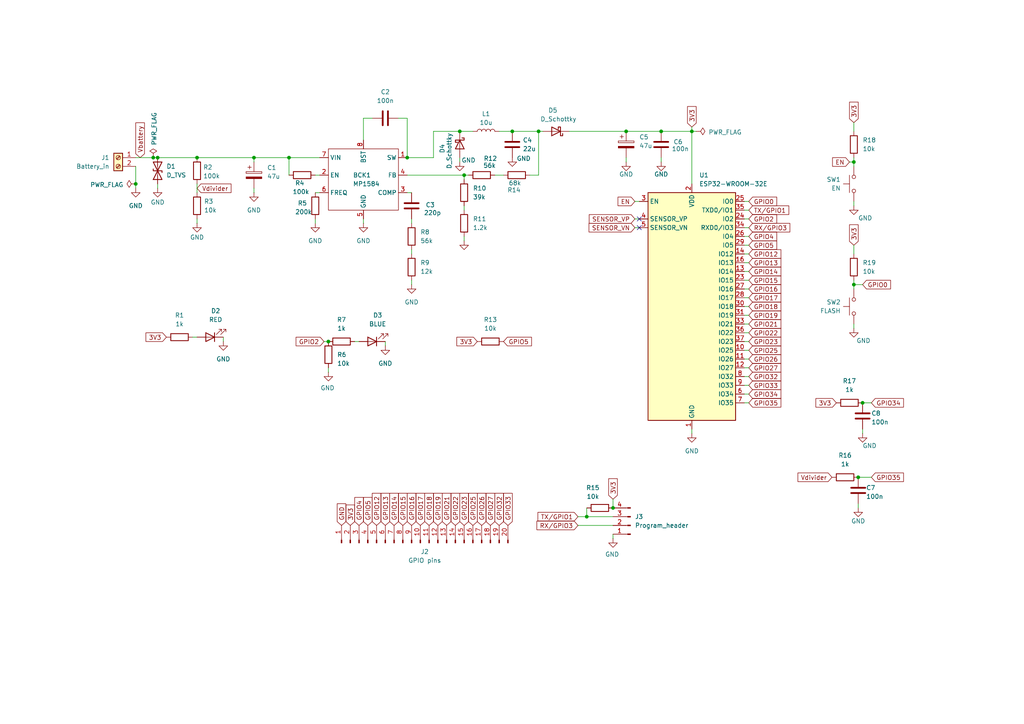
<source format=kicad_sch>
(kicad_sch
	(version 20250114)
	(generator "eeschema")
	(generator_version "9.0")
	(uuid "dcaf90a3-1d81-44bd-b4cf-ce836a01f30d")
	(paper "A4")
	(lib_symbols
		(symbol "1_Buck:Buck"
			(exclude_from_sim no)
			(in_bom yes)
			(on_board yes)
			(property "Reference" "BCK"
				(at -8.636 7.112 0)
				(effects
					(font
						(size 1.27 1.27)
					)
				)
			)
			(property "Value" ""
				(at 0 0 0)
				(effects
					(font
						(size 1.27 1.27)
					)
				)
			)
			(property "Footprint" ""
				(at 0 0 0)
				(effects
					(font
						(size 1.27 1.27)
					)
					(hide yes)
				)
			)
			(property "Datasheet" ""
				(at 0 0 0)
				(effects
					(font
						(size 1.27 1.27)
					)
					(hide yes)
				)
			)
			(property "Description" ""
				(at 0 0 0)
				(effects
					(font
						(size 1.27 1.27)
					)
					(hide yes)
				)
			)
			(symbol "Buck_0_1"
				(rectangle
					(start 2.54 5.08)
					(end 22.86 -12.7)
					(stroke
						(width 0)
						(type default)
					)
					(fill
						(type none)
					)
				)
			)
			(symbol "Buck_1_1"
				(pin passive line
					(at 0 2.54 0)
					(length 2.54)
					(name "VIN"
						(effects
							(font
								(size 1.27 1.27)
							)
						)
					)
					(number "7"
						(effects
							(font
								(size 1.27 1.27)
							)
						)
					)
				)
				(pin input line
					(at 0 -2.54 0)
					(length 2.54)
					(name "EN"
						(effects
							(font
								(size 1.27 1.27)
							)
						)
					)
					(number "2"
						(effects
							(font
								(size 1.27 1.27)
							)
						)
					)
				)
				(pin input line
					(at 0 -7.62 0)
					(length 2.54)
					(name "FREQ"
						(effects
							(font
								(size 1.27 1.27)
							)
						)
					)
					(number "6"
						(effects
							(font
								(size 1.27 1.27)
							)
						)
					)
				)
				(pin passive line
					(at 12.7 7.62 270)
					(length 2.54)
					(name "BST"
						(effects
							(font
								(size 1.27 1.27)
							)
						)
					)
					(number "8"
						(effects
							(font
								(size 1.27 1.27)
							)
						)
					)
				)
				(pin power_in line
					(at 12.7 -15.24 90)
					(length 2.54)
					(name "GND"
						(effects
							(font
								(size 1.27 1.27)
							)
						)
					)
					(number "5"
						(effects
							(font
								(size 1.27 1.27)
							)
						)
					)
				)
				(pin output line
					(at 25.4 2.54 180)
					(length 2.54)
					(name "SW"
						(effects
							(font
								(size 1.27 1.27)
							)
						)
					)
					(number "1"
						(effects
							(font
								(size 1.27 1.27)
							)
						)
					)
				)
				(pin input line
					(at 25.4 -2.54 180)
					(length 2.54)
					(name "FB"
						(effects
							(font
								(size 1.27 1.27)
							)
						)
					)
					(number "4"
						(effects
							(font
								(size 1.27 1.27)
							)
						)
					)
				)
				(pin output line
					(at 25.4 -7.62 180)
					(length 2.54)
					(name "COMP"
						(effects
							(font
								(size 1.27 1.27)
							)
						)
					)
					(number "3"
						(effects
							(font
								(size 1.27 1.27)
							)
						)
					)
				)
			)
			(embedded_fonts no)
		)
		(symbol "Connector:Conn_01x04_Pin"
			(pin_names
				(offset 1.016)
				(hide yes)
			)
			(exclude_from_sim no)
			(in_bom yes)
			(on_board yes)
			(property "Reference" "J"
				(at 0 5.08 0)
				(effects
					(font
						(size 1.27 1.27)
					)
				)
			)
			(property "Value" "Conn_01x04_Pin"
				(at 0 -7.62 0)
				(effects
					(font
						(size 1.27 1.27)
					)
				)
			)
			(property "Footprint" ""
				(at 0 0 0)
				(effects
					(font
						(size 1.27 1.27)
					)
					(hide yes)
				)
			)
			(property "Datasheet" "~"
				(at 0 0 0)
				(effects
					(font
						(size 1.27 1.27)
					)
					(hide yes)
				)
			)
			(property "Description" "Generic connector, single row, 01x04, script generated"
				(at 0 0 0)
				(effects
					(font
						(size 1.27 1.27)
					)
					(hide yes)
				)
			)
			(property "ki_locked" ""
				(at 0 0 0)
				(effects
					(font
						(size 1.27 1.27)
					)
				)
			)
			(property "ki_keywords" "connector"
				(at 0 0 0)
				(effects
					(font
						(size 1.27 1.27)
					)
					(hide yes)
				)
			)
			(property "ki_fp_filters" "Connector*:*_1x??_*"
				(at 0 0 0)
				(effects
					(font
						(size 1.27 1.27)
					)
					(hide yes)
				)
			)
			(symbol "Conn_01x04_Pin_1_1"
				(rectangle
					(start 0.8636 2.667)
					(end 0 2.413)
					(stroke
						(width 0.1524)
						(type default)
					)
					(fill
						(type outline)
					)
				)
				(rectangle
					(start 0.8636 0.127)
					(end 0 -0.127)
					(stroke
						(width 0.1524)
						(type default)
					)
					(fill
						(type outline)
					)
				)
				(rectangle
					(start 0.8636 -2.413)
					(end 0 -2.667)
					(stroke
						(width 0.1524)
						(type default)
					)
					(fill
						(type outline)
					)
				)
				(rectangle
					(start 0.8636 -4.953)
					(end 0 -5.207)
					(stroke
						(width 0.1524)
						(type default)
					)
					(fill
						(type outline)
					)
				)
				(polyline
					(pts
						(xy 1.27 2.54) (xy 0.8636 2.54)
					)
					(stroke
						(width 0.1524)
						(type default)
					)
					(fill
						(type none)
					)
				)
				(polyline
					(pts
						(xy 1.27 0) (xy 0.8636 0)
					)
					(stroke
						(width 0.1524)
						(type default)
					)
					(fill
						(type none)
					)
				)
				(polyline
					(pts
						(xy 1.27 -2.54) (xy 0.8636 -2.54)
					)
					(stroke
						(width 0.1524)
						(type default)
					)
					(fill
						(type none)
					)
				)
				(polyline
					(pts
						(xy 1.27 -5.08) (xy 0.8636 -5.08)
					)
					(stroke
						(width 0.1524)
						(type default)
					)
					(fill
						(type none)
					)
				)
				(pin passive line
					(at 5.08 2.54 180)
					(length 3.81)
					(name "Pin_1"
						(effects
							(font
								(size 1.27 1.27)
							)
						)
					)
					(number "1"
						(effects
							(font
								(size 1.27 1.27)
							)
						)
					)
				)
				(pin passive line
					(at 5.08 0 180)
					(length 3.81)
					(name "Pin_2"
						(effects
							(font
								(size 1.27 1.27)
							)
						)
					)
					(number "2"
						(effects
							(font
								(size 1.27 1.27)
							)
						)
					)
				)
				(pin passive line
					(at 5.08 -2.54 180)
					(length 3.81)
					(name "Pin_3"
						(effects
							(font
								(size 1.27 1.27)
							)
						)
					)
					(number "3"
						(effects
							(font
								(size 1.27 1.27)
							)
						)
					)
				)
				(pin passive line
					(at 5.08 -5.08 180)
					(length 3.81)
					(name "Pin_4"
						(effects
							(font
								(size 1.27 1.27)
							)
						)
					)
					(number "4"
						(effects
							(font
								(size 1.27 1.27)
							)
						)
					)
				)
			)
			(embedded_fonts no)
		)
		(symbol "Connector:Conn_01x20_Pin"
			(pin_names
				(offset 1.016)
				(hide yes)
			)
			(exclude_from_sim no)
			(in_bom yes)
			(on_board yes)
			(property "Reference" "J"
				(at 0 25.4 0)
				(effects
					(font
						(size 1.27 1.27)
					)
				)
			)
			(property "Value" "Conn_01x20_Pin"
				(at 0 -27.94 0)
				(effects
					(font
						(size 1.27 1.27)
					)
				)
			)
			(property "Footprint" ""
				(at 0 0 0)
				(effects
					(font
						(size 1.27 1.27)
					)
					(hide yes)
				)
			)
			(property "Datasheet" "~"
				(at 0 0 0)
				(effects
					(font
						(size 1.27 1.27)
					)
					(hide yes)
				)
			)
			(property "Description" "Generic connector, single row, 01x20, script generated"
				(at 0 0 0)
				(effects
					(font
						(size 1.27 1.27)
					)
					(hide yes)
				)
			)
			(property "ki_locked" ""
				(at 0 0 0)
				(effects
					(font
						(size 1.27 1.27)
					)
				)
			)
			(property "ki_keywords" "connector"
				(at 0 0 0)
				(effects
					(font
						(size 1.27 1.27)
					)
					(hide yes)
				)
			)
			(property "ki_fp_filters" "Connector*:*_1x??_*"
				(at 0 0 0)
				(effects
					(font
						(size 1.27 1.27)
					)
					(hide yes)
				)
			)
			(symbol "Conn_01x20_Pin_1_1"
				(rectangle
					(start 0.8636 22.987)
					(end 0 22.733)
					(stroke
						(width 0.1524)
						(type default)
					)
					(fill
						(type outline)
					)
				)
				(rectangle
					(start 0.8636 20.447)
					(end 0 20.193)
					(stroke
						(width 0.1524)
						(type default)
					)
					(fill
						(type outline)
					)
				)
				(rectangle
					(start 0.8636 17.907)
					(end 0 17.653)
					(stroke
						(width 0.1524)
						(type default)
					)
					(fill
						(type outline)
					)
				)
				(rectangle
					(start 0.8636 15.367)
					(end 0 15.113)
					(stroke
						(width 0.1524)
						(type default)
					)
					(fill
						(type outline)
					)
				)
				(rectangle
					(start 0.8636 12.827)
					(end 0 12.573)
					(stroke
						(width 0.1524)
						(type default)
					)
					(fill
						(type outline)
					)
				)
				(rectangle
					(start 0.8636 10.287)
					(end 0 10.033)
					(stroke
						(width 0.1524)
						(type default)
					)
					(fill
						(type outline)
					)
				)
				(rectangle
					(start 0.8636 7.747)
					(end 0 7.493)
					(stroke
						(width 0.1524)
						(type default)
					)
					(fill
						(type outline)
					)
				)
				(rectangle
					(start 0.8636 5.207)
					(end 0 4.953)
					(stroke
						(width 0.1524)
						(type default)
					)
					(fill
						(type outline)
					)
				)
				(rectangle
					(start 0.8636 2.667)
					(end 0 2.413)
					(stroke
						(width 0.1524)
						(type default)
					)
					(fill
						(type outline)
					)
				)
				(rectangle
					(start 0.8636 0.127)
					(end 0 -0.127)
					(stroke
						(width 0.1524)
						(type default)
					)
					(fill
						(type outline)
					)
				)
				(rectangle
					(start 0.8636 -2.413)
					(end 0 -2.667)
					(stroke
						(width 0.1524)
						(type default)
					)
					(fill
						(type outline)
					)
				)
				(rectangle
					(start 0.8636 -4.953)
					(end 0 -5.207)
					(stroke
						(width 0.1524)
						(type default)
					)
					(fill
						(type outline)
					)
				)
				(rectangle
					(start 0.8636 -7.493)
					(end 0 -7.747)
					(stroke
						(width 0.1524)
						(type default)
					)
					(fill
						(type outline)
					)
				)
				(rectangle
					(start 0.8636 -10.033)
					(end 0 -10.287)
					(stroke
						(width 0.1524)
						(type default)
					)
					(fill
						(type outline)
					)
				)
				(rectangle
					(start 0.8636 -12.573)
					(end 0 -12.827)
					(stroke
						(width 0.1524)
						(type default)
					)
					(fill
						(type outline)
					)
				)
				(rectangle
					(start 0.8636 -15.113)
					(end 0 -15.367)
					(stroke
						(width 0.1524)
						(type default)
					)
					(fill
						(type outline)
					)
				)
				(rectangle
					(start 0.8636 -17.653)
					(end 0 -17.907)
					(stroke
						(width 0.1524)
						(type default)
					)
					(fill
						(type outline)
					)
				)
				(rectangle
					(start 0.8636 -20.193)
					(end 0 -20.447)
					(stroke
						(width 0.1524)
						(type default)
					)
					(fill
						(type outline)
					)
				)
				(rectangle
					(start 0.8636 -22.733)
					(end 0 -22.987)
					(stroke
						(width 0.1524)
						(type default)
					)
					(fill
						(type outline)
					)
				)
				(rectangle
					(start 0.8636 -25.273)
					(end 0 -25.527)
					(stroke
						(width 0.1524)
						(type default)
					)
					(fill
						(type outline)
					)
				)
				(polyline
					(pts
						(xy 1.27 22.86) (xy 0.8636 22.86)
					)
					(stroke
						(width 0.1524)
						(type default)
					)
					(fill
						(type none)
					)
				)
				(polyline
					(pts
						(xy 1.27 20.32) (xy 0.8636 20.32)
					)
					(stroke
						(width 0.1524)
						(type default)
					)
					(fill
						(type none)
					)
				)
				(polyline
					(pts
						(xy 1.27 17.78) (xy 0.8636 17.78)
					)
					(stroke
						(width 0.1524)
						(type default)
					)
					(fill
						(type none)
					)
				)
				(polyline
					(pts
						(xy 1.27 15.24) (xy 0.8636 15.24)
					)
					(stroke
						(width 0.1524)
						(type default)
					)
					(fill
						(type none)
					)
				)
				(polyline
					(pts
						(xy 1.27 12.7) (xy 0.8636 12.7)
					)
					(stroke
						(width 0.1524)
						(type default)
					)
					(fill
						(type none)
					)
				)
				(polyline
					(pts
						(xy 1.27 10.16) (xy 0.8636 10.16)
					)
					(stroke
						(width 0.1524)
						(type default)
					)
					(fill
						(type none)
					)
				)
				(polyline
					(pts
						(xy 1.27 7.62) (xy 0.8636 7.62)
					)
					(stroke
						(width 0.1524)
						(type default)
					)
					(fill
						(type none)
					)
				)
				(polyline
					(pts
						(xy 1.27 5.08) (xy 0.8636 5.08)
					)
					(stroke
						(width 0.1524)
						(type default)
					)
					(fill
						(type none)
					)
				)
				(polyline
					(pts
						(xy 1.27 2.54) (xy 0.8636 2.54)
					)
					(stroke
						(width 0.1524)
						(type default)
					)
					(fill
						(type none)
					)
				)
				(polyline
					(pts
						(xy 1.27 0) (xy 0.8636 0)
					)
					(stroke
						(width 0.1524)
						(type default)
					)
					(fill
						(type none)
					)
				)
				(polyline
					(pts
						(xy 1.27 -2.54) (xy 0.8636 -2.54)
					)
					(stroke
						(width 0.1524)
						(type default)
					)
					(fill
						(type none)
					)
				)
				(polyline
					(pts
						(xy 1.27 -5.08) (xy 0.8636 -5.08)
					)
					(stroke
						(width 0.1524)
						(type default)
					)
					(fill
						(type none)
					)
				)
				(polyline
					(pts
						(xy 1.27 -7.62) (xy 0.8636 -7.62)
					)
					(stroke
						(width 0.1524)
						(type default)
					)
					(fill
						(type none)
					)
				)
				(polyline
					(pts
						(xy 1.27 -10.16) (xy 0.8636 -10.16)
					)
					(stroke
						(width 0.1524)
						(type default)
					)
					(fill
						(type none)
					)
				)
				(polyline
					(pts
						(xy 1.27 -12.7) (xy 0.8636 -12.7)
					)
					(stroke
						(width 0.1524)
						(type default)
					)
					(fill
						(type none)
					)
				)
				(polyline
					(pts
						(xy 1.27 -15.24) (xy 0.8636 -15.24)
					)
					(stroke
						(width 0.1524)
						(type default)
					)
					(fill
						(type none)
					)
				)
				(polyline
					(pts
						(xy 1.27 -17.78) (xy 0.8636 -17.78)
					)
					(stroke
						(width 0.1524)
						(type default)
					)
					(fill
						(type none)
					)
				)
				(polyline
					(pts
						(xy 1.27 -20.32) (xy 0.8636 -20.32)
					)
					(stroke
						(width 0.1524)
						(type default)
					)
					(fill
						(type none)
					)
				)
				(polyline
					(pts
						(xy 1.27 -22.86) (xy 0.8636 -22.86)
					)
					(stroke
						(width 0.1524)
						(type default)
					)
					(fill
						(type none)
					)
				)
				(polyline
					(pts
						(xy 1.27 -25.4) (xy 0.8636 -25.4)
					)
					(stroke
						(width 0.1524)
						(type default)
					)
					(fill
						(type none)
					)
				)
				(pin passive line
					(at 5.08 22.86 180)
					(length 3.81)
					(name "Pin_1"
						(effects
							(font
								(size 1.27 1.27)
							)
						)
					)
					(number "1"
						(effects
							(font
								(size 1.27 1.27)
							)
						)
					)
				)
				(pin passive line
					(at 5.08 20.32 180)
					(length 3.81)
					(name "Pin_2"
						(effects
							(font
								(size 1.27 1.27)
							)
						)
					)
					(number "2"
						(effects
							(font
								(size 1.27 1.27)
							)
						)
					)
				)
				(pin passive line
					(at 5.08 17.78 180)
					(length 3.81)
					(name "Pin_3"
						(effects
							(font
								(size 1.27 1.27)
							)
						)
					)
					(number "3"
						(effects
							(font
								(size 1.27 1.27)
							)
						)
					)
				)
				(pin passive line
					(at 5.08 15.24 180)
					(length 3.81)
					(name "Pin_4"
						(effects
							(font
								(size 1.27 1.27)
							)
						)
					)
					(number "4"
						(effects
							(font
								(size 1.27 1.27)
							)
						)
					)
				)
				(pin passive line
					(at 5.08 12.7 180)
					(length 3.81)
					(name "Pin_5"
						(effects
							(font
								(size 1.27 1.27)
							)
						)
					)
					(number "5"
						(effects
							(font
								(size 1.27 1.27)
							)
						)
					)
				)
				(pin passive line
					(at 5.08 10.16 180)
					(length 3.81)
					(name "Pin_6"
						(effects
							(font
								(size 1.27 1.27)
							)
						)
					)
					(number "6"
						(effects
							(font
								(size 1.27 1.27)
							)
						)
					)
				)
				(pin passive line
					(at 5.08 7.62 180)
					(length 3.81)
					(name "Pin_7"
						(effects
							(font
								(size 1.27 1.27)
							)
						)
					)
					(number "7"
						(effects
							(font
								(size 1.27 1.27)
							)
						)
					)
				)
				(pin passive line
					(at 5.08 5.08 180)
					(length 3.81)
					(name "Pin_8"
						(effects
							(font
								(size 1.27 1.27)
							)
						)
					)
					(number "8"
						(effects
							(font
								(size 1.27 1.27)
							)
						)
					)
				)
				(pin passive line
					(at 5.08 2.54 180)
					(length 3.81)
					(name "Pin_9"
						(effects
							(font
								(size 1.27 1.27)
							)
						)
					)
					(number "9"
						(effects
							(font
								(size 1.27 1.27)
							)
						)
					)
				)
				(pin passive line
					(at 5.08 0 180)
					(length 3.81)
					(name "Pin_10"
						(effects
							(font
								(size 1.27 1.27)
							)
						)
					)
					(number "10"
						(effects
							(font
								(size 1.27 1.27)
							)
						)
					)
				)
				(pin passive line
					(at 5.08 -2.54 180)
					(length 3.81)
					(name "Pin_11"
						(effects
							(font
								(size 1.27 1.27)
							)
						)
					)
					(number "11"
						(effects
							(font
								(size 1.27 1.27)
							)
						)
					)
				)
				(pin passive line
					(at 5.08 -5.08 180)
					(length 3.81)
					(name "Pin_12"
						(effects
							(font
								(size 1.27 1.27)
							)
						)
					)
					(number "12"
						(effects
							(font
								(size 1.27 1.27)
							)
						)
					)
				)
				(pin passive line
					(at 5.08 -7.62 180)
					(length 3.81)
					(name "Pin_13"
						(effects
							(font
								(size 1.27 1.27)
							)
						)
					)
					(number "13"
						(effects
							(font
								(size 1.27 1.27)
							)
						)
					)
				)
				(pin passive line
					(at 5.08 -10.16 180)
					(length 3.81)
					(name "Pin_14"
						(effects
							(font
								(size 1.27 1.27)
							)
						)
					)
					(number "14"
						(effects
							(font
								(size 1.27 1.27)
							)
						)
					)
				)
				(pin passive line
					(at 5.08 -12.7 180)
					(length 3.81)
					(name "Pin_15"
						(effects
							(font
								(size 1.27 1.27)
							)
						)
					)
					(number "15"
						(effects
							(font
								(size 1.27 1.27)
							)
						)
					)
				)
				(pin passive line
					(at 5.08 -15.24 180)
					(length 3.81)
					(name "Pin_16"
						(effects
							(font
								(size 1.27 1.27)
							)
						)
					)
					(number "16"
						(effects
							(font
								(size 1.27 1.27)
							)
						)
					)
				)
				(pin passive line
					(at 5.08 -17.78 180)
					(length 3.81)
					(name "Pin_17"
						(effects
							(font
								(size 1.27 1.27)
							)
						)
					)
					(number "17"
						(effects
							(font
								(size 1.27 1.27)
							)
						)
					)
				)
				(pin passive line
					(at 5.08 -20.32 180)
					(length 3.81)
					(name "Pin_18"
						(effects
							(font
								(size 1.27 1.27)
							)
						)
					)
					(number "18"
						(effects
							(font
								(size 1.27 1.27)
							)
						)
					)
				)
				(pin passive line
					(at 5.08 -22.86 180)
					(length 3.81)
					(name "Pin_19"
						(effects
							(font
								(size 1.27 1.27)
							)
						)
					)
					(number "19"
						(effects
							(font
								(size 1.27 1.27)
							)
						)
					)
				)
				(pin passive line
					(at 5.08 -25.4 180)
					(length 3.81)
					(name "Pin_20"
						(effects
							(font
								(size 1.27 1.27)
							)
						)
					)
					(number "20"
						(effects
							(font
								(size 1.27 1.27)
							)
						)
					)
				)
			)
			(embedded_fonts no)
		)
		(symbol "Connector:Screw_Terminal_01x02"
			(pin_names
				(offset 1.016)
				(hide yes)
			)
			(exclude_from_sim no)
			(in_bom yes)
			(on_board yes)
			(property "Reference" "J"
				(at 0 2.54 0)
				(effects
					(font
						(size 1.27 1.27)
					)
				)
			)
			(property "Value" "Screw_Terminal_01x02"
				(at 0 -5.08 0)
				(effects
					(font
						(size 1.27 1.27)
					)
				)
			)
			(property "Footprint" ""
				(at 0 0 0)
				(effects
					(font
						(size 1.27 1.27)
					)
					(hide yes)
				)
			)
			(property "Datasheet" "~"
				(at 0 0 0)
				(effects
					(font
						(size 1.27 1.27)
					)
					(hide yes)
				)
			)
			(property "Description" "Generic screw terminal, single row, 01x02, script generated (kicad-library-utils/schlib/autogen/connector/)"
				(at 0 0 0)
				(effects
					(font
						(size 1.27 1.27)
					)
					(hide yes)
				)
			)
			(property "ki_keywords" "screw terminal"
				(at 0 0 0)
				(effects
					(font
						(size 1.27 1.27)
					)
					(hide yes)
				)
			)
			(property "ki_fp_filters" "TerminalBlock*:*"
				(at 0 0 0)
				(effects
					(font
						(size 1.27 1.27)
					)
					(hide yes)
				)
			)
			(symbol "Screw_Terminal_01x02_1_1"
				(rectangle
					(start -1.27 1.27)
					(end 1.27 -3.81)
					(stroke
						(width 0.254)
						(type default)
					)
					(fill
						(type background)
					)
				)
				(polyline
					(pts
						(xy -0.5334 0.3302) (xy 0.3302 -0.508)
					)
					(stroke
						(width 0.1524)
						(type default)
					)
					(fill
						(type none)
					)
				)
				(polyline
					(pts
						(xy -0.5334 -2.2098) (xy 0.3302 -3.048)
					)
					(stroke
						(width 0.1524)
						(type default)
					)
					(fill
						(type none)
					)
				)
				(polyline
					(pts
						(xy -0.3556 0.508) (xy 0.508 -0.3302)
					)
					(stroke
						(width 0.1524)
						(type default)
					)
					(fill
						(type none)
					)
				)
				(polyline
					(pts
						(xy -0.3556 -2.032) (xy 0.508 -2.8702)
					)
					(stroke
						(width 0.1524)
						(type default)
					)
					(fill
						(type none)
					)
				)
				(circle
					(center 0 0)
					(radius 0.635)
					(stroke
						(width 0.1524)
						(type default)
					)
					(fill
						(type none)
					)
				)
				(circle
					(center 0 -2.54)
					(radius 0.635)
					(stroke
						(width 0.1524)
						(type default)
					)
					(fill
						(type none)
					)
				)
				(pin passive line
					(at -5.08 0 0)
					(length 3.81)
					(name "Pin_1"
						(effects
							(font
								(size 1.27 1.27)
							)
						)
					)
					(number "1"
						(effects
							(font
								(size 1.27 1.27)
							)
						)
					)
				)
				(pin passive line
					(at -5.08 -2.54 0)
					(length 3.81)
					(name "Pin_2"
						(effects
							(font
								(size 1.27 1.27)
							)
						)
					)
					(number "2"
						(effects
							(font
								(size 1.27 1.27)
							)
						)
					)
				)
			)
			(embedded_fonts no)
		)
		(symbol "Device:C"
			(pin_numbers
				(hide yes)
			)
			(pin_names
				(offset 0.254)
			)
			(exclude_from_sim no)
			(in_bom yes)
			(on_board yes)
			(property "Reference" "C"
				(at 0.635 2.54 0)
				(effects
					(font
						(size 1.27 1.27)
					)
					(justify left)
				)
			)
			(property "Value" "C"
				(at 0.635 -2.54 0)
				(effects
					(font
						(size 1.27 1.27)
					)
					(justify left)
				)
			)
			(property "Footprint" ""
				(at 0.9652 -3.81 0)
				(effects
					(font
						(size 1.27 1.27)
					)
					(hide yes)
				)
			)
			(property "Datasheet" "~"
				(at 0 0 0)
				(effects
					(font
						(size 1.27 1.27)
					)
					(hide yes)
				)
			)
			(property "Description" "Unpolarized capacitor"
				(at 0 0 0)
				(effects
					(font
						(size 1.27 1.27)
					)
					(hide yes)
				)
			)
			(property "ki_keywords" "cap capacitor"
				(at 0 0 0)
				(effects
					(font
						(size 1.27 1.27)
					)
					(hide yes)
				)
			)
			(property "ki_fp_filters" "C_*"
				(at 0 0 0)
				(effects
					(font
						(size 1.27 1.27)
					)
					(hide yes)
				)
			)
			(symbol "C_0_1"
				(polyline
					(pts
						(xy -2.032 0.762) (xy 2.032 0.762)
					)
					(stroke
						(width 0.508)
						(type default)
					)
					(fill
						(type none)
					)
				)
				(polyline
					(pts
						(xy -2.032 -0.762) (xy 2.032 -0.762)
					)
					(stroke
						(width 0.508)
						(type default)
					)
					(fill
						(type none)
					)
				)
			)
			(symbol "C_1_1"
				(pin passive line
					(at 0 3.81 270)
					(length 2.794)
					(name "~"
						(effects
							(font
								(size 1.27 1.27)
							)
						)
					)
					(number "1"
						(effects
							(font
								(size 1.27 1.27)
							)
						)
					)
				)
				(pin passive line
					(at 0 -3.81 90)
					(length 2.794)
					(name "~"
						(effects
							(font
								(size 1.27 1.27)
							)
						)
					)
					(number "2"
						(effects
							(font
								(size 1.27 1.27)
							)
						)
					)
				)
			)
			(embedded_fonts no)
		)
		(symbol "Device:C_Polarized"
			(pin_numbers
				(hide yes)
			)
			(pin_names
				(offset 0.254)
			)
			(exclude_from_sim no)
			(in_bom yes)
			(on_board yes)
			(property "Reference" "C"
				(at 0.635 2.54 0)
				(effects
					(font
						(size 1.27 1.27)
					)
					(justify left)
				)
			)
			(property "Value" "C_Polarized"
				(at 0.635 -2.54 0)
				(effects
					(font
						(size 1.27 1.27)
					)
					(justify left)
				)
			)
			(property "Footprint" ""
				(at 0.9652 -3.81 0)
				(effects
					(font
						(size 1.27 1.27)
					)
					(hide yes)
				)
			)
			(property "Datasheet" "~"
				(at 0 0 0)
				(effects
					(font
						(size 1.27 1.27)
					)
					(hide yes)
				)
			)
			(property "Description" "Polarized capacitor"
				(at 0 0 0)
				(effects
					(font
						(size 1.27 1.27)
					)
					(hide yes)
				)
			)
			(property "ki_keywords" "cap capacitor"
				(at 0 0 0)
				(effects
					(font
						(size 1.27 1.27)
					)
					(hide yes)
				)
			)
			(property "ki_fp_filters" "CP_*"
				(at 0 0 0)
				(effects
					(font
						(size 1.27 1.27)
					)
					(hide yes)
				)
			)
			(symbol "C_Polarized_0_1"
				(rectangle
					(start -2.286 0.508)
					(end 2.286 1.016)
					(stroke
						(width 0)
						(type default)
					)
					(fill
						(type none)
					)
				)
				(polyline
					(pts
						(xy -1.778 2.286) (xy -0.762 2.286)
					)
					(stroke
						(width 0)
						(type default)
					)
					(fill
						(type none)
					)
				)
				(polyline
					(pts
						(xy -1.27 2.794) (xy -1.27 1.778)
					)
					(stroke
						(width 0)
						(type default)
					)
					(fill
						(type none)
					)
				)
				(rectangle
					(start 2.286 -0.508)
					(end -2.286 -1.016)
					(stroke
						(width 0)
						(type default)
					)
					(fill
						(type outline)
					)
				)
			)
			(symbol "C_Polarized_1_1"
				(pin passive line
					(at 0 3.81 270)
					(length 2.794)
					(name "~"
						(effects
							(font
								(size 1.27 1.27)
							)
						)
					)
					(number "1"
						(effects
							(font
								(size 1.27 1.27)
							)
						)
					)
				)
				(pin passive line
					(at 0 -3.81 90)
					(length 2.794)
					(name "~"
						(effects
							(font
								(size 1.27 1.27)
							)
						)
					)
					(number "2"
						(effects
							(font
								(size 1.27 1.27)
							)
						)
					)
				)
			)
			(embedded_fonts no)
		)
		(symbol "Device:D_Schottky"
			(pin_numbers
				(hide yes)
			)
			(pin_names
				(offset 1.016)
				(hide yes)
			)
			(exclude_from_sim no)
			(in_bom yes)
			(on_board yes)
			(property "Reference" "D"
				(at 0 2.54 0)
				(effects
					(font
						(size 1.27 1.27)
					)
				)
			)
			(property "Value" "D_Schottky"
				(at 0 -2.54 0)
				(effects
					(font
						(size 1.27 1.27)
					)
				)
			)
			(property "Footprint" ""
				(at 0 0 0)
				(effects
					(font
						(size 1.27 1.27)
					)
					(hide yes)
				)
			)
			(property "Datasheet" "~"
				(at 0 0 0)
				(effects
					(font
						(size 1.27 1.27)
					)
					(hide yes)
				)
			)
			(property "Description" "Schottky diode"
				(at 0 0 0)
				(effects
					(font
						(size 1.27 1.27)
					)
					(hide yes)
				)
			)
			(property "ki_keywords" "diode Schottky"
				(at 0 0 0)
				(effects
					(font
						(size 1.27 1.27)
					)
					(hide yes)
				)
			)
			(property "ki_fp_filters" "TO-???* *_Diode_* *SingleDiode* D_*"
				(at 0 0 0)
				(effects
					(font
						(size 1.27 1.27)
					)
					(hide yes)
				)
			)
			(symbol "D_Schottky_0_1"
				(polyline
					(pts
						(xy -1.905 0.635) (xy -1.905 1.27) (xy -1.27 1.27) (xy -1.27 -1.27) (xy -0.635 -1.27) (xy -0.635 -0.635)
					)
					(stroke
						(width 0.254)
						(type default)
					)
					(fill
						(type none)
					)
				)
				(polyline
					(pts
						(xy 1.27 1.27) (xy 1.27 -1.27) (xy -1.27 0) (xy 1.27 1.27)
					)
					(stroke
						(width 0.254)
						(type default)
					)
					(fill
						(type none)
					)
				)
				(polyline
					(pts
						(xy 1.27 0) (xy -1.27 0)
					)
					(stroke
						(width 0)
						(type default)
					)
					(fill
						(type none)
					)
				)
			)
			(symbol "D_Schottky_1_1"
				(pin passive line
					(at -3.81 0 0)
					(length 2.54)
					(name "K"
						(effects
							(font
								(size 1.27 1.27)
							)
						)
					)
					(number "1"
						(effects
							(font
								(size 1.27 1.27)
							)
						)
					)
				)
				(pin passive line
					(at 3.81 0 180)
					(length 2.54)
					(name "A"
						(effects
							(font
								(size 1.27 1.27)
							)
						)
					)
					(number "2"
						(effects
							(font
								(size 1.27 1.27)
							)
						)
					)
				)
			)
			(embedded_fonts no)
		)
		(symbol "Device:D_TVS"
			(pin_numbers
				(hide yes)
			)
			(pin_names
				(offset 1.016)
				(hide yes)
			)
			(exclude_from_sim no)
			(in_bom yes)
			(on_board yes)
			(property "Reference" "D"
				(at 0 2.54 0)
				(effects
					(font
						(size 1.27 1.27)
					)
				)
			)
			(property "Value" "D_TVS"
				(at 0 -2.54 0)
				(effects
					(font
						(size 1.27 1.27)
					)
				)
			)
			(property "Footprint" ""
				(at 0 0 0)
				(effects
					(font
						(size 1.27 1.27)
					)
					(hide yes)
				)
			)
			(property "Datasheet" "~"
				(at 0 0 0)
				(effects
					(font
						(size 1.27 1.27)
					)
					(hide yes)
				)
			)
			(property "Description" "Bidirectional transient-voltage-suppression diode"
				(at 0 0 0)
				(effects
					(font
						(size 1.27 1.27)
					)
					(hide yes)
				)
			)
			(property "ki_keywords" "diode TVS thyrector"
				(at 0 0 0)
				(effects
					(font
						(size 1.27 1.27)
					)
					(hide yes)
				)
			)
			(property "ki_fp_filters" "TO-???* *_Diode_* *SingleDiode* D_*"
				(at 0 0 0)
				(effects
					(font
						(size 1.27 1.27)
					)
					(hide yes)
				)
			)
			(symbol "D_TVS_0_1"
				(polyline
					(pts
						(xy -2.54 1.27) (xy -2.54 -1.27) (xy 2.54 1.27) (xy 2.54 -1.27) (xy -2.54 1.27)
					)
					(stroke
						(width 0.254)
						(type default)
					)
					(fill
						(type none)
					)
				)
				(polyline
					(pts
						(xy 0.508 1.27) (xy 0 1.27) (xy 0 -1.27) (xy -0.508 -1.27)
					)
					(stroke
						(width 0.254)
						(type default)
					)
					(fill
						(type none)
					)
				)
				(polyline
					(pts
						(xy 1.27 0) (xy -1.27 0)
					)
					(stroke
						(width 0)
						(type default)
					)
					(fill
						(type none)
					)
				)
			)
			(symbol "D_TVS_1_1"
				(pin passive line
					(at -3.81 0 0)
					(length 2.54)
					(name "A1"
						(effects
							(font
								(size 1.27 1.27)
							)
						)
					)
					(number "1"
						(effects
							(font
								(size 1.27 1.27)
							)
						)
					)
				)
				(pin passive line
					(at 3.81 0 180)
					(length 2.54)
					(name "A2"
						(effects
							(font
								(size 1.27 1.27)
							)
						)
					)
					(number "2"
						(effects
							(font
								(size 1.27 1.27)
							)
						)
					)
				)
			)
			(embedded_fonts no)
		)
		(symbol "Device:L"
			(pin_numbers
				(hide yes)
			)
			(pin_names
				(offset 1.016)
				(hide yes)
			)
			(exclude_from_sim no)
			(in_bom yes)
			(on_board yes)
			(property "Reference" "L"
				(at -1.27 0 90)
				(effects
					(font
						(size 1.27 1.27)
					)
				)
			)
			(property "Value" "L"
				(at 1.905 0 90)
				(effects
					(font
						(size 1.27 1.27)
					)
				)
			)
			(property "Footprint" ""
				(at 0 0 0)
				(effects
					(font
						(size 1.27 1.27)
					)
					(hide yes)
				)
			)
			(property "Datasheet" "~"
				(at 0 0 0)
				(effects
					(font
						(size 1.27 1.27)
					)
					(hide yes)
				)
			)
			(property "Description" "Inductor"
				(at 0 0 0)
				(effects
					(font
						(size 1.27 1.27)
					)
					(hide yes)
				)
			)
			(property "ki_keywords" "inductor choke coil reactor magnetic"
				(at 0 0 0)
				(effects
					(font
						(size 1.27 1.27)
					)
					(hide yes)
				)
			)
			(property "ki_fp_filters" "Choke_* *Coil* Inductor_* L_*"
				(at 0 0 0)
				(effects
					(font
						(size 1.27 1.27)
					)
					(hide yes)
				)
			)
			(symbol "L_0_1"
				(arc
					(start 0 2.54)
					(mid 0.6323 1.905)
					(end 0 1.27)
					(stroke
						(width 0)
						(type default)
					)
					(fill
						(type none)
					)
				)
				(arc
					(start 0 1.27)
					(mid 0.6323 0.635)
					(end 0 0)
					(stroke
						(width 0)
						(type default)
					)
					(fill
						(type none)
					)
				)
				(arc
					(start 0 0)
					(mid 0.6323 -0.635)
					(end 0 -1.27)
					(stroke
						(width 0)
						(type default)
					)
					(fill
						(type none)
					)
				)
				(arc
					(start 0 -1.27)
					(mid 0.6323 -1.905)
					(end 0 -2.54)
					(stroke
						(width 0)
						(type default)
					)
					(fill
						(type none)
					)
				)
			)
			(symbol "L_1_1"
				(pin passive line
					(at 0 3.81 270)
					(length 1.27)
					(name "1"
						(effects
							(font
								(size 1.27 1.27)
							)
						)
					)
					(number "1"
						(effects
							(font
								(size 1.27 1.27)
							)
						)
					)
				)
				(pin passive line
					(at 0 -3.81 90)
					(length 1.27)
					(name "2"
						(effects
							(font
								(size 1.27 1.27)
							)
						)
					)
					(number "2"
						(effects
							(font
								(size 1.27 1.27)
							)
						)
					)
				)
			)
			(embedded_fonts no)
		)
		(symbol "Device:LED"
			(pin_numbers
				(hide yes)
			)
			(pin_names
				(offset 1.016)
				(hide yes)
			)
			(exclude_from_sim no)
			(in_bom yes)
			(on_board yes)
			(property "Reference" "D"
				(at 0 2.54 0)
				(effects
					(font
						(size 1.27 1.27)
					)
				)
			)
			(property "Value" "LED"
				(at 0 -2.54 0)
				(effects
					(font
						(size 1.27 1.27)
					)
				)
			)
			(property "Footprint" ""
				(at 0 0 0)
				(effects
					(font
						(size 1.27 1.27)
					)
					(hide yes)
				)
			)
			(property "Datasheet" "~"
				(at 0 0 0)
				(effects
					(font
						(size 1.27 1.27)
					)
					(hide yes)
				)
			)
			(property "Description" "Light emitting diode"
				(at 0 0 0)
				(effects
					(font
						(size 1.27 1.27)
					)
					(hide yes)
				)
			)
			(property "Sim.Pins" "1=K 2=A"
				(at 0 0 0)
				(effects
					(font
						(size 1.27 1.27)
					)
					(hide yes)
				)
			)
			(property "ki_keywords" "LED diode"
				(at 0 0 0)
				(effects
					(font
						(size 1.27 1.27)
					)
					(hide yes)
				)
			)
			(property "ki_fp_filters" "LED* LED_SMD:* LED_THT:*"
				(at 0 0 0)
				(effects
					(font
						(size 1.27 1.27)
					)
					(hide yes)
				)
			)
			(symbol "LED_0_1"
				(polyline
					(pts
						(xy -3.048 -0.762) (xy -4.572 -2.286) (xy -3.81 -2.286) (xy -4.572 -2.286) (xy -4.572 -1.524)
					)
					(stroke
						(width 0)
						(type default)
					)
					(fill
						(type none)
					)
				)
				(polyline
					(pts
						(xy -1.778 -0.762) (xy -3.302 -2.286) (xy -2.54 -2.286) (xy -3.302 -2.286) (xy -3.302 -1.524)
					)
					(stroke
						(width 0)
						(type default)
					)
					(fill
						(type none)
					)
				)
				(polyline
					(pts
						(xy -1.27 0) (xy 1.27 0)
					)
					(stroke
						(width 0)
						(type default)
					)
					(fill
						(type none)
					)
				)
				(polyline
					(pts
						(xy -1.27 -1.27) (xy -1.27 1.27)
					)
					(stroke
						(width 0.254)
						(type default)
					)
					(fill
						(type none)
					)
				)
				(polyline
					(pts
						(xy 1.27 -1.27) (xy 1.27 1.27) (xy -1.27 0) (xy 1.27 -1.27)
					)
					(stroke
						(width 0.254)
						(type default)
					)
					(fill
						(type none)
					)
				)
			)
			(symbol "LED_1_1"
				(pin passive line
					(at -3.81 0 0)
					(length 2.54)
					(name "K"
						(effects
							(font
								(size 1.27 1.27)
							)
						)
					)
					(number "1"
						(effects
							(font
								(size 1.27 1.27)
							)
						)
					)
				)
				(pin passive line
					(at 3.81 0 180)
					(length 2.54)
					(name "A"
						(effects
							(font
								(size 1.27 1.27)
							)
						)
					)
					(number "2"
						(effects
							(font
								(size 1.27 1.27)
							)
						)
					)
				)
			)
			(embedded_fonts no)
		)
		(symbol "Device:R"
			(pin_numbers
				(hide yes)
			)
			(pin_names
				(offset 0)
			)
			(exclude_from_sim no)
			(in_bom yes)
			(on_board yes)
			(property "Reference" "R"
				(at 2.032 0 90)
				(effects
					(font
						(size 1.27 1.27)
					)
				)
			)
			(property "Value" "R"
				(at 0 0 90)
				(effects
					(font
						(size 1.27 1.27)
					)
				)
			)
			(property "Footprint" ""
				(at -1.778 0 90)
				(effects
					(font
						(size 1.27 1.27)
					)
					(hide yes)
				)
			)
			(property "Datasheet" "~"
				(at 0 0 0)
				(effects
					(font
						(size 1.27 1.27)
					)
					(hide yes)
				)
			)
			(property "Description" "Resistor"
				(at 0 0 0)
				(effects
					(font
						(size 1.27 1.27)
					)
					(hide yes)
				)
			)
			(property "ki_keywords" "R res resistor"
				(at 0 0 0)
				(effects
					(font
						(size 1.27 1.27)
					)
					(hide yes)
				)
			)
			(property "ki_fp_filters" "R_*"
				(at 0 0 0)
				(effects
					(font
						(size 1.27 1.27)
					)
					(hide yes)
				)
			)
			(symbol "R_0_1"
				(rectangle
					(start -1.016 -2.54)
					(end 1.016 2.54)
					(stroke
						(width 0.254)
						(type default)
					)
					(fill
						(type none)
					)
				)
			)
			(symbol "R_1_1"
				(pin passive line
					(at 0 3.81 270)
					(length 1.27)
					(name "~"
						(effects
							(font
								(size 1.27 1.27)
							)
						)
					)
					(number "1"
						(effects
							(font
								(size 1.27 1.27)
							)
						)
					)
				)
				(pin passive line
					(at 0 -3.81 90)
					(length 1.27)
					(name "~"
						(effects
							(font
								(size 1.27 1.27)
							)
						)
					)
					(number "2"
						(effects
							(font
								(size 1.27 1.27)
							)
						)
					)
				)
			)
			(embedded_fonts no)
		)
		(symbol "RF_Module:ESP32-WROOM-32E"
			(exclude_from_sim no)
			(in_bom yes)
			(on_board yes)
			(property "Reference" "U"
				(at -12.7 34.29 0)
				(effects
					(font
						(size 1.27 1.27)
					)
					(justify left)
				)
			)
			(property "Value" "ESP32-WROOM-32E"
				(at 1.27 34.29 0)
				(effects
					(font
						(size 1.27 1.27)
					)
					(justify left)
				)
			)
			(property "Footprint" "RF_Module:ESP32-WROOM-32D"
				(at 16.51 -34.29 0)
				(effects
					(font
						(size 1.27 1.27)
					)
					(hide yes)
				)
			)
			(property "Datasheet" "https://www.espressif.com/sites/default/files/documentation/esp32-wroom-32e_esp32-wroom-32ue_datasheet_en.pdf"
				(at 0 0 0)
				(effects
					(font
						(size 1.27 1.27)
					)
					(hide yes)
				)
			)
			(property "Description" "RF Module, ESP32-D0WD-V3 SoC, without PSRAM, Wi-Fi 802.11b/g/n, Bluetooth, BLE, 32-bit, 2.7-3.6V, onboard antenna, SMD"
				(at 0 0 0)
				(effects
					(font
						(size 1.27 1.27)
					)
					(hide yes)
				)
			)
			(property "ki_keywords" "RF Radio BT ESP ESP32 Espressif onboard PCB antenna"
				(at 0 0 0)
				(effects
					(font
						(size 1.27 1.27)
					)
					(hide yes)
				)
			)
			(property "ki_fp_filters" "ESP32?WROOM?32D*"
				(at 0 0 0)
				(effects
					(font
						(size 1.27 1.27)
					)
					(hide yes)
				)
			)
			(symbol "ESP32-WROOM-32E_0_1"
				(rectangle
					(start -12.7 33.02)
					(end 12.7 -33.02)
					(stroke
						(width 0.254)
						(type default)
					)
					(fill
						(type background)
					)
				)
			)
			(symbol "ESP32-WROOM-32E_1_1"
				(pin input line
					(at -15.24 30.48 0)
					(length 2.54)
					(name "EN"
						(effects
							(font
								(size 1.27 1.27)
							)
						)
					)
					(number "3"
						(effects
							(font
								(size 1.27 1.27)
							)
						)
					)
				)
				(pin input line
					(at -15.24 25.4 0)
					(length 2.54)
					(name "SENSOR_VP"
						(effects
							(font
								(size 1.27 1.27)
							)
						)
					)
					(number "4"
						(effects
							(font
								(size 1.27 1.27)
							)
						)
					)
				)
				(pin input line
					(at -15.24 22.86 0)
					(length 2.54)
					(name "SENSOR_VN"
						(effects
							(font
								(size 1.27 1.27)
							)
						)
					)
					(number "5"
						(effects
							(font
								(size 1.27 1.27)
							)
						)
					)
				)
				(pin no_connect line
					(at -12.7 0 0)
					(length 2.54)
					(hide yes)
					(name "NC"
						(effects
							(font
								(size 1.27 1.27)
							)
						)
					)
					(number "21"
						(effects
							(font
								(size 1.27 1.27)
							)
						)
					)
				)
				(pin no_connect line
					(at -12.7 -2.54 0)
					(length 2.54)
					(hide yes)
					(name "NC"
						(effects
							(font
								(size 1.27 1.27)
							)
						)
					)
					(number "22"
						(effects
							(font
								(size 1.27 1.27)
							)
						)
					)
				)
				(pin no_connect line
					(at -12.7 -5.08 0)
					(length 2.54)
					(hide yes)
					(name "NC"
						(effects
							(font
								(size 1.27 1.27)
							)
						)
					)
					(number "17"
						(effects
							(font
								(size 1.27 1.27)
							)
						)
					)
				)
				(pin no_connect line
					(at -12.7 -7.62 0)
					(length 2.54)
					(hide yes)
					(name "NC"
						(effects
							(font
								(size 1.27 1.27)
							)
						)
					)
					(number "18"
						(effects
							(font
								(size 1.27 1.27)
							)
						)
					)
				)
				(pin no_connect line
					(at -12.7 -10.16 0)
					(length 2.54)
					(hide yes)
					(name "NC"
						(effects
							(font
								(size 1.27 1.27)
							)
						)
					)
					(number "20"
						(effects
							(font
								(size 1.27 1.27)
							)
						)
					)
				)
				(pin no_connect line
					(at -12.7 -12.7 0)
					(length 2.54)
					(hide yes)
					(name "NC"
						(effects
							(font
								(size 1.27 1.27)
							)
						)
					)
					(number "19"
						(effects
							(font
								(size 1.27 1.27)
							)
						)
					)
				)
				(pin no_connect line
					(at -12.7 -27.94 0)
					(length 2.54)
					(hide yes)
					(name "NC"
						(effects
							(font
								(size 1.27 1.27)
							)
						)
					)
					(number "32"
						(effects
							(font
								(size 1.27 1.27)
							)
						)
					)
				)
				(pin power_in line
					(at 0 35.56 270)
					(length 2.54)
					(name "VDD"
						(effects
							(font
								(size 1.27 1.27)
							)
						)
					)
					(number "2"
						(effects
							(font
								(size 1.27 1.27)
							)
						)
					)
				)
				(pin power_in line
					(at 0 -35.56 90)
					(length 2.54)
					(name "GND"
						(effects
							(font
								(size 1.27 1.27)
							)
						)
					)
					(number "1"
						(effects
							(font
								(size 1.27 1.27)
							)
						)
					)
				)
				(pin passive line
					(at 0 -35.56 90)
					(length 2.54)
					(hide yes)
					(name "GND"
						(effects
							(font
								(size 1.27 1.27)
							)
						)
					)
					(number "15"
						(effects
							(font
								(size 1.27 1.27)
							)
						)
					)
				)
				(pin passive line
					(at 0 -35.56 90)
					(length 2.54)
					(hide yes)
					(name "GND"
						(effects
							(font
								(size 1.27 1.27)
							)
						)
					)
					(number "38"
						(effects
							(font
								(size 1.27 1.27)
							)
						)
					)
				)
				(pin passive line
					(at 0 -35.56 90)
					(length 2.54)
					(hide yes)
					(name "GND"
						(effects
							(font
								(size 1.27 1.27)
							)
						)
					)
					(number "39"
						(effects
							(font
								(size 1.27 1.27)
							)
						)
					)
				)
				(pin bidirectional line
					(at 15.24 30.48 180)
					(length 2.54)
					(name "IO0"
						(effects
							(font
								(size 1.27 1.27)
							)
						)
					)
					(number "25"
						(effects
							(font
								(size 1.27 1.27)
							)
						)
					)
				)
				(pin bidirectional line
					(at 15.24 27.94 180)
					(length 2.54)
					(name "TXD0/IO1"
						(effects
							(font
								(size 1.27 1.27)
							)
						)
					)
					(number "35"
						(effects
							(font
								(size 1.27 1.27)
							)
						)
					)
				)
				(pin bidirectional line
					(at 15.24 25.4 180)
					(length 2.54)
					(name "IO2"
						(effects
							(font
								(size 1.27 1.27)
							)
						)
					)
					(number "24"
						(effects
							(font
								(size 1.27 1.27)
							)
						)
					)
				)
				(pin bidirectional line
					(at 15.24 22.86 180)
					(length 2.54)
					(name "RXD0/IO3"
						(effects
							(font
								(size 1.27 1.27)
							)
						)
					)
					(number "34"
						(effects
							(font
								(size 1.27 1.27)
							)
						)
					)
				)
				(pin bidirectional line
					(at 15.24 20.32 180)
					(length 2.54)
					(name "IO4"
						(effects
							(font
								(size 1.27 1.27)
							)
						)
					)
					(number "26"
						(effects
							(font
								(size 1.27 1.27)
							)
						)
					)
				)
				(pin bidirectional line
					(at 15.24 17.78 180)
					(length 2.54)
					(name "IO5"
						(effects
							(font
								(size 1.27 1.27)
							)
						)
					)
					(number "29"
						(effects
							(font
								(size 1.27 1.27)
							)
						)
					)
				)
				(pin bidirectional line
					(at 15.24 15.24 180)
					(length 2.54)
					(name "IO12"
						(effects
							(font
								(size 1.27 1.27)
							)
						)
					)
					(number "14"
						(effects
							(font
								(size 1.27 1.27)
							)
						)
					)
				)
				(pin bidirectional line
					(at 15.24 12.7 180)
					(length 2.54)
					(name "IO13"
						(effects
							(font
								(size 1.27 1.27)
							)
						)
					)
					(number "16"
						(effects
							(font
								(size 1.27 1.27)
							)
						)
					)
				)
				(pin bidirectional line
					(at 15.24 10.16 180)
					(length 2.54)
					(name "IO14"
						(effects
							(font
								(size 1.27 1.27)
							)
						)
					)
					(number "13"
						(effects
							(font
								(size 1.27 1.27)
							)
						)
					)
				)
				(pin bidirectional line
					(at 15.24 7.62 180)
					(length 2.54)
					(name "IO15"
						(effects
							(font
								(size 1.27 1.27)
							)
						)
					)
					(number "23"
						(effects
							(font
								(size 1.27 1.27)
							)
						)
					)
				)
				(pin bidirectional line
					(at 15.24 5.08 180)
					(length 2.54)
					(name "IO16"
						(effects
							(font
								(size 1.27 1.27)
							)
						)
					)
					(number "27"
						(effects
							(font
								(size 1.27 1.27)
							)
						)
					)
				)
				(pin bidirectional line
					(at 15.24 2.54 180)
					(length 2.54)
					(name "IO17"
						(effects
							(font
								(size 1.27 1.27)
							)
						)
					)
					(number "28"
						(effects
							(font
								(size 1.27 1.27)
							)
						)
					)
				)
				(pin bidirectional line
					(at 15.24 0 180)
					(length 2.54)
					(name "IO18"
						(effects
							(font
								(size 1.27 1.27)
							)
						)
					)
					(number "30"
						(effects
							(font
								(size 1.27 1.27)
							)
						)
					)
				)
				(pin bidirectional line
					(at 15.24 -2.54 180)
					(length 2.54)
					(name "IO19"
						(effects
							(font
								(size 1.27 1.27)
							)
						)
					)
					(number "31"
						(effects
							(font
								(size 1.27 1.27)
							)
						)
					)
				)
				(pin bidirectional line
					(at 15.24 -5.08 180)
					(length 2.54)
					(name "IO21"
						(effects
							(font
								(size 1.27 1.27)
							)
						)
					)
					(number "33"
						(effects
							(font
								(size 1.27 1.27)
							)
						)
					)
				)
				(pin bidirectional line
					(at 15.24 -7.62 180)
					(length 2.54)
					(name "IO22"
						(effects
							(font
								(size 1.27 1.27)
							)
						)
					)
					(number "36"
						(effects
							(font
								(size 1.27 1.27)
							)
						)
					)
				)
				(pin bidirectional line
					(at 15.24 -10.16 180)
					(length 2.54)
					(name "IO23"
						(effects
							(font
								(size 1.27 1.27)
							)
						)
					)
					(number "37"
						(effects
							(font
								(size 1.27 1.27)
							)
						)
					)
				)
				(pin bidirectional line
					(at 15.24 -12.7 180)
					(length 2.54)
					(name "IO25"
						(effects
							(font
								(size 1.27 1.27)
							)
						)
					)
					(number "10"
						(effects
							(font
								(size 1.27 1.27)
							)
						)
					)
				)
				(pin bidirectional line
					(at 15.24 -15.24 180)
					(length 2.54)
					(name "IO26"
						(effects
							(font
								(size 1.27 1.27)
							)
						)
					)
					(number "11"
						(effects
							(font
								(size 1.27 1.27)
							)
						)
					)
				)
				(pin bidirectional line
					(at 15.24 -17.78 180)
					(length 2.54)
					(name "IO27"
						(effects
							(font
								(size 1.27 1.27)
							)
						)
					)
					(number "12"
						(effects
							(font
								(size 1.27 1.27)
							)
						)
					)
				)
				(pin bidirectional line
					(at 15.24 -20.32 180)
					(length 2.54)
					(name "IO32"
						(effects
							(font
								(size 1.27 1.27)
							)
						)
					)
					(number "8"
						(effects
							(font
								(size 1.27 1.27)
							)
						)
					)
				)
				(pin bidirectional line
					(at 15.24 -22.86 180)
					(length 2.54)
					(name "IO33"
						(effects
							(font
								(size 1.27 1.27)
							)
						)
					)
					(number "9"
						(effects
							(font
								(size 1.27 1.27)
							)
						)
					)
				)
				(pin input line
					(at 15.24 -25.4 180)
					(length 2.54)
					(name "IO34"
						(effects
							(font
								(size 1.27 1.27)
							)
						)
					)
					(number "6"
						(effects
							(font
								(size 1.27 1.27)
							)
						)
					)
				)
				(pin input line
					(at 15.24 -27.94 180)
					(length 2.54)
					(name "IO35"
						(effects
							(font
								(size 1.27 1.27)
							)
						)
					)
					(number "7"
						(effects
							(font
								(size 1.27 1.27)
							)
						)
					)
				)
			)
			(embedded_fonts no)
		)
		(symbol "Switch:SW_Push"
			(pin_numbers
				(hide yes)
			)
			(pin_names
				(offset 1.016)
				(hide yes)
			)
			(exclude_from_sim no)
			(in_bom yes)
			(on_board yes)
			(property "Reference" "SW"
				(at 1.27 2.54 0)
				(effects
					(font
						(size 1.27 1.27)
					)
					(justify left)
				)
			)
			(property "Value" "SW_Push"
				(at 0 -1.524 0)
				(effects
					(font
						(size 1.27 1.27)
					)
				)
			)
			(property "Footprint" ""
				(at 0 5.08 0)
				(effects
					(font
						(size 1.27 1.27)
					)
					(hide yes)
				)
			)
			(property "Datasheet" "~"
				(at 0 5.08 0)
				(effects
					(font
						(size 1.27 1.27)
					)
					(hide yes)
				)
			)
			(property "Description" "Push button switch, generic, two pins"
				(at 0 0 0)
				(effects
					(font
						(size 1.27 1.27)
					)
					(hide yes)
				)
			)
			(property "ki_keywords" "switch normally-open pushbutton push-button"
				(at 0 0 0)
				(effects
					(font
						(size 1.27 1.27)
					)
					(hide yes)
				)
			)
			(symbol "SW_Push_0_1"
				(circle
					(center -2.032 0)
					(radius 0.508)
					(stroke
						(width 0)
						(type default)
					)
					(fill
						(type none)
					)
				)
				(polyline
					(pts
						(xy 0 1.27) (xy 0 3.048)
					)
					(stroke
						(width 0)
						(type default)
					)
					(fill
						(type none)
					)
				)
				(circle
					(center 2.032 0)
					(radius 0.508)
					(stroke
						(width 0)
						(type default)
					)
					(fill
						(type none)
					)
				)
				(polyline
					(pts
						(xy 2.54 1.27) (xy -2.54 1.27)
					)
					(stroke
						(width 0)
						(type default)
					)
					(fill
						(type none)
					)
				)
				(pin passive line
					(at -5.08 0 0)
					(length 2.54)
					(name "1"
						(effects
							(font
								(size 1.27 1.27)
							)
						)
					)
					(number "1"
						(effects
							(font
								(size 1.27 1.27)
							)
						)
					)
				)
				(pin passive line
					(at 5.08 0 180)
					(length 2.54)
					(name "2"
						(effects
							(font
								(size 1.27 1.27)
							)
						)
					)
					(number "2"
						(effects
							(font
								(size 1.27 1.27)
							)
						)
					)
				)
			)
			(embedded_fonts no)
		)
		(symbol "power:GND"
			(power)
			(pin_numbers
				(hide yes)
			)
			(pin_names
				(offset 0)
				(hide yes)
			)
			(exclude_from_sim no)
			(in_bom yes)
			(on_board yes)
			(property "Reference" "#PWR"
				(at 0 -6.35 0)
				(effects
					(font
						(size 1.27 1.27)
					)
					(hide yes)
				)
			)
			(property "Value" "GND"
				(at 0 -3.81 0)
				(effects
					(font
						(size 1.27 1.27)
					)
				)
			)
			(property "Footprint" ""
				(at 0 0 0)
				(effects
					(font
						(size 1.27 1.27)
					)
					(hide yes)
				)
			)
			(property "Datasheet" ""
				(at 0 0 0)
				(effects
					(font
						(size 1.27 1.27)
					)
					(hide yes)
				)
			)
			(property "Description" "Power symbol creates a global label with name \"GND\" , ground"
				(at 0 0 0)
				(effects
					(font
						(size 1.27 1.27)
					)
					(hide yes)
				)
			)
			(property "ki_keywords" "global power"
				(at 0 0 0)
				(effects
					(font
						(size 1.27 1.27)
					)
					(hide yes)
				)
			)
			(symbol "GND_0_1"
				(polyline
					(pts
						(xy 0 0) (xy 0 -1.27) (xy 1.27 -1.27) (xy 0 -2.54) (xy -1.27 -1.27) (xy 0 -1.27)
					)
					(stroke
						(width 0)
						(type default)
					)
					(fill
						(type none)
					)
				)
			)
			(symbol "GND_1_1"
				(pin power_in line
					(at 0 0 270)
					(length 0)
					(name "~"
						(effects
							(font
								(size 1.27 1.27)
							)
						)
					)
					(number "1"
						(effects
							(font
								(size 1.27 1.27)
							)
						)
					)
				)
			)
			(embedded_fonts no)
		)
		(symbol "power:PWR_FLAG"
			(power)
			(pin_numbers
				(hide yes)
			)
			(pin_names
				(offset 0)
				(hide yes)
			)
			(exclude_from_sim no)
			(in_bom yes)
			(on_board yes)
			(property "Reference" "#FLG"
				(at 0 1.905 0)
				(effects
					(font
						(size 1.27 1.27)
					)
					(hide yes)
				)
			)
			(property "Value" "PWR_FLAG"
				(at 0 3.81 0)
				(effects
					(font
						(size 1.27 1.27)
					)
				)
			)
			(property "Footprint" ""
				(at 0 0 0)
				(effects
					(font
						(size 1.27 1.27)
					)
					(hide yes)
				)
			)
			(property "Datasheet" "~"
				(at 0 0 0)
				(effects
					(font
						(size 1.27 1.27)
					)
					(hide yes)
				)
			)
			(property "Description" "Special symbol for telling ERC where power comes from"
				(at 0 0 0)
				(effects
					(font
						(size 1.27 1.27)
					)
					(hide yes)
				)
			)
			(property "ki_keywords" "flag power"
				(at 0 0 0)
				(effects
					(font
						(size 1.27 1.27)
					)
					(hide yes)
				)
			)
			(symbol "PWR_FLAG_0_0"
				(pin power_out line
					(at 0 0 90)
					(length 0)
					(name "~"
						(effects
							(font
								(size 1.27 1.27)
							)
						)
					)
					(number "1"
						(effects
							(font
								(size 1.27 1.27)
							)
						)
					)
				)
			)
			(symbol "PWR_FLAG_0_1"
				(polyline
					(pts
						(xy 0 0) (xy 0 1.27) (xy -1.016 1.905) (xy 0 2.54) (xy 1.016 1.905) (xy 0 1.27)
					)
					(stroke
						(width 0)
						(type default)
					)
					(fill
						(type none)
					)
				)
			)
			(embedded_fonts no)
		)
	)
	(junction
		(at 156.21 38.1)
		(diameter 0)
		(color 0 0 0 0)
		(uuid "25e4d206-ed0b-42a1-b811-46112a2c66b7")
	)
	(junction
		(at 39.37 53.34)
		(diameter 0)
		(color 0 0 0 0)
		(uuid "2c6aafe9-c39c-4b1b-80f9-e4138afb7cdd")
	)
	(junction
		(at 177.8 147.32)
		(diameter 0)
		(color 0 0 0 0)
		(uuid "3650707c-e8b6-4382-904f-33232b1a4274")
	)
	(junction
		(at 44.45 45.72)
		(diameter 0)
		(color 0 0 0 0)
		(uuid "38c2878a-eb22-4ecd-b512-f5344d6670ac")
	)
	(junction
		(at 148.59 38.1)
		(diameter 0)
		(color 0 0 0 0)
		(uuid "453da48b-23e1-4949-b7f1-bd1f2299aa3d")
	)
	(junction
		(at 133.35 38.1)
		(diameter 0)
		(color 0 0 0 0)
		(uuid "554ac990-b4af-43ba-ad6b-4c2adaae7682")
	)
	(junction
		(at 57.15 45.72)
		(diameter 0)
		(color 0 0 0 0)
		(uuid "6926ccfd-b019-4a4c-b3d2-404f7ce6a4c5")
	)
	(junction
		(at 247.65 46.99)
		(diameter 0)
		(color 0 0 0 0)
		(uuid "6bfacab0-fc27-4aef-84df-4b482717d140")
	)
	(junction
		(at 181.61 38.1)
		(diameter 0)
		(color 0 0 0 0)
		(uuid "72caa098-fa34-4fca-9150-2849c1855ee2")
	)
	(junction
		(at 200.66 38.1)
		(diameter 0)
		(color 0 0 0 0)
		(uuid "793253fb-2626-4ade-b344-e3d569e5ed32")
	)
	(junction
		(at 45.72 45.72)
		(diameter 0)
		(color 0 0 0 0)
		(uuid "a561363c-0a06-4ae1-8736-4d2ea62f5920")
	)
	(junction
		(at 247.65 82.55)
		(diameter 0)
		(color 0 0 0 0)
		(uuid "a64246e4-0cb8-4aea-bd06-0ce63173c8bb")
	)
	(junction
		(at 73.66 45.72)
		(diameter 0)
		(color 0 0 0 0)
		(uuid "a6ca5b17-8355-4804-8f56-e928183bbe6b")
	)
	(junction
		(at 250.19 116.84)
		(diameter 0)
		(color 0 0 0 0)
		(uuid "ba9b9780-2deb-4ea9-b8be-3b5dbf20be7e")
	)
	(junction
		(at 248.92 138.43)
		(diameter 0)
		(color 0 0 0 0)
		(uuid "c0356cac-c0ee-40ff-b99c-fbe26c723ddb")
	)
	(junction
		(at 191.77 38.1)
		(diameter 0)
		(color 0 0 0 0)
		(uuid "cb9448b4-3178-464d-87ea-271bb9a2c49e")
	)
	(junction
		(at 83.82 45.72)
		(diameter 0)
		(color 0 0 0 0)
		(uuid "cce70e9c-640a-4eab-b659-65d9c4f71006")
	)
	(junction
		(at 95.25 99.06)
		(diameter 0)
		(color 0 0 0 0)
		(uuid "d714cd68-8a48-4e55-b420-519c30778ef7")
	)
	(junction
		(at 118.11 45.72)
		(diameter 0)
		(color 0 0 0 0)
		(uuid "da5226a3-a113-4196-8c43-5b04102fb407")
	)
	(junction
		(at 170.18 149.86)
		(diameter 0)
		(color 0 0 0 0)
		(uuid "e5ff24bf-a6c8-433e-a17a-8c1ade1b5e9b")
	)
	(junction
		(at 134.62 50.8)
		(diameter 0)
		(color 0 0 0 0)
		(uuid "f9444f03-888a-40df-af01-45d2b83f6c50")
	)
	(no_connect
		(at 185.42 63.5)
		(uuid "f3697918-6343-4095-98d1-189d6319abdd")
	)
	(no_connect
		(at 185.42 66.04)
		(uuid "f45551f4-25d4-4f04-8386-bbd484800319")
	)
	(wire
		(pts
			(xy 73.66 55.88) (xy 73.66 54.61)
		)
		(stroke
			(width 0)
			(type default)
		)
		(uuid "0001b6cc-bd00-47ee-81c3-4905dd014733")
	)
	(wire
		(pts
			(xy 133.35 46.99) (xy 133.35 45.72)
		)
		(stroke
			(width 0)
			(type default)
		)
		(uuid "009a53ce-0b96-40cf-988e-17e571d9093a")
	)
	(wire
		(pts
			(xy 156.21 38.1) (xy 156.21 50.8)
		)
		(stroke
			(width 0)
			(type default)
		)
		(uuid "06a5be3c-c9ef-46dd-a777-bc090445c38e")
	)
	(wire
		(pts
			(xy 217.17 96.52) (xy 215.9 96.52)
		)
		(stroke
			(width 0)
			(type default)
		)
		(uuid "0b849580-a34a-4921-8d9b-80d70b5d3a83")
	)
	(wire
		(pts
			(xy 119.38 73.66) (xy 119.38 72.39)
		)
		(stroke
			(width 0)
			(type default)
		)
		(uuid "0c5d58b2-cf6e-4d88-9ed6-47a77eb3f942")
	)
	(wire
		(pts
			(xy 104.14 99.06) (xy 102.87 99.06)
		)
		(stroke
			(width 0)
			(type default)
		)
		(uuid "0e8cbdc2-96a4-4dc1-b452-f5eaa911d5f4")
	)
	(wire
		(pts
			(xy 118.11 50.8) (xy 134.62 50.8)
		)
		(stroke
			(width 0)
			(type default)
		)
		(uuid "0eb0af22-49a0-45c5-82fd-4cc981fd0b68")
	)
	(wire
		(pts
			(xy 39.37 45.72) (xy 44.45 45.72)
		)
		(stroke
			(width 0)
			(type default)
		)
		(uuid "0ff56e4f-3568-479a-b72a-2be99e15c723")
	)
	(wire
		(pts
			(xy 91.44 63.5) (xy 91.44 64.77)
		)
		(stroke
			(width 0)
			(type default)
		)
		(uuid "114df147-941f-417c-a736-8ed5821a4171")
	)
	(wire
		(pts
			(xy 177.8 154.94) (xy 177.8 156.21)
		)
		(stroke
			(width 0)
			(type default)
		)
		(uuid "18df0745-9557-41be-a3e4-84d1018b11f1")
	)
	(wire
		(pts
			(xy 118.11 34.29) (xy 118.11 45.72)
		)
		(stroke
			(width 0)
			(type default)
		)
		(uuid "18fdb704-e14c-42fe-b68c-89cdf645cf0e")
	)
	(wire
		(pts
			(xy 165.1 38.1) (xy 181.61 38.1)
		)
		(stroke
			(width 0)
			(type default)
		)
		(uuid "1c105f97-70e9-4da1-94ed-8f635ebfde8a")
	)
	(wire
		(pts
			(xy 105.41 64.77) (xy 105.41 63.5)
		)
		(stroke
			(width 0)
			(type default)
		)
		(uuid "1c10af2e-4f96-410a-a4c8-624c58b50330")
	)
	(wire
		(pts
			(xy 217.17 86.36) (xy 215.9 86.36)
		)
		(stroke
			(width 0)
			(type default)
		)
		(uuid "1c5c9b74-e00c-437c-a353-669f9efd6899")
	)
	(wire
		(pts
			(xy 57.15 53.34) (xy 57.15 55.88)
		)
		(stroke
			(width 0)
			(type default)
		)
		(uuid "1ccd6a5a-ab89-4ce6-ad28-283b9db844ad")
	)
	(wire
		(pts
			(xy 45.72 54.61) (xy 45.72 53.34)
		)
		(stroke
			(width 0)
			(type default)
		)
		(uuid "1e7e7b10-de0f-4cb7-9dc5-841e5d398166")
	)
	(wire
		(pts
			(xy 217.17 109.22) (xy 215.9 109.22)
		)
		(stroke
			(width 0)
			(type default)
		)
		(uuid "22f7c5ff-0d8a-42bf-96da-9d549ac92fa9")
	)
	(wire
		(pts
			(xy 247.65 45.72) (xy 247.65 46.99)
		)
		(stroke
			(width 0)
			(type default)
		)
		(uuid "2396410f-e864-4ce3-a634-ac43253e7654")
	)
	(wire
		(pts
			(xy 247.65 35.56) (xy 247.65 38.1)
		)
		(stroke
			(width 0)
			(type default)
		)
		(uuid "27eaf14a-ee5a-4b14-9f45-ecd79b7a7d45")
	)
	(wire
		(pts
			(xy 252.73 138.43) (xy 248.92 138.43)
		)
		(stroke
			(width 0)
			(type default)
		)
		(uuid "29879d12-713f-4927-9804-c9c26e076d76")
	)
	(wire
		(pts
			(xy 217.17 101.6) (xy 215.9 101.6)
		)
		(stroke
			(width 0)
			(type default)
		)
		(uuid "2e38f197-e9da-486e-abe8-58e5c26ed9ce")
	)
	(wire
		(pts
			(xy 64.77 99.06) (xy 64.77 97.79)
		)
		(stroke
			(width 0)
			(type default)
		)
		(uuid "33e55df6-0bd3-4a52-8187-2fa3c24b6bed")
	)
	(wire
		(pts
			(xy 217.17 78.74) (xy 215.9 78.74)
		)
		(stroke
			(width 0)
			(type default)
		)
		(uuid "346ad56f-fe8a-43f0-b223-05f4120fb37f")
	)
	(wire
		(pts
			(xy 170.18 149.86) (xy 177.8 149.86)
		)
		(stroke
			(width 0)
			(type default)
		)
		(uuid "3773e8f4-1f5d-4c96-bfcb-81610bea5af2")
	)
	(wire
		(pts
			(xy 111.76 100.33) (xy 111.76 99.06)
		)
		(stroke
			(width 0)
			(type default)
		)
		(uuid "39616103-61f3-48af-80fc-50d26e3ca98f")
	)
	(wire
		(pts
			(xy 119.38 64.77) (xy 119.38 63.5)
		)
		(stroke
			(width 0)
			(type default)
		)
		(uuid "3b1b262b-1555-4e84-8a23-0ea4ae03a7f4")
	)
	(wire
		(pts
			(xy 217.17 68.58) (xy 215.9 68.58)
		)
		(stroke
			(width 0)
			(type default)
		)
		(uuid "3ce68bbe-8071-46b7-b9eb-3b5af43f5905")
	)
	(wire
		(pts
			(xy 157.48 38.1) (xy 156.21 38.1)
		)
		(stroke
			(width 0)
			(type default)
		)
		(uuid "3dc2a4cc-8603-4cba-bf8b-9ce712f38c0a")
	)
	(wire
		(pts
			(xy 125.73 38.1) (xy 133.35 38.1)
		)
		(stroke
			(width 0)
			(type default)
		)
		(uuid "3dcea4e9-6a5b-42ca-96e9-6aaafc9f3bcd")
	)
	(wire
		(pts
			(xy 177.8 144.78) (xy 177.8 147.32)
		)
		(stroke
			(width 0)
			(type default)
		)
		(uuid "3dffca01-4b34-4129-a661-8410e982cf99")
	)
	(wire
		(pts
			(xy 57.15 97.79) (xy 55.88 97.79)
		)
		(stroke
			(width 0)
			(type default)
		)
		(uuid "3eb9c614-f5ab-4c7c-9784-e333b0e750b5")
	)
	(wire
		(pts
			(xy 184.15 58.42) (xy 185.42 58.42)
		)
		(stroke
			(width 0)
			(type default)
		)
		(uuid "41b02f5c-6323-417d-8a70-02501d07105b")
	)
	(wire
		(pts
			(xy 247.65 46.99) (xy 247.65 48.26)
		)
		(stroke
			(width 0)
			(type default)
		)
		(uuid "4a6c2a5c-3a2f-48f0-a097-bd6f6fb7f88a")
	)
	(wire
		(pts
			(xy 91.44 50.8) (xy 92.71 50.8)
		)
		(stroke
			(width 0)
			(type default)
		)
		(uuid "4ff2c23d-5220-46f7-a80c-8e4c3000b6bb")
	)
	(wire
		(pts
			(xy 44.45 45.72) (xy 45.72 45.72)
		)
		(stroke
			(width 0)
			(type default)
		)
		(uuid "53f0f3e1-b684-428a-a2da-5bf9f50bd283")
	)
	(wire
		(pts
			(xy 250.19 125.73) (xy 250.19 124.46)
		)
		(stroke
			(width 0)
			(type default)
		)
		(uuid "555b5e4a-c265-452c-99f3-e5fcfd1d20c7")
	)
	(wire
		(pts
			(xy 91.44 55.88) (xy 92.71 55.88)
		)
		(stroke
			(width 0)
			(type default)
		)
		(uuid "56018940-4d49-4787-91ff-69822b4f5a93")
	)
	(wire
		(pts
			(xy 200.66 125.73) (xy 200.66 124.46)
		)
		(stroke
			(width 0)
			(type default)
		)
		(uuid "5686e94e-17b9-4081-b06a-4dc925621e07")
	)
	(wire
		(pts
			(xy 105.41 34.29) (xy 107.95 34.29)
		)
		(stroke
			(width 0)
			(type default)
		)
		(uuid "56e496df-c348-4a23-83f8-c62f1bc2e92e")
	)
	(wire
		(pts
			(xy 135.89 50.8) (xy 134.62 50.8)
		)
		(stroke
			(width 0)
			(type default)
		)
		(uuid "584fe679-d29f-4fe2-9dfd-df1e8d113ce9")
	)
	(wire
		(pts
			(xy 217.17 60.96) (xy 215.9 60.96)
		)
		(stroke
			(width 0)
			(type default)
		)
		(uuid "5a439d7c-bcd7-43ff-83da-c8643bab6b70")
	)
	(wire
		(pts
			(xy 217.17 81.28) (xy 215.9 81.28)
		)
		(stroke
			(width 0)
			(type default)
		)
		(uuid "5d2d9fd8-c4ca-46e4-96dc-a839b1b64eca")
	)
	(wire
		(pts
			(xy 246.38 46.99) (xy 247.65 46.99)
		)
		(stroke
			(width 0)
			(type default)
		)
		(uuid "5f01acdc-9cd6-4a6c-9bc6-9265dfbe64eb")
	)
	(wire
		(pts
			(xy 217.17 66.04) (xy 215.9 66.04)
		)
		(stroke
			(width 0)
			(type default)
		)
		(uuid "626e78d9-499f-4866-a0f0-09f3e5d04b58")
	)
	(wire
		(pts
			(xy 217.17 104.14) (xy 215.9 104.14)
		)
		(stroke
			(width 0)
			(type default)
		)
		(uuid "62c1bd5d-b186-4bb1-917f-d4f99320d331")
	)
	(wire
		(pts
			(xy 57.15 45.72) (xy 73.66 45.72)
		)
		(stroke
			(width 0)
			(type default)
		)
		(uuid "642974fb-98f0-474d-9aee-9c2f86fa383d")
	)
	(wire
		(pts
			(xy 217.17 99.06) (xy 215.9 99.06)
		)
		(stroke
			(width 0)
			(type default)
		)
		(uuid "6850ba1c-b2fd-4667-997f-ac897e592cc2")
	)
	(wire
		(pts
			(xy 39.37 53.34) (xy 39.37 48.26)
		)
		(stroke
			(width 0)
			(type default)
		)
		(uuid "767b48e0-3201-413c-ab6e-863a7a192bb0")
	)
	(wire
		(pts
			(xy 217.17 83.82) (xy 215.9 83.82)
		)
		(stroke
			(width 0)
			(type default)
		)
		(uuid "767f1311-70bb-4cda-96e2-571ecadc530f")
	)
	(wire
		(pts
			(xy 73.66 45.72) (xy 83.82 45.72)
		)
		(stroke
			(width 0)
			(type default)
		)
		(uuid "78c7171b-f8ac-40d6-a401-0cac055529f7")
	)
	(wire
		(pts
			(xy 57.15 64.77) (xy 57.15 63.5)
		)
		(stroke
			(width 0)
			(type default)
		)
		(uuid "88296fbc-7127-4a58-ad4a-03228143291c")
	)
	(wire
		(pts
			(xy 153.67 50.8) (xy 156.21 50.8)
		)
		(stroke
			(width 0)
			(type default)
		)
		(uuid "8c2d18e9-086b-4f0e-ae10-7cd34d181901")
	)
	(wire
		(pts
			(xy 217.17 73.66) (xy 215.9 73.66)
		)
		(stroke
			(width 0)
			(type default)
		)
		(uuid "91429be2-87d6-4f60-ac91-d402dcc4f5db")
	)
	(wire
		(pts
			(xy 217.17 91.44) (xy 215.9 91.44)
		)
		(stroke
			(width 0)
			(type default)
		)
		(uuid "92e71398-ba96-41f7-90c5-7fcf8ff0b2c2")
	)
	(wire
		(pts
			(xy 167.64 152.4) (xy 177.8 152.4)
		)
		(stroke
			(width 0)
			(type default)
		)
		(uuid "9336a86e-3872-4bf0-85e8-cbf75a998e32")
	)
	(wire
		(pts
			(xy 217.17 106.68) (xy 215.9 106.68)
		)
		(stroke
			(width 0)
			(type default)
		)
		(uuid "94921b69-3b59-4bbd-b9b7-6c2b1b4399c6")
	)
	(wire
		(pts
			(xy 95.25 107.95) (xy 95.25 106.68)
		)
		(stroke
			(width 0)
			(type default)
		)
		(uuid "97100bb4-699d-41b7-b9b6-cc5c17cd03d4")
	)
	(wire
		(pts
			(xy 134.62 52.07) (xy 134.62 50.8)
		)
		(stroke
			(width 0)
			(type default)
		)
		(uuid "991dbe1c-c1de-41b8-8bc6-803979cd2f01")
	)
	(wire
		(pts
			(xy 119.38 55.88) (xy 118.11 55.88)
		)
		(stroke
			(width 0)
			(type default)
		)
		(uuid "99af134f-83cd-42ad-adea-499859c2e379")
	)
	(wire
		(pts
			(xy 250.19 116.84) (xy 252.73 116.84)
		)
		(stroke
			(width 0)
			(type default)
		)
		(uuid "9cb7f8f7-81e7-4102-b11f-de75ec39a1b9")
	)
	(wire
		(pts
			(xy 118.11 45.72) (xy 125.73 45.72)
		)
		(stroke
			(width 0)
			(type default)
		)
		(uuid "9de588c7-33e6-4f36-87a8-6dc04ee407b2")
	)
	(wire
		(pts
			(xy 247.65 82.55) (xy 250.19 82.55)
		)
		(stroke
			(width 0)
			(type default)
		)
		(uuid "9e076036-7fc9-422b-b26b-65746b5f6005")
	)
	(wire
		(pts
			(xy 184.15 66.04) (xy 185.42 66.04)
		)
		(stroke
			(width 0)
			(type default)
		)
		(uuid "a1dbff40-6d54-4cdd-ae1d-3adc4a80bc47")
	)
	(wire
		(pts
			(xy 217.17 76.2) (xy 215.9 76.2)
		)
		(stroke
			(width 0)
			(type default)
		)
		(uuid "a9f81e33-13aa-4ece-b977-2e7943f4c47e")
	)
	(wire
		(pts
			(xy 217.17 114.3) (xy 215.9 114.3)
		)
		(stroke
			(width 0)
			(type default)
		)
		(uuid "aa3774b6-eb9c-4721-b0f4-37b830af6f73")
	)
	(wire
		(pts
			(xy 115.57 34.29) (xy 118.11 34.29)
		)
		(stroke
			(width 0)
			(type default)
		)
		(uuid "aab1bb7d-e094-4a50-9fd8-63c110e5b076")
	)
	(wire
		(pts
			(xy 83.82 45.72) (xy 83.82 50.8)
		)
		(stroke
			(width 0)
			(type default)
		)
		(uuid "b07a9e15-f989-4d8b-b8eb-fe0f3d490ca1")
	)
	(wire
		(pts
			(xy 200.66 38.1) (xy 201.93 38.1)
		)
		(stroke
			(width 0)
			(type default)
		)
		(uuid "b4247de0-ca80-4474-a596-f7380cf16170")
	)
	(wire
		(pts
			(xy 217.17 71.12) (xy 215.9 71.12)
		)
		(stroke
			(width 0)
			(type default)
		)
		(uuid "b4cca9e1-69bf-4ed1-b414-1cec246da062")
	)
	(wire
		(pts
			(xy 247.65 95.25) (xy 247.65 93.98)
		)
		(stroke
			(width 0)
			(type default)
		)
		(uuid "b5aa5460-4469-44e9-ba4a-aef4499911eb")
	)
	(wire
		(pts
			(xy 181.61 46.99) (xy 181.61 45.72)
		)
		(stroke
			(width 0)
			(type default)
		)
		(uuid "b7211757-9d0d-4505-9fda-60ca01b674ac")
	)
	(wire
		(pts
			(xy 217.17 111.76) (xy 215.9 111.76)
		)
		(stroke
			(width 0)
			(type default)
		)
		(uuid "bf352486-5222-46b5-9828-41b69bbd41a7")
	)
	(wire
		(pts
			(xy 148.59 38.1) (xy 156.21 38.1)
		)
		(stroke
			(width 0)
			(type default)
		)
		(uuid "c66dea83-f981-487b-86f5-5f905fc0c6f3")
	)
	(wire
		(pts
			(xy 119.38 82.55) (xy 119.38 81.28)
		)
		(stroke
			(width 0)
			(type default)
		)
		(uuid "c75c24ec-2929-4441-9c0e-090253cb316a")
	)
	(wire
		(pts
			(xy 200.66 38.1) (xy 200.66 53.34)
		)
		(stroke
			(width 0)
			(type default)
		)
		(uuid "c86d79c1-2939-4506-8c21-1432596b90c1")
	)
	(wire
		(pts
			(xy 134.62 60.96) (xy 134.62 59.69)
		)
		(stroke
			(width 0)
			(type default)
		)
		(uuid "cd874283-71c0-4326-879f-b26fb8123774")
	)
	(wire
		(pts
			(xy 39.37 54.61) (xy 39.37 53.34)
		)
		(stroke
			(width 0)
			(type default)
		)
		(uuid "cfca78e9-c4af-41e5-a9b2-58727fa0de87")
	)
	(wire
		(pts
			(xy 191.77 38.1) (xy 200.66 38.1)
		)
		(stroke
			(width 0)
			(type default)
		)
		(uuid "d029f353-4a44-4d79-ac21-3bf491744d78")
	)
	(wire
		(pts
			(xy 143.51 50.8) (xy 146.05 50.8)
		)
		(stroke
			(width 0)
			(type default)
		)
		(uuid "d036d7ee-2833-4af0-8060-09d8bc917ab4")
	)
	(wire
		(pts
			(xy 73.66 45.72) (xy 73.66 46.99)
		)
		(stroke
			(width 0)
			(type default)
		)
		(uuid "d0487391-2c0b-4b3f-a20a-78bc5bfaf115")
	)
	(wire
		(pts
			(xy 167.64 149.86) (xy 170.18 149.86)
		)
		(stroke
			(width 0)
			(type default)
		)
		(uuid "d0e009a4-33bb-4d30-abcc-5b9f76cb635b")
	)
	(wire
		(pts
			(xy 134.62 69.85) (xy 134.62 68.58)
		)
		(stroke
			(width 0)
			(type default)
		)
		(uuid "d17356ec-4fdc-46cb-acc2-fb41eb23f08a")
	)
	(wire
		(pts
			(xy 83.82 45.72) (xy 92.71 45.72)
		)
		(stroke
			(width 0)
			(type default)
		)
		(uuid "d27b495e-5efa-47bc-84c3-0a9768afc003")
	)
	(wire
		(pts
			(xy 247.65 81.28) (xy 247.65 82.55)
		)
		(stroke
			(width 0)
			(type default)
		)
		(uuid "d285b1d5-38af-4ad9-97ff-1573a3cc6707")
	)
	(wire
		(pts
			(xy 45.72 45.72) (xy 57.15 45.72)
		)
		(stroke
			(width 0)
			(type default)
		)
		(uuid "d4e57c1f-1132-467e-af5f-996dc48570b5")
	)
	(wire
		(pts
			(xy 93.98 99.06) (xy 95.25 99.06)
		)
		(stroke
			(width 0)
			(type default)
		)
		(uuid "d625d174-877e-4bc5-9232-7995b2d2e9f6")
	)
	(wire
		(pts
			(xy 184.15 63.5) (xy 185.42 63.5)
		)
		(stroke
			(width 0)
			(type default)
		)
		(uuid "dace5f81-8098-433c-ae1a-bf5d14a3edba")
	)
	(wire
		(pts
			(xy 217.17 93.98) (xy 215.9 93.98)
		)
		(stroke
			(width 0)
			(type default)
		)
		(uuid "dc7db46c-b240-4062-bb6e-4ef78875d839")
	)
	(wire
		(pts
			(xy 217.17 88.9) (xy 215.9 88.9)
		)
		(stroke
			(width 0)
			(type default)
		)
		(uuid "dfd15fe7-5896-4f4d-b4f9-e64e56443f34")
	)
	(wire
		(pts
			(xy 200.66 36.83) (xy 200.66 38.1)
		)
		(stroke
			(width 0)
			(type default)
		)
		(uuid "e21493c6-39a7-4593-9431-7db17c274033")
	)
	(wire
		(pts
			(xy 217.17 58.42) (xy 215.9 58.42)
		)
		(stroke
			(width 0)
			(type default)
		)
		(uuid "e287640f-2f41-4d0d-b566-af511ad8872d")
	)
	(wire
		(pts
			(xy 191.77 46.99) (xy 191.77 45.72)
		)
		(stroke
			(width 0)
			(type default)
		)
		(uuid "e6763753-ab48-418c-85d5-6bbbcd53f72a")
	)
	(wire
		(pts
			(xy 217.17 116.84) (xy 215.9 116.84)
		)
		(stroke
			(width 0)
			(type default)
		)
		(uuid "e6850d93-480d-451c-afa0-20ed6b7d54aa")
	)
	(wire
		(pts
			(xy 125.73 38.1) (xy 125.73 45.72)
		)
		(stroke
			(width 0)
			(type default)
		)
		(uuid "e7fddc24-574c-4e21-b962-5d0e405fbd99")
	)
	(wire
		(pts
			(xy 105.41 34.29) (xy 105.41 40.64)
		)
		(stroke
			(width 0)
			(type default)
		)
		(uuid "e8674733-4fa1-474c-802d-366d88df9c1a")
	)
	(wire
		(pts
			(xy 247.65 71.12) (xy 247.65 73.66)
		)
		(stroke
			(width 0)
			(type default)
		)
		(uuid "ea0552c1-c8f0-40d7-b1c1-76523b83fbea")
	)
	(wire
		(pts
			(xy 170.18 147.32) (xy 170.18 149.86)
		)
		(stroke
			(width 0)
			(type default)
		)
		(uuid "ea36d801-a1b2-4af1-ae64-226c70ae3e15")
	)
	(wire
		(pts
			(xy 133.35 38.1) (xy 137.16 38.1)
		)
		(stroke
			(width 0)
			(type default)
		)
		(uuid "f2e74e8b-bb71-4241-a7e8-ebebbe154806")
	)
	(wire
		(pts
			(xy 144.78 38.1) (xy 148.59 38.1)
		)
		(stroke
			(width 0)
			(type default)
		)
		(uuid "f408e348-8b7b-420b-ab76-b5acea042b0d")
	)
	(wire
		(pts
			(xy 181.61 38.1) (xy 191.77 38.1)
		)
		(stroke
			(width 0)
			(type default)
		)
		(uuid "f5237454-e422-4380-8b2f-e45fd48af30f")
	)
	(wire
		(pts
			(xy 248.92 147.32) (xy 248.92 146.05)
		)
		(stroke
			(width 0)
			(type default)
		)
		(uuid "f560b032-96f2-4600-b0fa-d711a95c1129")
	)
	(wire
		(pts
			(xy 247.65 82.55) (xy 247.65 83.82)
		)
		(stroke
			(width 0)
			(type default)
		)
		(uuid "f8a299b6-6959-4248-9f84-323ac0a7f394")
	)
	(wire
		(pts
			(xy 217.17 63.5) (xy 215.9 63.5)
		)
		(stroke
			(width 0)
			(type default)
		)
		(uuid "fe3d39e1-ce85-41a9-9c91-44c62f517655")
	)
	(wire
		(pts
			(xy 247.65 59.69) (xy 247.65 58.42)
		)
		(stroke
			(width 0)
			(type default)
		)
		(uuid "fea2c25d-f0a7-4053-9e9b-29b7a450dc57")
	)
	(global_label "GPIO23"
		(shape input)
		(at 134.62 152.4 90)
		(fields_autoplaced yes)
		(effects
			(font
				(size 1.27 1.27)
			)
			(justify left)
		)
		(uuid "028163b3-3ef4-4453-a023-e49223504037")
		(property "Intersheetrefs" "${INTERSHEET_REFS}"
			(at 134.62 142.5205 90)
			(effects
				(font
					(size 1.27 1.27)
				)
				(justify left)
				(hide yes)
			)
		)
	)
	(global_label "GPIO12"
		(shape input)
		(at 217.17 73.66 0)
		(fields_autoplaced yes)
		(effects
			(font
				(size 1.27 1.27)
			)
			(justify left)
		)
		(uuid "044106c7-8008-42de-9ec1-6a189c332442")
		(property "Intersheetrefs" "${INTERSHEET_REFS}"
			(at 227.0495 73.66 0)
			(effects
				(font
					(size 1.27 1.27)
				)
				(justify left)
				(hide yes)
			)
		)
	)
	(global_label "GPIO34"
		(shape input)
		(at 252.73 116.84 0)
		(fields_autoplaced yes)
		(effects
			(font
				(size 1.27 1.27)
			)
			(justify left)
		)
		(uuid "07a1be64-9336-4a4e-bf8d-0829df8bcdac")
		(property "Intersheetrefs" "${INTERSHEET_REFS}"
			(at 262.6095 116.84 0)
			(effects
				(font
					(size 1.27 1.27)
				)
				(justify left)
				(hide yes)
			)
		)
	)
	(global_label "GPIO35"
		(shape input)
		(at 252.73 138.43 0)
		(fields_autoplaced yes)
		(effects
			(font
				(size 1.27 1.27)
			)
			(justify left)
		)
		(uuid "09804d08-c1d5-4133-872d-95102b5bdfaf")
		(property "Intersheetrefs" "${INTERSHEET_REFS}"
			(at 262.6095 138.43 0)
			(effects
				(font
					(size 1.27 1.27)
				)
				(justify left)
				(hide yes)
			)
		)
	)
	(global_label "GPIO0"
		(shape input)
		(at 250.19 82.55 0)
		(fields_autoplaced yes)
		(effects
			(font
				(size 1.27 1.27)
			)
			(justify left)
		)
		(uuid "1104f8ca-3c82-4fba-a065-59a6c93e14e1")
		(property "Intersheetrefs" "${INTERSHEET_REFS}"
			(at 258.86 82.55 0)
			(effects
				(font
					(size 1.27 1.27)
				)
				(justify left)
				(hide yes)
			)
		)
	)
	(global_label "3V3"
		(shape input)
		(at 247.65 35.56 90)
		(fields_autoplaced yes)
		(effects
			(font
				(size 1.27 1.27)
			)
			(justify left)
		)
		(uuid "1238b410-9662-4964-a998-813dc2d914bb")
		(property "Intersheetrefs" "${INTERSHEET_REFS}"
			(at 247.65 29.0672 90)
			(effects
				(font
					(size 1.27 1.27)
				)
				(justify left)
				(hide yes)
			)
		)
	)
	(global_label "Vdivider"
		(shape input)
		(at 57.15 54.61 0)
		(fields_autoplaced yes)
		(effects
			(font
				(size 1.27 1.27)
			)
			(justify left)
		)
		(uuid "16e3ae74-ddff-4911-b14e-fa2625e8d07c")
		(property "Intersheetrefs" "${INTERSHEET_REFS}"
			(at 67.5738 54.61 0)
			(effects
				(font
					(size 1.27 1.27)
				)
				(justify left)
				(hide yes)
			)
		)
	)
	(global_label "3V3"
		(shape input)
		(at 247.65 71.12 90)
		(fields_autoplaced yes)
		(effects
			(font
				(size 1.27 1.27)
			)
			(justify left)
		)
		(uuid "17d866e8-8856-4d3f-8e8e-e26d8c8af965")
		(property "Intersheetrefs" "${INTERSHEET_REFS}"
			(at 247.65 64.6272 90)
			(effects
				(font
					(size 1.27 1.27)
				)
				(justify left)
				(hide yes)
			)
		)
	)
	(global_label "SENSOR_VN"
		(shape input)
		(at 184.15 66.04 180)
		(fields_autoplaced yes)
		(effects
			(font
				(size 1.27 1.27)
			)
			(justify right)
		)
		(uuid "1ba84400-d40b-4e78-b87c-ba6b1ab1ffa9")
		(property "Intersheetrefs" "${INTERSHEET_REFS}"
			(at 170.2791 66.04 0)
			(effects
				(font
					(size 1.27 1.27)
				)
				(justify right)
				(hide yes)
			)
		)
	)
	(global_label "EN"
		(shape input)
		(at 184.15 58.42 180)
		(fields_autoplaced yes)
		(effects
			(font
				(size 1.27 1.27)
			)
			(justify right)
		)
		(uuid "1ef2bfec-5518-4379-8ccb-f194d847a7df")
		(property "Intersheetrefs" "${INTERSHEET_REFS}"
			(at 178.6853 58.42 0)
			(effects
				(font
					(size 1.27 1.27)
				)
				(justify right)
				(hide yes)
			)
		)
	)
	(global_label "GPIO5"
		(shape input)
		(at 217.17 71.12 0)
		(fields_autoplaced yes)
		(effects
			(font
				(size 1.27 1.27)
			)
			(justify left)
		)
		(uuid "2a7b83fe-291a-47bb-83b3-37d4bea70974")
		(property "Intersheetrefs" "${INTERSHEET_REFS}"
			(at 225.84 71.12 0)
			(effects
				(font
					(size 1.27 1.27)
				)
				(justify left)
				(hide yes)
			)
		)
	)
	(global_label "GPIO26"
		(shape input)
		(at 139.7 152.4 90)
		(fields_autoplaced yes)
		(effects
			(font
				(size 1.27 1.27)
			)
			(justify left)
		)
		(uuid "2bbf9cee-a051-4e57-a057-3952f152f02b")
		(property "Intersheetrefs" "${INTERSHEET_REFS}"
			(at 139.7 142.5205 90)
			(effects
				(font
					(size 1.27 1.27)
				)
				(justify left)
				(hide yes)
			)
		)
	)
	(global_label "GPIO12"
		(shape input)
		(at 109.22 152.4 90)
		(fields_autoplaced yes)
		(effects
			(font
				(size 1.27 1.27)
			)
			(justify left)
		)
		(uuid "2c8fc006-4f4c-4fc7-ae5f-615803ba5363")
		(property "Intersheetrefs" "${INTERSHEET_REFS}"
			(at 109.22 142.5205 90)
			(effects
				(font
					(size 1.27 1.27)
				)
				(justify left)
				(hide yes)
			)
		)
	)
	(global_label "GPIO17"
		(shape input)
		(at 121.92 152.4 90)
		(fields_autoplaced yes)
		(effects
			(font
				(size 1.27 1.27)
			)
			(justify left)
		)
		(uuid "2d6c4b41-35d0-4a91-8157-4c97eeb58fcb")
		(property "Intersheetrefs" "${INTERSHEET_REFS}"
			(at 121.92 142.5205 90)
			(effects
				(font
					(size 1.27 1.27)
				)
				(justify left)
				(hide yes)
			)
		)
	)
	(global_label "GPIO0"
		(shape input)
		(at 217.17 58.42 0)
		(fields_autoplaced yes)
		(effects
			(font
				(size 1.27 1.27)
			)
			(justify left)
		)
		(uuid "2d9cdd58-418e-4970-bc39-61ee320dd670")
		(property "Intersheetrefs" "${INTERSHEET_REFS}"
			(at 225.84 58.42 0)
			(effects
				(font
					(size 1.27 1.27)
				)
				(justify left)
				(hide yes)
			)
		)
	)
	(global_label "TX{slash}GPIO1"
		(shape input)
		(at 167.64 149.86 180)
		(fields_autoplaced yes)
		(effects
			(font
				(size 1.27 1.27)
			)
			(justify right)
		)
		(uuid "31ab45dc-d44d-4163-9596-e32c2310c749")
		(property "Intersheetrefs" "${INTERSHEET_REFS}"
			(at 155.4624 149.86 0)
			(effects
				(font
					(size 1.27 1.27)
				)
				(justify right)
				(hide yes)
			)
		)
	)
	(global_label "GPIO21"
		(shape input)
		(at 129.54 152.4 90)
		(fields_autoplaced yes)
		(effects
			(font
				(size 1.27 1.27)
			)
			(justify left)
		)
		(uuid "3302c813-3f30-4ae5-adb4-f9965dd58c62")
		(property "Intersheetrefs" "${INTERSHEET_REFS}"
			(at 129.54 142.5205 90)
			(effects
				(font
					(size 1.27 1.27)
				)
				(justify left)
				(hide yes)
			)
		)
	)
	(global_label "EN"
		(shape input)
		(at 246.38 46.99 180)
		(fields_autoplaced yes)
		(effects
			(font
				(size 1.27 1.27)
			)
			(justify right)
		)
		(uuid "3451f937-e87c-423e-a3b1-4d0419d97f75")
		(property "Intersheetrefs" "${INTERSHEET_REFS}"
			(at 240.9153 46.99 0)
			(effects
				(font
					(size 1.27 1.27)
				)
				(justify right)
				(hide yes)
			)
		)
	)
	(global_label "GPIO32"
		(shape input)
		(at 217.17 109.22 0)
		(fields_autoplaced yes)
		(effects
			(font
				(size 1.27 1.27)
			)
			(justify left)
		)
		(uuid "36986f5a-b53f-4ff2-8060-07ba73a7a97a")
		(property "Intersheetrefs" "${INTERSHEET_REFS}"
			(at 227.0495 109.22 0)
			(effects
				(font
					(size 1.27 1.27)
				)
				(justify left)
				(hide yes)
			)
		)
	)
	(global_label "GPIO2"
		(shape input)
		(at 93.98 99.06 180)
		(fields_autoplaced yes)
		(effects
			(font
				(size 1.27 1.27)
			)
			(justify right)
		)
		(uuid "3b213041-22c7-40e5-9479-d3174de34886")
		(property "Intersheetrefs" "${INTERSHEET_REFS}"
			(at 85.31 99.06 0)
			(effects
				(font
					(size 1.27 1.27)
				)
				(justify right)
				(hide yes)
			)
		)
	)
	(global_label "GND"
		(shape input)
		(at 99.06 152.4 90)
		(fields_autoplaced yes)
		(effects
			(font
				(size 1.27 1.27)
			)
			(justify left)
		)
		(uuid "4989dfb1-2451-4014-9647-b649bb3aebe0")
		(property "Intersheetrefs" "${INTERSHEET_REFS}"
			(at 99.06 145.5443 90)
			(effects
				(font
					(size 1.27 1.27)
				)
				(justify left)
				(hide yes)
			)
		)
	)
	(global_label "GPIO5"
		(shape input)
		(at 106.68 152.4 90)
		(fields_autoplaced yes)
		(effects
			(font
				(size 1.27 1.27)
			)
			(justify left)
		)
		(uuid "4c193313-cd8a-4409-b268-9891d086dedb")
		(property "Intersheetrefs" "${INTERSHEET_REFS}"
			(at 106.68 143.73 90)
			(effects
				(font
					(size 1.27 1.27)
				)
				(justify left)
				(hide yes)
			)
		)
	)
	(global_label "GPIO25"
		(shape input)
		(at 137.16 152.4 90)
		(fields_autoplaced yes)
		(effects
			(font
				(size 1.27 1.27)
			)
			(justify left)
		)
		(uuid "4e16e034-cf86-4444-8020-ff25afa495e5")
		(property "Intersheetrefs" "${INTERSHEET_REFS}"
			(at 137.16 142.5205 90)
			(effects
				(font
					(size 1.27 1.27)
				)
				(justify left)
				(hide yes)
			)
		)
	)
	(global_label "GPIO26"
		(shape input)
		(at 217.17 104.14 0)
		(fields_autoplaced yes)
		(effects
			(font
				(size 1.27 1.27)
			)
			(justify left)
		)
		(uuid "5abdf83d-325e-4029-98b7-85b6efc98bd1")
		(property "Intersheetrefs" "${INTERSHEET_REFS}"
			(at 227.0495 104.14 0)
			(effects
				(font
					(size 1.27 1.27)
				)
				(justify left)
				(hide yes)
			)
		)
	)
	(global_label "GPIO25"
		(shape input)
		(at 217.17 101.6 0)
		(fields_autoplaced yes)
		(effects
			(font
				(size 1.27 1.27)
			)
			(justify left)
		)
		(uuid "5aec4d0f-06f0-41a8-aa18-d5e73851811b")
		(property "Intersheetrefs" "${INTERSHEET_REFS}"
			(at 227.0495 101.6 0)
			(effects
				(font
					(size 1.27 1.27)
				)
				(justify left)
				(hide yes)
			)
		)
	)
	(global_label "GPIO15"
		(shape input)
		(at 116.84 152.4 90)
		(fields_autoplaced yes)
		(effects
			(font
				(size 1.27 1.27)
			)
			(justify left)
		)
		(uuid "5fc7bcb1-5916-451d-b42b-72614fb7b7d9")
		(property "Intersheetrefs" "${INTERSHEET_REFS}"
			(at 116.84 142.5205 90)
			(effects
				(font
					(size 1.27 1.27)
				)
				(justify left)
				(hide yes)
			)
		)
	)
	(global_label "GPIO2"
		(shape input)
		(at 217.17 63.5 0)
		(fields_autoplaced yes)
		(effects
			(font
				(size 1.27 1.27)
			)
			(justify left)
		)
		(uuid "6063ff6a-ef0d-4336-b0de-4ee1677b9c9d")
		(property "Intersheetrefs" "${INTERSHEET_REFS}"
			(at 225.84 63.5 0)
			(effects
				(font
					(size 1.27 1.27)
				)
				(justify left)
				(hide yes)
			)
		)
	)
	(global_label "GPIO19"
		(shape input)
		(at 127 152.4 90)
		(fields_autoplaced yes)
		(effects
			(font
				(size 1.27 1.27)
			)
			(justify left)
		)
		(uuid "61313099-270a-41f5-9069-d0c774365474")
		(property "Intersheetrefs" "${INTERSHEET_REFS}"
			(at 127 142.5205 90)
			(effects
				(font
					(size 1.27 1.27)
				)
				(justify left)
				(hide yes)
			)
		)
	)
	(global_label "RX{slash}GPIO3"
		(shape input)
		(at 217.17 66.04 0)
		(fields_autoplaced yes)
		(effects
			(font
				(size 1.27 1.27)
			)
			(justify left)
		)
		(uuid "62c2f47c-4282-4171-bfcf-9f70b8f1bbe7")
		(property "Intersheetrefs" "${INTERSHEET_REFS}"
			(at 229.65 66.04 0)
			(effects
				(font
					(size 1.27 1.27)
				)
				(justify left)
				(hide yes)
			)
		)
	)
	(global_label "3V3"
		(shape input)
		(at 177.8 144.78 90)
		(fields_autoplaced yes)
		(effects
			(font
				(size 1.27 1.27)
			)
			(justify left)
		)
		(uuid "62d697a9-45dd-48fd-9ac7-d1a2de319f28")
		(property "Intersheetrefs" "${INTERSHEET_REFS}"
			(at 177.8 138.2872 90)
			(effects
				(font
					(size 1.27 1.27)
				)
				(justify left)
				(hide yes)
			)
		)
	)
	(global_label "GPIO4"
		(shape input)
		(at 104.14 152.4 90)
		(fields_autoplaced yes)
		(effects
			(font
				(size 1.27 1.27)
			)
			(justify left)
		)
		(uuid "69662266-1e88-49d0-ad61-6bf4967c95d7")
		(property "Intersheetrefs" "${INTERSHEET_REFS}"
			(at 104.14 143.73 90)
			(effects
				(font
					(size 1.27 1.27)
				)
				(justify left)
				(hide yes)
			)
		)
	)
	(global_label "GPIO35"
		(shape input)
		(at 217.17 116.84 0)
		(fields_autoplaced yes)
		(effects
			(font
				(size 1.27 1.27)
			)
			(justify left)
		)
		(uuid "69a6d574-1d10-46ec-8efd-9097163461b2")
		(property "Intersheetrefs" "${INTERSHEET_REFS}"
			(at 227.0495 116.84 0)
			(effects
				(font
					(size 1.27 1.27)
				)
				(justify left)
				(hide yes)
			)
		)
	)
	(global_label "GPIO13"
		(shape input)
		(at 217.17 76.2 0)
		(fields_autoplaced yes)
		(effects
			(font
				(size 1.27 1.27)
			)
			(justify left)
		)
		(uuid "6ae0471a-90e8-491d-abc6-9e984dc6d587")
		(property "Intersheetrefs" "${INTERSHEET_REFS}"
			(at 227.0495 76.2 0)
			(effects
				(font
					(size 1.27 1.27)
				)
				(justify left)
				(hide yes)
			)
		)
	)
	(global_label "GPIO33"
		(shape input)
		(at 217.17 111.76 0)
		(fields_autoplaced yes)
		(effects
			(font
				(size 1.27 1.27)
			)
			(justify left)
		)
		(uuid "7499d74f-faee-4788-aaa3-6fbe6d856a0e")
		(property "Intersheetrefs" "${INTERSHEET_REFS}"
			(at 227.0495 111.76 0)
			(effects
				(font
					(size 1.27 1.27)
				)
				(justify left)
				(hide yes)
			)
		)
	)
	(global_label "GPIO4"
		(shape input)
		(at 217.17 68.58 0)
		(fields_autoplaced yes)
		(effects
			(font
				(size 1.27 1.27)
			)
			(justify left)
		)
		(uuid "75183a5c-d66a-4128-8828-1f2ba95cdadb")
		(property "Intersheetrefs" "${INTERSHEET_REFS}"
			(at 225.84 68.58 0)
			(effects
				(font
					(size 1.27 1.27)
				)
				(justify left)
				(hide yes)
			)
		)
	)
	(global_label "GPIO13"
		(shape input)
		(at 111.76 152.4 90)
		(fields_autoplaced yes)
		(effects
			(font
				(size 1.27 1.27)
			)
			(justify left)
		)
		(uuid "7650923b-7684-4e39-8a0a-a00bca03c011")
		(property "Intersheetrefs" "${INTERSHEET_REFS}"
			(at 111.76 142.5205 90)
			(effects
				(font
					(size 1.27 1.27)
				)
				(justify left)
				(hide yes)
			)
		)
	)
	(global_label "RX{slash}GPIO3"
		(shape input)
		(at 167.64 152.4 180)
		(fields_autoplaced yes)
		(effects
			(font
				(size 1.27 1.27)
			)
			(justify right)
		)
		(uuid "7b6cd300-f99c-4ba2-9764-be045e1344a1")
		(property "Intersheetrefs" "${INTERSHEET_REFS}"
			(at 155.16 152.4 0)
			(effects
				(font
					(size 1.27 1.27)
				)
				(justify right)
				(hide yes)
			)
		)
	)
	(global_label "GPIO17"
		(shape input)
		(at 217.17 86.36 0)
		(fields_autoplaced yes)
		(effects
			(font
				(size 1.27 1.27)
			)
			(justify left)
		)
		(uuid "7c5b36a9-45dc-4ab8-840e-3e3dc5d9abfc")
		(property "Intersheetrefs" "${INTERSHEET_REFS}"
			(at 227.0495 86.36 0)
			(effects
				(font
					(size 1.27 1.27)
				)
				(justify left)
				(hide yes)
			)
		)
	)
	(global_label "GPIO27"
		(shape input)
		(at 217.17 106.68 0)
		(fields_autoplaced yes)
		(effects
			(font
				(size 1.27 1.27)
			)
			(justify left)
		)
		(uuid "7c97c47e-e5ac-41bb-b06d-91016274f6fb")
		(property "Intersheetrefs" "${INTERSHEET_REFS}"
			(at 227.0495 106.68 0)
			(effects
				(font
					(size 1.27 1.27)
				)
				(justify left)
				(hide yes)
			)
		)
	)
	(global_label "SENSOR_VP"
		(shape input)
		(at 184.15 63.5 180)
		(fields_autoplaced yes)
		(effects
			(font
				(size 1.27 1.27)
			)
			(justify right)
		)
		(uuid "7e891677-1e9e-4c7a-acd1-2243857989f5")
		(property "Intersheetrefs" "${INTERSHEET_REFS}"
			(at 170.3396 63.5 0)
			(effects
				(font
					(size 1.27 1.27)
				)
				(justify right)
				(hide yes)
			)
		)
	)
	(global_label "Vdivider"
		(shape input)
		(at 241.3 138.43 180)
		(fields_autoplaced yes)
		(effects
			(font
				(size 1.27 1.27)
			)
			(justify right)
		)
		(uuid "7fa58270-16c1-4b11-a595-e4139f153615")
		(property "Intersheetrefs" "${INTERSHEET_REFS}"
			(at 230.8762 138.43 0)
			(effects
				(font
					(size 1.27 1.27)
				)
				(justify right)
				(hide yes)
			)
		)
	)
	(global_label "GPIO5"
		(shape input)
		(at 146.05 99.06 0)
		(fields_autoplaced yes)
		(effects
			(font
				(size 1.27 1.27)
			)
			(justify left)
		)
		(uuid "844953ed-cd4d-4489-9ff4-44a06ac30723")
		(property "Intersheetrefs" "${INTERSHEET_REFS}"
			(at 154.72 99.06 0)
			(effects
				(font
					(size 1.27 1.27)
				)
				(justify left)
				(hide yes)
			)
		)
	)
	(global_label "3V3"
		(shape input)
		(at 138.43 99.06 180)
		(fields_autoplaced yes)
		(effects
			(font
				(size 1.27 1.27)
			)
			(justify right)
		)
		(uuid "88e8c48c-3cbc-481e-86e6-7a5b554f7a3b")
		(property "Intersheetrefs" "${INTERSHEET_REFS}"
			(at 131.9372 99.06 0)
			(effects
				(font
					(size 1.27 1.27)
				)
				(justify right)
				(hide yes)
			)
		)
	)
	(global_label "GPIO18"
		(shape input)
		(at 124.46 152.4 90)
		(fields_autoplaced yes)
		(effects
			(font
				(size 1.27 1.27)
			)
			(justify left)
		)
		(uuid "8adf52e0-bf87-47f8-8fac-2f94a6c0f2a2")
		(property "Intersheetrefs" "${INTERSHEET_REFS}"
			(at 124.46 142.5205 90)
			(effects
				(font
					(size 1.27 1.27)
				)
				(justify left)
				(hide yes)
			)
		)
	)
	(global_label "3V3"
		(shape input)
		(at 242.57 116.84 180)
		(fields_autoplaced yes)
		(effects
			(font
				(size 1.27 1.27)
			)
			(justify right)
		)
		(uuid "8c6cd613-a957-4eb1-b8c7-66ae09ef49b6")
		(property "Intersheetrefs" "${INTERSHEET_REFS}"
			(at 236.0772 116.84 0)
			(effects
				(font
					(size 1.27 1.27)
				)
				(justify right)
				(hide yes)
			)
		)
	)
	(global_label "GPIO22"
		(shape input)
		(at 132.08 152.4 90)
		(fields_autoplaced yes)
		(effects
			(font
				(size 1.27 1.27)
			)
			(justify left)
		)
		(uuid "8c8aecb7-20e2-4a3b-b0d5-23de607f494f")
		(property "Intersheetrefs" "${INTERSHEET_REFS}"
			(at 132.08 142.5205 90)
			(effects
				(font
					(size 1.27 1.27)
				)
				(justify left)
				(hide yes)
			)
		)
	)
	(global_label "GPIO22"
		(shape input)
		(at 217.17 96.52 0)
		(fields_autoplaced yes)
		(effects
			(font
				(size 1.27 1.27)
			)
			(justify left)
		)
		(uuid "99e3acac-adf1-4514-92f9-1c3538a4c08a")
		(property "Intersheetrefs" "${INTERSHEET_REFS}"
			(at 227.0495 96.52 0)
			(effects
				(font
					(size 1.27 1.27)
				)
				(justify left)
				(hide yes)
			)
		)
	)
	(global_label "GPIO19"
		(shape input)
		(at 217.17 91.44 0)
		(fields_autoplaced yes)
		(effects
			(font
				(size 1.27 1.27)
			)
			(justify left)
		)
		(uuid "9b39c60d-9a9b-4579-bb1b-6646104a6ecf")
		(property "Intersheetrefs" "${INTERSHEET_REFS}"
			(at 227.0495 91.44 0)
			(effects
				(font
					(size 1.27 1.27)
				)
				(justify left)
				(hide yes)
			)
		)
	)
	(global_label "GPIO33"
		(shape input)
		(at 147.32 152.4 90)
		(fields_autoplaced yes)
		(effects
			(font
				(size 1.27 1.27)
			)
			(justify left)
		)
		(uuid "9e2d8ffb-0f63-4881-a7dd-813d09b558bf")
		(property "Intersheetrefs" "${INTERSHEET_REFS}"
			(at 147.32 142.5205 90)
			(effects
				(font
					(size 1.27 1.27)
				)
				(justify left)
				(hide yes)
			)
		)
	)
	(global_label "3V3"
		(shape input)
		(at 200.66 36.83 90)
		(fields_autoplaced yes)
		(effects
			(font
				(size 1.27 1.27)
			)
			(justify left)
		)
		(uuid "a1935688-ae75-412b-beb7-03cacb72ad38")
		(property "Intersheetrefs" "${INTERSHEET_REFS}"
			(at 200.66 30.3372 90)
			(effects
				(font
					(size 1.27 1.27)
				)
				(justify left)
				(hide yes)
			)
		)
	)
	(global_label "GPIO15"
		(shape input)
		(at 217.17 81.28 0)
		(fields_autoplaced yes)
		(effects
			(font
				(size 1.27 1.27)
			)
			(justify left)
		)
		(uuid "aaf6d318-0d6b-4fe9-949e-ba3d804db934")
		(property "Intersheetrefs" "${INTERSHEET_REFS}"
			(at 227.0495 81.28 0)
			(effects
				(font
					(size 1.27 1.27)
				)
				(justify left)
				(hide yes)
			)
		)
	)
	(global_label "GPIO16"
		(shape input)
		(at 217.17 83.82 0)
		(fields_autoplaced yes)
		(effects
			(font
				(size 1.27 1.27)
			)
			(justify left)
		)
		(uuid "afaee8c1-edb5-4e83-b8d6-2ea084676c96")
		(property "Intersheetrefs" "${INTERSHEET_REFS}"
			(at 227.0495 83.82 0)
			(effects
				(font
					(size 1.27 1.27)
				)
				(justify left)
				(hide yes)
			)
		)
	)
	(global_label "GPIO21"
		(shape input)
		(at 217.17 93.98 0)
		(fields_autoplaced yes)
		(effects
			(font
				(size 1.27 1.27)
			)
			(justify left)
		)
		(uuid "b048b680-a13b-49cb-a874-4de5719b81c3")
		(property "Intersheetrefs" "${INTERSHEET_REFS}"
			(at 227.0495 93.98 0)
			(effects
				(font
					(size 1.27 1.27)
				)
				(justify left)
				(hide yes)
			)
		)
	)
	(global_label "GPIO14"
		(shape input)
		(at 114.3 152.4 90)
		(fields_autoplaced yes)
		(effects
			(font
				(size 1.27 1.27)
			)
			(justify left)
		)
		(uuid "b297ff5f-63ac-43d5-af3c-3b0c6abf4188")
		(property "Intersheetrefs" "${INTERSHEET_REFS}"
			(at 114.3 142.5205 90)
			(effects
				(font
					(size 1.27 1.27)
				)
				(justify left)
				(hide yes)
			)
		)
	)
	(global_label "Vbattery"
		(shape input)
		(at 40.64 45.72 90)
		(fields_autoplaced yes)
		(effects
			(font
				(size 1.27 1.27)
			)
			(justify left)
		)
		(uuid "c307c6bf-03a7-4844-803b-efe1791b40a8")
		(property "Intersheetrefs" "${INTERSHEET_REFS}"
			(at 40.64 35.0544 90)
			(effects
				(font
					(size 1.27 1.27)
				)
				(justify left)
				(hide yes)
			)
		)
	)
	(global_label "GPIO14"
		(shape input)
		(at 217.17 78.74 0)
		(fields_autoplaced yes)
		(effects
			(font
				(size 1.27 1.27)
			)
			(justify left)
		)
		(uuid "c59c78b5-e85e-41cf-a475-915d0bb093a9")
		(property "Intersheetrefs" "${INTERSHEET_REFS}"
			(at 227.0495 78.74 0)
			(effects
				(font
					(size 1.27 1.27)
				)
				(justify left)
				(hide yes)
			)
		)
	)
	(global_label "GPIO32"
		(shape input)
		(at 144.78 152.4 90)
		(fields_autoplaced yes)
		(effects
			(font
				(size 1.27 1.27)
			)
			(justify left)
		)
		(uuid "ca51615f-f6ea-425b-845c-f7b80d2b458d")
		(property "Intersheetrefs" "${INTERSHEET_REFS}"
			(at 144.78 142.5205 90)
			(effects
				(font
					(size 1.27 1.27)
				)
				(justify left)
				(hide yes)
			)
		)
	)
	(global_label "GPIO27"
		(shape input)
		(at 142.24 152.4 90)
		(fields_autoplaced yes)
		(effects
			(font
				(size 1.27 1.27)
			)
			(justify left)
		)
		(uuid "cab16d8d-6fbf-40d1-96b4-da375c968126")
		(property "Intersheetrefs" "${INTERSHEET_REFS}"
			(at 142.24 142.5205 90)
			(effects
				(font
					(size 1.27 1.27)
				)
				(justify left)
				(hide yes)
			)
		)
	)
	(global_label "TX{slash}GPIO1"
		(shape input)
		(at 217.17 60.96 0)
		(fields_autoplaced yes)
		(effects
			(font
				(size 1.27 1.27)
			)
			(justify left)
		)
		(uuid "cb1f676e-5647-42cc-8f3b-ce6a91ab0136")
		(property "Intersheetrefs" "${INTERSHEET_REFS}"
			(at 229.3476 60.96 0)
			(effects
				(font
					(size 1.27 1.27)
				)
				(justify left)
				(hide yes)
			)
		)
	)
	(global_label "GPIO34"
		(shape input)
		(at 217.17 114.3 0)
		(fields_autoplaced yes)
		(effects
			(font
				(size 1.27 1.27)
			)
			(justify left)
		)
		(uuid "cc535eb6-ca5d-4fee-9ae2-f2a40d0e0a01")
		(property "Intersheetrefs" "${INTERSHEET_REFS}"
			(at 227.0495 114.3 0)
			(effects
				(font
					(size 1.27 1.27)
				)
				(justify left)
				(hide yes)
			)
		)
	)
	(global_label "3V3"
		(shape input)
		(at 101.6 152.4 90)
		(fields_autoplaced yes)
		(effects
			(font
				(size 1.27 1.27)
			)
			(justify left)
		)
		(uuid "d2afb212-11cb-4b95-a605-bd851583df28")
		(property "Intersheetrefs" "${INTERSHEET_REFS}"
			(at 101.6 145.9072 90)
			(effects
				(font
					(size 1.27 1.27)
				)
				(justify left)
				(hide yes)
			)
		)
	)
	(global_label "GPIO18"
		(shape input)
		(at 217.17 88.9 0)
		(fields_autoplaced yes)
		(effects
			(font
				(size 1.27 1.27)
			)
			(justify left)
		)
		(uuid "d30e9d46-c554-4e66-82b3-aacd0899e80d")
		(property "Intersheetrefs" "${INTERSHEET_REFS}"
			(at 227.0495 88.9 0)
			(effects
				(font
					(size 1.27 1.27)
				)
				(justify left)
				(hide yes)
			)
		)
	)
	(global_label "3V3"
		(shape input)
		(at 48.26 97.79 180)
		(fields_autoplaced yes)
		(effects
			(font
				(size 1.27 1.27)
			)
			(justify right)
		)
		(uuid "d35ebcc7-72d0-44ec-bdcb-e472f5dc0efc")
		(property "Intersheetrefs" "${INTERSHEET_REFS}"
			(at 41.7672 97.79 0)
			(effects
				(font
					(size 1.27 1.27)
				)
				(justify right)
				(hide yes)
			)
		)
	)
	(global_label "GPIO23"
		(shape input)
		(at 217.17 99.06 0)
		(fields_autoplaced yes)
		(effects
			(font
				(size 1.27 1.27)
			)
			(justify left)
		)
		(uuid "d764f813-8ee7-468a-bb26-b6495d0a081c")
		(property "Intersheetrefs" "${INTERSHEET_REFS}"
			(at 227.0495 99.06 0)
			(effects
				(font
					(size 1.27 1.27)
				)
				(justify left)
				(hide yes)
			)
		)
	)
	(global_label "GPIO16"
		(shape input)
		(at 119.38 152.4 90)
		(fields_autoplaced yes)
		(effects
			(font
				(size 1.27 1.27)
			)
			(justify left)
		)
		(uuid "e924e957-2dad-40f2-b8ce-9b8d36356c31")
		(property "Intersheetrefs" "${INTERSHEET_REFS}"
			(at 119.38 142.5205 90)
			(effects
				(font
					(size 1.27 1.27)
				)
				(justify left)
				(hide yes)
			)
		)
	)
	(symbol
		(lib_id "Device:R")
		(at 91.44 59.69 0)
		(unit 1)
		(exclude_from_sim no)
		(in_bom yes)
		(on_board yes)
		(dnp no)
		(uuid "0b13433d-adc6-4557-bbf9-f51f94147d70")
		(property "Reference" "R5"
			(at 86.36 58.928 0)
			(effects
				(font
					(size 1.27 1.27)
				)
				(justify left)
			)
		)
		(property "Value" "200k"
			(at 85.598 61.4681 0)
			(effects
				(font
					(size 1.27 1.27)
				)
				(justify left)
			)
		)
		(property "Footprint" "Resistor_SMD:R_1206_3216Metric_Pad1.30x1.75mm_HandSolder"
			(at 89.662 59.69 90)
			(effects
				(font
					(size 1.27 1.27)
				)
				(hide yes)
			)
		)
		(property "Datasheet" "~"
			(at 91.44 59.69 0)
			(effects
				(font
					(size 1.27 1.27)
				)
				(hide yes)
			)
		)
		(property "Description" "Resistor"
			(at 91.44 59.69 0)
			(effects
				(font
					(size 1.27 1.27)
				)
				(hide yes)
			)
		)
		(pin "1"
			(uuid "48f46323-9979-45cd-a1b5-0735429247c4")
		)
		(pin "2"
			(uuid "a5e10ffe-7d61-4e60-8ce7-77c8bcf48954")
		)
		(instances
			(project "Buck_v5"
				(path "/dcaf90a3-1d81-44bd-b4cf-ce836a01f30d"
					(reference "R5")
					(unit 1)
				)
			)
		)
	)
	(symbol
		(lib_id "Device:R")
		(at 149.86 50.8 270)
		(unit 1)
		(exclude_from_sim no)
		(in_bom yes)
		(on_board yes)
		(dnp no)
		(uuid "0ed6ee86-12d7-4eec-bd51-15f098fe5c73")
		(property "Reference" "R14"
			(at 149.098 55.118 90)
			(effects
				(font
					(size 1.27 1.27)
				)
			)
		)
		(property "Value" "68k"
			(at 149.352 53.086 90)
			(effects
				(font
					(size 1.27 1.27)
				)
			)
		)
		(property "Footprint" "Resistor_SMD:R_1206_3216Metric_Pad1.30x1.75mm_HandSolder"
			(at 149.86 49.022 90)
			(effects
				(font
					(size 1.27 1.27)
				)
				(hide yes)
			)
		)
		(property "Datasheet" "~"
			(at 149.86 50.8 0)
			(effects
				(font
					(size 1.27 1.27)
				)
				(hide yes)
			)
		)
		(property "Description" "Resistor"
			(at 149.86 50.8 0)
			(effects
				(font
					(size 1.27 1.27)
				)
				(hide yes)
			)
		)
		(pin "2"
			(uuid "caff1429-1535-4aee-857c-fba682c893a9")
		)
		(pin "1"
			(uuid "720417a8-3e91-4c3d-9971-1357f6ea5c7a")
		)
		(instances
			(project "Buck_v5"
				(path "/dcaf90a3-1d81-44bd-b4cf-ce836a01f30d"
					(reference "R14")
					(unit 1)
				)
			)
		)
	)
	(symbol
		(lib_id "power:GND")
		(at 248.92 147.32 0)
		(unit 1)
		(exclude_from_sim no)
		(in_bom yes)
		(on_board yes)
		(dnp no)
		(uuid "1997aa07-0641-40a9-8861-5cada39b5ed7")
		(property "Reference" "#PWR020"
			(at 248.92 153.67 0)
			(effects
				(font
					(size 1.27 1.27)
				)
				(hide yes)
			)
		)
		(property "Value" "GND"
			(at 248.92 151.13 0)
			(effects
				(font
					(size 1.27 1.27)
				)
			)
		)
		(property "Footprint" ""
			(at 248.92 147.32 0)
			(effects
				(font
					(size 1.27 1.27)
				)
				(hide yes)
			)
		)
		(property "Datasheet" ""
			(at 248.92 147.32 0)
			(effects
				(font
					(size 1.27 1.27)
				)
				(hide yes)
			)
		)
		(property "Description" "Power symbol creates a global label with name \"GND\" , ground"
			(at 248.92 147.32 0)
			(effects
				(font
					(size 1.27 1.27)
				)
				(hide yes)
			)
		)
		(pin "1"
			(uuid "0347bdb8-7d58-4c97-b2e9-575c2cf6223e")
		)
		(instances
			(project "Buck_v5"
				(path "/dcaf90a3-1d81-44bd-b4cf-ce836a01f30d"
					(reference "#PWR020")
					(unit 1)
				)
			)
		)
	)
	(symbol
		(lib_id "Device:C")
		(at 248.92 142.24 0)
		(unit 1)
		(exclude_from_sim no)
		(in_bom yes)
		(on_board yes)
		(dnp no)
		(uuid "21f15b77-26c9-446a-af7e-e9b25daaade2")
		(property "Reference" "C7"
			(at 251.206 141.478 0)
			(effects
				(font
					(size 1.27 1.27)
				)
				(justify left)
			)
		)
		(property "Value" "100n"
			(at 251.206 144.018 0)
			(effects
				(font
					(size 1.27 1.27)
				)
				(justify left)
			)
		)
		(property "Footprint" "Capacitor_SMD:C_1206_3216Metric_Pad1.33x1.80mm_HandSolder"
			(at 249.8852 146.05 0)
			(effects
				(font
					(size 1.27 1.27)
				)
				(hide yes)
			)
		)
		(property "Datasheet" "~"
			(at 248.92 142.24 0)
			(effects
				(font
					(size 1.27 1.27)
				)
				(hide yes)
			)
		)
		(property "Description" "Unpolarized capacitor"
			(at 248.92 142.24 0)
			(effects
				(font
					(size 1.27 1.27)
				)
				(hide yes)
			)
		)
		(pin "2"
			(uuid "920b22ee-8de2-4913-83f5-8df95a75fdae")
		)
		(pin "1"
			(uuid "7bdee44f-5f6b-467e-8f33-a481bf385301")
		)
		(instances
			(project "Buck_v5"
				(path "/dcaf90a3-1d81-44bd-b4cf-ce836a01f30d"
					(reference "C7")
					(unit 1)
				)
			)
		)
	)
	(symbol
		(lib_id "Device:C_Polarized")
		(at 181.61 41.91 0)
		(unit 1)
		(exclude_from_sim no)
		(in_bom yes)
		(on_board yes)
		(dnp no)
		(fields_autoplaced yes)
		(uuid "21ff6b13-c345-41ec-9fa5-f78ebe2398b1")
		(property "Reference" "C5"
			(at 185.42 39.7509 0)
			(effects
				(font
					(size 1.27 1.27)
				)
				(justify left)
			)
		)
		(property "Value" "47u"
			(at 185.42 42.2909 0)
			(effects
				(font
					(size 1.27 1.27)
				)
				(justify left)
			)
		)
		(property "Footprint" "Capacitor_SMD:CP_Elec_6.3x5.4"
			(at 182.5752 45.72 0)
			(effects
				(font
					(size 1.27 1.27)
				)
				(hide yes)
			)
		)
		(property "Datasheet" "~"
			(at 181.61 41.91 0)
			(effects
				(font
					(size 1.27 1.27)
				)
				(hide yes)
			)
		)
		(property "Description" "Polarized capacitor"
			(at 181.61 41.91 0)
			(effects
				(font
					(size 1.27 1.27)
				)
				(hide yes)
			)
		)
		(pin "1"
			(uuid "e4d31836-4223-4d23-81ef-01116fbe70a3")
		)
		(pin "2"
			(uuid "2477c60c-cc0f-4c07-91f1-958cd1a4e663")
		)
		(instances
			(project "Buck_v5"
				(path "/dcaf90a3-1d81-44bd-b4cf-ce836a01f30d"
					(reference "C5")
					(unit 1)
				)
			)
		)
	)
	(symbol
		(lib_id "power:GND")
		(at 250.19 125.73 0)
		(unit 1)
		(exclude_from_sim no)
		(in_bom yes)
		(on_board yes)
		(dnp no)
		(uuid "238631ea-7a2e-4a4a-9b00-53b7af51c677")
		(property "Reference" "#PWR021"
			(at 250.19 132.08 0)
			(effects
				(font
					(size 1.27 1.27)
				)
				(hide yes)
			)
		)
		(property "Value" "GND"
			(at 252.222 129.286 0)
			(effects
				(font
					(size 1.27 1.27)
				)
			)
		)
		(property "Footprint" ""
			(at 250.19 125.73 0)
			(effects
				(font
					(size 1.27 1.27)
				)
				(hide yes)
			)
		)
		(property "Datasheet" ""
			(at 250.19 125.73 0)
			(effects
				(font
					(size 1.27 1.27)
				)
				(hide yes)
			)
		)
		(property "Description" "Power symbol creates a global label with name \"GND\" , ground"
			(at 250.19 125.73 0)
			(effects
				(font
					(size 1.27 1.27)
				)
				(hide yes)
			)
		)
		(pin "1"
			(uuid "379732b9-553a-43e6-b2dd-fa9f0fcbae00")
		)
		(instances
			(project "Buck_v5"
				(path "/dcaf90a3-1d81-44bd-b4cf-ce836a01f30d"
					(reference "#PWR021")
					(unit 1)
				)
			)
		)
	)
	(symbol
		(lib_id "Device:C")
		(at 148.59 41.91 0)
		(unit 1)
		(exclude_from_sim no)
		(in_bom yes)
		(on_board yes)
		(dnp no)
		(uuid "255629ba-05f0-4b10-955a-382fc945dacc")
		(property "Reference" "C4"
			(at 151.638 40.64 0)
			(effects
				(font
					(size 1.27 1.27)
				)
				(justify left)
			)
		)
		(property "Value" "22u"
			(at 151.638 43.18 0)
			(effects
				(font
					(size 1.27 1.27)
				)
				(justify left)
			)
		)
		(property "Footprint" "Capacitor_SMD:C_1206_3216Metric_Pad1.33x1.80mm_HandSolder"
			(at 149.5552 45.72 0)
			(effects
				(font
					(size 1.27 1.27)
				)
				(hide yes)
			)
		)
		(property "Datasheet" "~"
			(at 148.59 41.91 0)
			(effects
				(font
					(size 1.27 1.27)
				)
				(hide yes)
			)
		)
		(property "Description" "Unpolarized capacitor"
			(at 148.59 41.91 0)
			(effects
				(font
					(size 1.27 1.27)
				)
				(hide yes)
			)
		)
		(pin "1"
			(uuid "a365d6f6-57b5-42e0-8475-b1087289df4d")
		)
		(pin "2"
			(uuid "1c9dd908-475e-4726-811d-fef1f9e3943c")
		)
		(instances
			(project "Buck_v5"
				(path "/dcaf90a3-1d81-44bd-b4cf-ce836a01f30d"
					(reference "C4")
					(unit 1)
				)
			)
		)
	)
	(symbol
		(lib_id "power:GND")
		(at 247.65 95.25 0)
		(unit 1)
		(exclude_from_sim no)
		(in_bom yes)
		(on_board yes)
		(dnp no)
		(uuid "2cd42fa3-3418-4446-a73e-4066d4f677f3")
		(property "Reference" "#PWR019"
			(at 247.65 101.6 0)
			(effects
				(font
					(size 1.27 1.27)
				)
				(hide yes)
			)
		)
		(property "Value" "GND"
			(at 250.444 98.806 0)
			(effects
				(font
					(size 1.27 1.27)
				)
			)
		)
		(property "Footprint" ""
			(at 247.65 95.25 0)
			(effects
				(font
					(size 1.27 1.27)
				)
				(hide yes)
			)
		)
		(property "Datasheet" ""
			(at 247.65 95.25 0)
			(effects
				(font
					(size 1.27 1.27)
				)
				(hide yes)
			)
		)
		(property "Description" "Power symbol creates a global label with name \"GND\" , ground"
			(at 247.65 95.25 0)
			(effects
				(font
					(size 1.27 1.27)
				)
				(hide yes)
			)
		)
		(pin "1"
			(uuid "0208ba01-3da5-416e-a888-b2426a8e2a32")
		)
		(instances
			(project "Buck_v5"
				(path "/dcaf90a3-1d81-44bd-b4cf-ce836a01f30d"
					(reference "#PWR019")
					(unit 1)
				)
			)
		)
	)
	(symbol
		(lib_id "power:GND")
		(at 134.62 69.85 0)
		(unit 1)
		(exclude_from_sim no)
		(in_bom yes)
		(on_board yes)
		(dnp no)
		(fields_autoplaced yes)
		(uuid "3037bab4-821a-428d-90c7-0246a9bd6806")
		(property "Reference" "#PWR012"
			(at 134.62 76.2 0)
			(effects
				(font
					(size 1.27 1.27)
				)
				(hide yes)
			)
		)
		(property "Value" "GND"
			(at 134.62 74.93 0)
			(effects
				(font
					(size 1.27 1.27)
				)
				(hide yes)
			)
		)
		(property "Footprint" ""
			(at 134.62 69.85 0)
			(effects
				(font
					(size 1.27 1.27)
				)
				(hide yes)
			)
		)
		(property "Datasheet" ""
			(at 134.62 69.85 0)
			(effects
				(font
					(size 1.27 1.27)
				)
				(hide yes)
			)
		)
		(property "Description" "Power symbol creates a global label with name \"GND\" , ground"
			(at 134.62 69.85 0)
			(effects
				(font
					(size 1.27 1.27)
				)
				(hide yes)
			)
		)
		(pin "1"
			(uuid "bbfb3de8-e398-4f79-b9f8-d4d7570380a3")
		)
		(instances
			(project "Buck_v5"
				(path "/dcaf90a3-1d81-44bd-b4cf-ce836a01f30d"
					(reference "#PWR012")
					(unit 1)
				)
			)
		)
	)
	(symbol
		(lib_id "Device:C_Polarized")
		(at 73.66 50.8 0)
		(unit 1)
		(exclude_from_sim no)
		(in_bom yes)
		(on_board yes)
		(dnp no)
		(fields_autoplaced yes)
		(uuid "31fb6ca4-dc69-4fae-8f63-499e341b47fe")
		(property "Reference" "C1"
			(at 77.47 48.6409 0)
			(effects
				(font
					(size 1.27 1.27)
				)
				(justify left)
			)
		)
		(property "Value" "47u"
			(at 77.47 51.1809 0)
			(effects
				(font
					(size 1.27 1.27)
				)
				(justify left)
			)
		)
		(property "Footprint" "Capacitor_SMD:CP_Elec_6.3x5.4"
			(at 74.6252 54.61 0)
			(effects
				(font
					(size 1.27 1.27)
				)
				(hide yes)
			)
		)
		(property "Datasheet" "~"
			(at 73.66 50.8 0)
			(effects
				(font
					(size 1.27 1.27)
				)
				(hide yes)
			)
		)
		(property "Description" "Polarized capacitor"
			(at 73.66 50.8 0)
			(effects
				(font
					(size 1.27 1.27)
				)
				(hide yes)
			)
		)
		(pin "1"
			(uuid "2da380c6-4cd0-47b6-8b54-1da994b4dc05")
		)
		(pin "2"
			(uuid "bc108505-fb01-438e-b63f-658ee65d00ad")
		)
		(instances
			(project "Buck_v5"
				(path "/dcaf90a3-1d81-44bd-b4cf-ce836a01f30d"
					(reference "C1")
					(unit 1)
				)
			)
		)
	)
	(symbol
		(lib_id "Device:R")
		(at 246.38 116.84 90)
		(unit 1)
		(exclude_from_sim no)
		(in_bom yes)
		(on_board yes)
		(dnp no)
		(fields_autoplaced yes)
		(uuid "33aea21b-f268-47b2-8686-6bfa55f1813b")
		(property "Reference" "R17"
			(at 246.38 110.49 90)
			(effects
				(font
					(size 1.27 1.27)
				)
			)
		)
		(property "Value" "1k"
			(at 246.38 113.03 90)
			(effects
				(font
					(size 1.27 1.27)
				)
			)
		)
		(property "Footprint" "Resistor_SMD:R_1206_3216Metric_Pad1.30x1.75mm_HandSolder"
			(at 246.38 118.618 90)
			(effects
				(font
					(size 1.27 1.27)
				)
				(hide yes)
			)
		)
		(property "Datasheet" "~"
			(at 246.38 116.84 0)
			(effects
				(font
					(size 1.27 1.27)
				)
				(hide yes)
			)
		)
		(property "Description" "Resistor"
			(at 246.38 116.84 0)
			(effects
				(font
					(size 1.27 1.27)
				)
				(hide yes)
			)
		)
		(pin "1"
			(uuid "49f7014d-0cb4-4a5a-a44b-4ccdb4504393")
		)
		(pin "2"
			(uuid "2a724997-6ec7-4c39-bb05-4efe7e9f5b2f")
		)
		(instances
			(project "Buck_v5"
				(path "/dcaf90a3-1d81-44bd-b4cf-ce836a01f30d"
					(reference "R17")
					(unit 1)
				)
			)
		)
	)
	(symbol
		(lib_id "Connector:Screw_Terminal_01x02")
		(at 34.29 45.72 0)
		(mirror y)
		(unit 1)
		(exclude_from_sim no)
		(in_bom yes)
		(on_board yes)
		(dnp no)
		(uuid "33beaedc-99da-4222-ad5b-e82d520654a7")
		(property "Reference" "J1"
			(at 31.75 45.7199 0)
			(effects
				(font
					(size 1.27 1.27)
				)
				(justify left)
			)
		)
		(property "Value" "Battery_in"
			(at 31.75 48.2599 0)
			(effects
				(font
					(size 1.27 1.27)
				)
				(justify left)
			)
		)
		(property "Footprint" "TerminalBlock:TerminalBlock_MaiXu_MX126-5.0-02P_1x02_P5.00mm"
			(at 34.29 45.72 0)
			(effects
				(font
					(size 1.27 1.27)
				)
				(hide yes)
			)
		)
		(property "Datasheet" "~"
			(at 34.29 45.72 0)
			(effects
				(font
					(size 1.27 1.27)
				)
				(hide yes)
			)
		)
		(property "Description" "Generic screw terminal, single row, 01x02, script generated (kicad-library-utils/schlib/autogen/connector/)"
			(at 34.29 45.72 0)
			(effects
				(font
					(size 1.27 1.27)
				)
				(hide yes)
			)
		)
		(pin "1"
			(uuid "ea5e9e7a-e18f-4f06-b8a0-ea3d63a3166e")
		)
		(pin "2"
			(uuid "6b228af2-b647-4ed3-9168-cd15d8d859c1")
		)
		(instances
			(project "Buck_v5"
				(path "/dcaf90a3-1d81-44bd-b4cf-ce836a01f30d"
					(reference "J1")
					(unit 1)
				)
			)
		)
	)
	(symbol
		(lib_id "power:GND")
		(at 200.66 125.73 0)
		(unit 1)
		(exclude_from_sim no)
		(in_bom yes)
		(on_board yes)
		(dnp no)
		(fields_autoplaced yes)
		(uuid "35052ccd-d134-4a5c-b350-c01c21e9506b")
		(property "Reference" "#PWR016"
			(at 200.66 132.08 0)
			(effects
				(font
					(size 1.27 1.27)
				)
				(hide yes)
			)
		)
		(property "Value" "GND"
			(at 200.66 130.81 0)
			(effects
				(font
					(size 1.27 1.27)
				)
			)
		)
		(property "Footprint" ""
			(at 200.66 125.73 0)
			(effects
				(font
					(size 1.27 1.27)
				)
				(hide yes)
			)
		)
		(property "Datasheet" ""
			(at 200.66 125.73 0)
			(effects
				(font
					(size 1.27 1.27)
				)
				(hide yes)
			)
		)
		(property "Description" "Power symbol creates a global label with name \"GND\" , ground"
			(at 200.66 125.73 0)
			(effects
				(font
					(size 1.27 1.27)
				)
				(hide yes)
			)
		)
		(pin "1"
			(uuid "fdb7261e-052e-4114-aef2-6f8bb4971771")
		)
		(instances
			(project "Buck_v5"
				(path "/dcaf90a3-1d81-44bd-b4cf-ce836a01f30d"
					(reference "#PWR016")
					(unit 1)
				)
			)
		)
	)
	(symbol
		(lib_id "power:GND")
		(at 39.37 54.61 0)
		(unit 1)
		(exclude_from_sim no)
		(in_bom yes)
		(on_board yes)
		(dnp no)
		(fields_autoplaced yes)
		(uuid "397410fc-77e2-410d-95ce-5ffdac6831f1")
		(property "Reference" "#PWR01"
			(at 39.37 60.96 0)
			(effects
				(font
					(size 1.27 1.27)
				)
				(hide yes)
			)
		)
		(property "Value" "GND"
			(at 39.37 59.69 0)
			(effects
				(font
					(size 1.27 1.27)
				)
			)
		)
		(property "Footprint" ""
			(at 39.37 54.61 0)
			(effects
				(font
					(size 1.27 1.27)
				)
				(hide yes)
			)
		)
		(property "Datasheet" ""
			(at 39.37 54.61 0)
			(effects
				(font
					(size 1.27 1.27)
				)
				(hide yes)
			)
		)
		(property "Description" "Power symbol creates a global label with name \"GND\" , ground"
			(at 39.37 54.61 0)
			(effects
				(font
					(size 1.27 1.27)
				)
				(hide yes)
			)
		)
		(pin "1"
			(uuid "6d0d189c-4f58-435f-8222-25f981d49602")
		)
		(instances
			(project "Buck_v5"
				(path "/dcaf90a3-1d81-44bd-b4cf-ce836a01f30d"
					(reference "#PWR01")
					(unit 1)
				)
			)
		)
	)
	(symbol
		(lib_id "power:GND")
		(at 191.77 46.99 0)
		(unit 1)
		(exclude_from_sim no)
		(in_bom yes)
		(on_board yes)
		(dnp no)
		(uuid "3d673ce0-3d28-4af0-862f-ab6bd7b1446b")
		(property "Reference" "#PWR015"
			(at 191.77 53.34 0)
			(effects
				(font
					(size 1.27 1.27)
				)
				(hide yes)
			)
		)
		(property "Value" "GND"
			(at 191.77 50.546 0)
			(effects
				(font
					(size 1.27 1.27)
				)
			)
		)
		(property "Footprint" ""
			(at 191.77 46.99 0)
			(effects
				(font
					(size 1.27 1.27)
				)
				(hide yes)
			)
		)
		(property "Datasheet" ""
			(at 191.77 46.99 0)
			(effects
				(font
					(size 1.27 1.27)
				)
				(hide yes)
			)
		)
		(property "Description" "Power symbol creates a global label with name \"GND\" , ground"
			(at 191.77 46.99 0)
			(effects
				(font
					(size 1.27 1.27)
				)
				(hide yes)
			)
		)
		(pin "1"
			(uuid "44868f04-2b12-4ead-9a37-a9cd61e96dac")
		)
		(instances
			(project "Buck_v5"
				(path "/dcaf90a3-1d81-44bd-b4cf-ce836a01f30d"
					(reference "#PWR015")
					(unit 1)
				)
			)
		)
	)
	(symbol
		(lib_id "Device:R")
		(at 134.62 64.77 0)
		(unit 1)
		(exclude_from_sim no)
		(in_bom yes)
		(on_board yes)
		(dnp no)
		(fields_autoplaced yes)
		(uuid "40ea829e-c432-4d30-becc-1aee23e97875")
		(property "Reference" "R11"
			(at 137.16 63.4999 0)
			(effects
				(font
					(size 1.27 1.27)
				)
				(justify left)
			)
		)
		(property "Value" "1.2k"
			(at 137.16 66.0399 0)
			(effects
				(font
					(size 1.27 1.27)
				)
				(justify left)
			)
		)
		(property "Footprint" "Resistor_SMD:R_1206_3216Metric_Pad1.30x1.75mm_HandSolder"
			(at 132.842 64.77 90)
			(effects
				(font
					(size 1.27 1.27)
				)
				(hide yes)
			)
		)
		(property "Datasheet" "~"
			(at 134.62 64.77 0)
			(effects
				(font
					(size 1.27 1.27)
				)
				(hide yes)
			)
		)
		(property "Description" "Resistor"
			(at 134.62 64.77 0)
			(effects
				(font
					(size 1.27 1.27)
				)
				(hide yes)
			)
		)
		(pin "2"
			(uuid "cbda5149-35ed-46f9-a0db-e7749bf55a7a")
		)
		(pin "1"
			(uuid "e552a3af-80c4-4406-a4bf-07e5b2f3e392")
		)
		(instances
			(project "Buck_v5"
				(path "/dcaf90a3-1d81-44bd-b4cf-ce836a01f30d"
					(reference "R11")
					(unit 1)
				)
			)
		)
	)
	(symbol
		(lib_id "Device:D_Schottky")
		(at 133.35 41.91 270)
		(unit 1)
		(exclude_from_sim no)
		(in_bom yes)
		(on_board yes)
		(dnp no)
		(uuid "424506d7-dd57-4a49-84c1-7dbf49c1751e")
		(property "Reference" "D4"
			(at 128.27 44.45 0)
			(effects
				(font
					(size 1.27 1.27)
				)
				(justify right)
			)
		)
		(property "Value" "D_Schottky"
			(at 130.302 49.022 0)
			(effects
				(font
					(size 1.27 1.27)
				)
				(justify right)
			)
		)
		(property "Footprint" "Diode_SMD:D_SMC-RM10_Universal_Handsoldering"
			(at 133.35 41.91 0)
			(effects
				(font
					(size 1.27 1.27)
				)
				(hide yes)
			)
		)
		(property "Datasheet" "~"
			(at 133.35 41.91 0)
			(effects
				(font
					(size 1.27 1.27)
				)
				(hide yes)
			)
		)
		(property "Description" "Schottky diode"
			(at 133.35 41.91 0)
			(effects
				(font
					(size 1.27 1.27)
				)
				(hide yes)
			)
		)
		(pin "2"
			(uuid "cc6fca00-0b77-497f-9fb7-0c4da4ae3e64")
		)
		(pin "1"
			(uuid "f8654697-a38f-4bcf-be38-dabf6642c409")
		)
		(instances
			(project "Buck_v5"
				(path "/dcaf90a3-1d81-44bd-b4cf-ce836a01f30d"
					(reference "D4")
					(unit 1)
				)
			)
		)
	)
	(symbol
		(lib_id "Device:R")
		(at 57.15 59.69 0)
		(unit 1)
		(exclude_from_sim no)
		(in_bom yes)
		(on_board yes)
		(dnp no)
		(uuid "462b6e37-5656-477a-9cc6-b98adbba341c")
		(property "Reference" "R3"
			(at 59.182 58.42 0)
			(effects
				(font
					(size 1.27 1.27)
				)
				(justify left)
			)
		)
		(property "Value" "10k"
			(at 59.182 60.96 0)
			(effects
				(font
					(size 1.27 1.27)
				)
				(justify left)
			)
		)
		(property "Footprint" "Resistor_SMD:R_1206_3216Metric_Pad1.30x1.75mm_HandSolder"
			(at 55.372 59.69 90)
			(effects
				(font
					(size 1.27 1.27)
				)
				(hide yes)
			)
		)
		(property "Datasheet" "~"
			(at 57.15 59.69 0)
			(effects
				(font
					(size 1.27 1.27)
				)
				(hide yes)
			)
		)
		(property "Description" "Resistor"
			(at 57.15 59.69 0)
			(effects
				(font
					(size 1.27 1.27)
				)
				(hide yes)
			)
		)
		(pin "1"
			(uuid "b2d65523-564e-4753-a668-b5b10546c14f")
		)
		(pin "2"
			(uuid "20cb6f0d-671d-4748-a294-2c4b4c8a214b")
		)
		(instances
			(project "Buck_v5"
				(path "/dcaf90a3-1d81-44bd-b4cf-ce836a01f30d"
					(reference "R3")
					(unit 1)
				)
			)
		)
	)
	(symbol
		(lib_id "Device:R")
		(at 142.24 99.06 270)
		(unit 1)
		(exclude_from_sim no)
		(in_bom yes)
		(on_board yes)
		(dnp no)
		(fields_autoplaced yes)
		(uuid "4bc8d2e2-85fa-4d08-ad76-581da24da07c")
		(property "Reference" "R13"
			(at 142.24 92.71 90)
			(effects
				(font
					(size 1.27 1.27)
				)
			)
		)
		(property "Value" "10k"
			(at 142.24 95.25 90)
			(effects
				(font
					(size 1.27 1.27)
				)
			)
		)
		(property "Footprint" "Resistor_SMD:R_1206_3216Metric_Pad1.30x1.75mm_HandSolder"
			(at 142.24 97.282 90)
			(effects
				(font
					(size 1.27 1.27)
				)
				(hide yes)
			)
		)
		(property "Datasheet" "~"
			(at 142.24 99.06 0)
			(effects
				(font
					(size 1.27 1.27)
				)
				(hide yes)
			)
		)
		(property "Description" "Resistor"
			(at 142.24 99.06 0)
			(effects
				(font
					(size 1.27 1.27)
				)
				(hide yes)
			)
		)
		(pin "1"
			(uuid "0ec60e5c-b768-4dc3-a9ab-c854057e61d5")
		)
		(pin "2"
			(uuid "d2b34079-a4ba-46f0-8ec9-adc7bfe6828e")
		)
		(instances
			(project "Buck_v5"
				(path "/dcaf90a3-1d81-44bd-b4cf-ce836a01f30d"
					(reference "R13")
					(unit 1)
				)
			)
		)
	)
	(symbol
		(lib_id "Connector:Conn_01x04_Pin")
		(at 182.88 152.4 180)
		(unit 1)
		(exclude_from_sim no)
		(in_bom yes)
		(on_board yes)
		(dnp no)
		(fields_autoplaced yes)
		(uuid "54e18677-0dd9-4064-88f9-c52c4427cce9")
		(property "Reference" "J3"
			(at 184.15 149.8599 0)
			(effects
				(font
					(size 1.27 1.27)
				)
				(justify right)
			)
		)
		(property "Value" "Program_header"
			(at 184.15 152.3999 0)
			(effects
				(font
					(size 1.27 1.27)
				)
				(justify right)
			)
		)
		(property "Footprint" "Connector_PinHeader_2.54mm:PinHeader_1x04_P2.54mm_Vertical"
			(at 182.88 152.4 0)
			(effects
				(font
					(size 1.27 1.27)
				)
				(hide yes)
			)
		)
		(property "Datasheet" "~"
			(at 182.88 152.4 0)
			(effects
				(font
					(size 1.27 1.27)
				)
				(hide yes)
			)
		)
		(property "Description" "Generic connector, single row, 01x04, script generated"
			(at 182.88 152.4 0)
			(effects
				(font
					(size 1.27 1.27)
				)
				(hide yes)
			)
		)
		(pin "1"
			(uuid "781e2da4-8fe2-4acc-9417-3a8de86a32b1")
		)
		(pin "2"
			(uuid "f5d520c5-b87f-4de2-81ca-738596b2473c")
		)
		(pin "4"
			(uuid "5b69be65-466c-48a0-bb48-5a660829ddde")
		)
		(pin "3"
			(uuid "d9ba018a-8ecf-4147-901d-53c8985c5ec2")
		)
		(instances
			(project "Buck_v5"
				(path "/dcaf90a3-1d81-44bd-b4cf-ce836a01f30d"
					(reference "J3")
					(unit 1)
				)
			)
		)
	)
	(symbol
		(lib_id "power:GND")
		(at 181.61 46.99 0)
		(unit 1)
		(exclude_from_sim no)
		(in_bom yes)
		(on_board yes)
		(dnp no)
		(uuid "55b96936-ac8e-49ab-98ad-556362366565")
		(property "Reference" "#PWR014"
			(at 181.61 53.34 0)
			(effects
				(font
					(size 1.27 1.27)
				)
				(hide yes)
			)
		)
		(property "Value" "GND"
			(at 181.61 50.546 0)
			(effects
				(font
					(size 1.27 1.27)
				)
			)
		)
		(property "Footprint" ""
			(at 181.61 46.99 0)
			(effects
				(font
					(size 1.27 1.27)
				)
				(hide yes)
			)
		)
		(property "Datasheet" ""
			(at 181.61 46.99 0)
			(effects
				(font
					(size 1.27 1.27)
				)
				(hide yes)
			)
		)
		(property "Description" "Power symbol creates a global label with name \"GND\" , ground"
			(at 181.61 46.99 0)
			(effects
				(font
					(size 1.27 1.27)
				)
				(hide yes)
			)
		)
		(pin "1"
			(uuid "66c8f582-050b-41d4-8350-18a7eb2821c7")
		)
		(instances
			(project "Buck_v5"
				(path "/dcaf90a3-1d81-44bd-b4cf-ce836a01f30d"
					(reference "#PWR014")
					(unit 1)
				)
			)
		)
	)
	(symbol
		(lib_id "power:PWR_FLAG")
		(at 44.45 45.72 0)
		(unit 1)
		(exclude_from_sim no)
		(in_bom yes)
		(on_board yes)
		(dnp no)
		(uuid "58458bc2-78c5-4af6-8994-b6fb16eb476a")
		(property "Reference" "#FLG02"
			(at 44.45 43.815 0)
			(effects
				(font
					(size 1.27 1.27)
				)
				(hide yes)
			)
		)
		(property "Value" "PWR_FLAG"
			(at 44.704 37.338 90)
			(effects
				(font
					(size 1.27 1.27)
				)
			)
		)
		(property "Footprint" ""
			(at 44.45 45.72 0)
			(effects
				(font
					(size 1.27 1.27)
				)
				(hide yes)
			)
		)
		(property "Datasheet" "~"
			(at 44.45 45.72 0)
			(effects
				(font
					(size 1.27 1.27)
				)
				(hide yes)
			)
		)
		(property "Description" "Special symbol for telling ERC where power comes from"
			(at 44.45 45.72 0)
			(effects
				(font
					(size 1.27 1.27)
				)
				(hide yes)
			)
		)
		(pin "1"
			(uuid "828a09dc-6d16-4d42-b487-302270431f89")
		)
		(instances
			(project "Buck_v5"
				(path "/dcaf90a3-1d81-44bd-b4cf-ce836a01f30d"
					(reference "#FLG02")
					(unit 1)
				)
			)
		)
	)
	(symbol
		(lib_id "power:GND")
		(at 73.66 55.88 0)
		(unit 1)
		(exclude_from_sim no)
		(in_bom yes)
		(on_board yes)
		(dnp no)
		(fields_autoplaced yes)
		(uuid "5eecdf87-2845-4a93-be56-d9fde66d414e")
		(property "Reference" "#PWR05"
			(at 73.66 62.23 0)
			(effects
				(font
					(size 1.27 1.27)
				)
				(hide yes)
			)
		)
		(property "Value" "GND"
			(at 73.66 60.96 0)
			(effects
				(font
					(size 1.27 1.27)
				)
			)
		)
		(property "Footprint" ""
			(at 73.66 55.88 0)
			(effects
				(font
					(size 1.27 1.27)
				)
				(hide yes)
			)
		)
		(property "Datasheet" ""
			(at 73.66 55.88 0)
			(effects
				(font
					(size 1.27 1.27)
				)
				(hide yes)
			)
		)
		(property "Description" "Power symbol creates a global label with name \"GND\" , ground"
			(at 73.66 55.88 0)
			(effects
				(font
					(size 1.27 1.27)
				)
				(hide yes)
			)
		)
		(pin "1"
			(uuid "72ce7f94-53d3-472a-801d-e465064275f6")
		)
		(instances
			(project "Buck_v5"
				(path "/dcaf90a3-1d81-44bd-b4cf-ce836a01f30d"
					(reference "#PWR05")
					(unit 1)
				)
			)
		)
	)
	(symbol
		(lib_id "Device:R")
		(at 139.7 50.8 90)
		(unit 1)
		(exclude_from_sim no)
		(in_bom yes)
		(on_board yes)
		(dnp no)
		(uuid "6060e513-d38f-4292-bcd3-f0cdf061c49c")
		(property "Reference" "R12"
			(at 142.24 45.974 90)
			(effects
				(font
					(size 1.27 1.27)
				)
			)
		)
		(property "Value" "56k"
			(at 141.986 48.006 90)
			(effects
				(font
					(size 1.27 1.27)
				)
			)
		)
		(property "Footprint" "Resistor_SMD:R_1206_3216Metric_Pad1.30x1.75mm_HandSolder"
			(at 139.7 52.578 90)
			(effects
				(font
					(size 1.27 1.27)
				)
				(hide yes)
			)
		)
		(property "Datasheet" "~"
			(at 139.7 50.8 0)
			(effects
				(font
					(size 1.27 1.27)
				)
				(hide yes)
			)
		)
		(property "Description" "Resistor"
			(at 139.7 50.8 0)
			(effects
				(font
					(size 1.27 1.27)
				)
				(hide yes)
			)
		)
		(pin "2"
			(uuid "6c3f1eed-4483-471c-bd50-00aae012b88f")
		)
		(pin "1"
			(uuid "3f6d5941-b6e0-4df7-accf-28443ea9ba5c")
		)
		(instances
			(project "Buck_v5"
				(path "/dcaf90a3-1d81-44bd-b4cf-ce836a01f30d"
					(reference "R12")
					(unit 1)
				)
			)
		)
	)
	(symbol
		(lib_id "Device:D_Schottky")
		(at 161.29 38.1 180)
		(unit 1)
		(exclude_from_sim no)
		(in_bom yes)
		(on_board yes)
		(dnp no)
		(uuid "61269191-ea26-4d77-92ea-9d335368de74")
		(property "Reference" "D5"
			(at 159.004 32.004 0)
			(effects
				(font
					(size 1.27 1.27)
				)
				(justify right)
			)
		)
		(property "Value" "D_Schottky"
			(at 156.718 34.544 0)
			(effects
				(font
					(size 1.27 1.27)
				)
				(justify right)
			)
		)
		(property "Footprint" "Diode_SMD:D_SMC-RM10_Universal_Handsoldering"
			(at 161.29 38.1 0)
			(effects
				(font
					(size 1.27 1.27)
				)
				(hide yes)
			)
		)
		(property "Datasheet" "~"
			(at 161.29 38.1 0)
			(effects
				(font
					(size 1.27 1.27)
				)
				(hide yes)
			)
		)
		(property "Description" "Schottky diode"
			(at 161.29 38.1 0)
			(effects
				(font
					(size 1.27 1.27)
				)
				(hide yes)
			)
		)
		(pin "2"
			(uuid "e626c4d4-3537-44f5-80a4-8609dea0d376")
		)
		(pin "1"
			(uuid "195126da-0235-4979-9b82-9b6eee31568a")
		)
		(instances
			(project "Buck_v5"
				(path "/dcaf90a3-1d81-44bd-b4cf-ce836a01f30d"
					(reference "D5")
					(unit 1)
				)
			)
		)
	)
	(symbol
		(lib_id "Device:LED")
		(at 60.96 97.79 180)
		(unit 1)
		(exclude_from_sim no)
		(in_bom yes)
		(on_board yes)
		(dnp no)
		(fields_autoplaced yes)
		(uuid "6644f286-870d-42d0-906f-2d1d79b125e4")
		(property "Reference" "D2"
			(at 62.5475 90.17 0)
			(effects
				(font
					(size 1.27 1.27)
				)
			)
		)
		(property "Value" "RED"
			(at 62.5475 92.71 0)
			(effects
				(font
					(size 1.27 1.27)
				)
			)
		)
		(property "Footprint" "LED_SMD:LED_0805_2012Metric_Pad1.15x1.40mm_HandSolder"
			(at 60.96 97.79 0)
			(effects
				(font
					(size 1.27 1.27)
				)
				(hide yes)
			)
		)
		(property "Datasheet" "~"
			(at 60.96 97.79 0)
			(effects
				(font
					(size 1.27 1.27)
				)
				(hide yes)
			)
		)
		(property "Description" "Light emitting diode"
			(at 60.96 97.79 0)
			(effects
				(font
					(size 1.27 1.27)
				)
				(hide yes)
			)
		)
		(property "Sim.Pins" "1=K 2=A"
			(at 60.96 97.79 0)
			(effects
				(font
					(size 1.27 1.27)
				)
				(hide yes)
			)
		)
		(pin "1"
			(uuid "83dd086f-ebdb-48a5-8249-bf9a9a0eef14")
		)
		(pin "2"
			(uuid "fc81b7aa-87d7-4788-a61d-e7c5d0cdf0c9")
		)
		(instances
			(project "Buck_v5"
				(path "/dcaf90a3-1d81-44bd-b4cf-ce836a01f30d"
					(reference "D2")
					(unit 1)
				)
			)
		)
	)
	(symbol
		(lib_id "Device:C")
		(at 119.38 59.69 0)
		(unit 1)
		(exclude_from_sim no)
		(in_bom yes)
		(on_board yes)
		(dnp no)
		(uuid "6d22da07-9e0f-4417-afa2-ee2c2e60b341")
		(property "Reference" "C3"
			(at 123.444 59.436 0)
			(effects
				(font
					(size 1.27 1.27)
				)
				(justify left)
			)
		)
		(property "Value" "220p"
			(at 122.936 61.722 0)
			(effects
				(font
					(size 1.27 1.27)
				)
				(justify left)
			)
		)
		(property "Footprint" "Capacitor_SMD:C_1206_3216Metric_Pad1.33x1.80mm_HandSolder"
			(at 120.3452 63.5 0)
			(effects
				(font
					(size 1.27 1.27)
				)
				(hide yes)
			)
		)
		(property "Datasheet" "~"
			(at 119.38 59.69 0)
			(effects
				(font
					(size 1.27 1.27)
				)
				(hide yes)
			)
		)
		(property "Description" "Unpolarized capacitor"
			(at 119.38 59.69 0)
			(effects
				(font
					(size 1.27 1.27)
				)
				(hide yes)
			)
		)
		(pin "1"
			(uuid "1eb02433-c0c5-4eb3-8e85-71bda5829553")
		)
		(pin "2"
			(uuid "ed3c759d-8338-4ab6-84ec-d04ae5bbe291")
		)
		(instances
			(project "Buck_v5"
				(path "/dcaf90a3-1d81-44bd-b4cf-ce836a01f30d"
					(reference "C3")
					(unit 1)
				)
			)
		)
	)
	(symbol
		(lib_id "power:PWR_FLAG")
		(at 39.37 53.34 90)
		(mirror x)
		(unit 1)
		(exclude_from_sim no)
		(in_bom yes)
		(on_board yes)
		(dnp no)
		(uuid "6d9cf7af-6eb9-41a4-8e36-15c2baad0aed")
		(property "Reference" "#FLG01"
			(at 37.465 53.34 0)
			(effects
				(font
					(size 1.27 1.27)
				)
				(hide yes)
			)
		)
		(property "Value" "PWR_FLAG"
			(at 30.988 53.594 90)
			(effects
				(font
					(size 1.27 1.27)
				)
			)
		)
		(property "Footprint" ""
			(at 39.37 53.34 0)
			(effects
				(font
					(size 1.27 1.27)
				)
				(hide yes)
			)
		)
		(property "Datasheet" "~"
			(at 39.37 53.34 0)
			(effects
				(font
					(size 1.27 1.27)
				)
				(hide yes)
			)
		)
		(property "Description" "Special symbol for telling ERC where power comes from"
			(at 39.37 53.34 0)
			(effects
				(font
					(size 1.27 1.27)
				)
				(hide yes)
			)
		)
		(pin "1"
			(uuid "a9968887-2cc0-491a-ad17-320056d4669f")
		)
		(instances
			(project "Buck_v5"
				(path "/dcaf90a3-1d81-44bd-b4cf-ce836a01f30d"
					(reference "#FLG01")
					(unit 1)
				)
			)
		)
	)
	(symbol
		(lib_id "Switch:SW_Push")
		(at 247.65 53.34 90)
		(mirror x)
		(unit 1)
		(exclude_from_sim no)
		(in_bom yes)
		(on_board yes)
		(dnp no)
		(uuid "729ade0f-592c-4c5e-81da-0a0832b16636")
		(property "Reference" "SW1"
			(at 243.84 52.0699 90)
			(effects
				(font
					(size 1.27 1.27)
				)
				(justify left)
			)
		)
		(property "Value" "EN"
			(at 243.84 54.6099 90)
			(effects
				(font
					(size 1.27 1.27)
				)
				(justify left)
			)
		)
		(property "Footprint" "Button_Switch_SMD:SW_Tactile_SPST_NO_Straight_CK_PTS636Sx25SMTRLFS"
			(at 242.57 53.34 0)
			(effects
				(font
					(size 1.27 1.27)
				)
				(hide yes)
			)
		)
		(property "Datasheet" "~"
			(at 242.57 53.34 0)
			(effects
				(font
					(size 1.27 1.27)
				)
				(hide yes)
			)
		)
		(property "Description" "Push button switch, generic, two pins"
			(at 247.65 53.34 0)
			(effects
				(font
					(size 1.27 1.27)
				)
				(hide yes)
			)
		)
		(pin "1"
			(uuid "7acd5290-8e3f-4ba5-ac8c-e64cf26971e1")
		)
		(pin "2"
			(uuid "b9a9a99d-946b-49b9-a3e1-aad6d7e5c6cc")
		)
		(instances
			(project "Buck_v5"
				(path "/dcaf90a3-1d81-44bd-b4cf-ce836a01f30d"
					(reference "SW1")
					(unit 1)
				)
			)
		)
	)
	(symbol
		(lib_id "Device:R")
		(at 134.62 55.88 0)
		(unit 1)
		(exclude_from_sim no)
		(in_bom yes)
		(on_board yes)
		(dnp no)
		(fields_autoplaced yes)
		(uuid "74294d6a-0630-40c5-821a-0ce278ec7b9d")
		(property "Reference" "R10"
			(at 137.16 54.6099 0)
			(effects
				(font
					(size 1.27 1.27)
				)
				(justify left)
			)
		)
		(property "Value" "39k"
			(at 137.16 57.1499 0)
			(effects
				(font
					(size 1.27 1.27)
				)
				(justify left)
			)
		)
		(property "Footprint" "Resistor_SMD:R_1206_3216Metric_Pad1.30x1.75mm_HandSolder"
			(at 132.842 55.88 90)
			(effects
				(font
					(size 1.27 1.27)
				)
				(hide yes)
			)
		)
		(property "Datasheet" "~"
			(at 134.62 55.88 0)
			(effects
				(font
					(size 1.27 1.27)
				)
				(hide yes)
			)
		)
		(property "Description" "Resistor"
			(at 134.62 55.88 0)
			(effects
				(font
					(size 1.27 1.27)
				)
				(hide yes)
			)
		)
		(pin "2"
			(uuid "3eff1062-fdc4-494f-b98e-8b24e06dd112")
		)
		(pin "1"
			(uuid "b48ac858-84e6-4db5-997a-2469cebd4509")
		)
		(instances
			(project "Buck_v5"
				(path "/dcaf90a3-1d81-44bd-b4cf-ce836a01f30d"
					(reference "R10")
					(unit 1)
				)
			)
		)
	)
	(symbol
		(lib_id "Device:C")
		(at 191.77 41.91 0)
		(unit 1)
		(exclude_from_sim no)
		(in_bom yes)
		(on_board yes)
		(dnp no)
		(uuid "743cf1f5-2f2c-4448-8591-2645c4e7a283")
		(property "Reference" "C6"
			(at 195.326 41.148 0)
			(effects
				(font
					(size 1.27 1.27)
				)
				(justify left)
			)
		)
		(property "Value" "100n"
			(at 194.818 43.18 0)
			(effects
				(font
					(size 1.27 1.27)
				)
				(justify left)
			)
		)
		(property "Footprint" "Capacitor_SMD:C_1206_3216Metric_Pad1.33x1.80mm_HandSolder"
			(at 192.7352 45.72 0)
			(effects
				(font
					(size 1.27 1.27)
				)
				(hide yes)
			)
		)
		(property "Datasheet" "~"
			(at 191.77 41.91 0)
			(effects
				(font
					(size 1.27 1.27)
				)
				(hide yes)
			)
		)
		(property "Description" "Unpolarized capacitor"
			(at 191.77 41.91 0)
			(effects
				(font
					(size 1.27 1.27)
				)
				(hide yes)
			)
		)
		(pin "2"
			(uuid "db192f99-5e12-4345-b4d4-99cf37c9b842")
		)
		(pin "1"
			(uuid "b30407b4-4015-431d-bfc2-9002a56ae72d")
		)
		(instances
			(project "Buck_v5"
				(path "/dcaf90a3-1d81-44bd-b4cf-ce836a01f30d"
					(reference "C6")
					(unit 1)
				)
			)
		)
	)
	(symbol
		(lib_id "Device:R")
		(at 87.63 50.8 270)
		(unit 1)
		(exclude_from_sim no)
		(in_bom yes)
		(on_board yes)
		(dnp no)
		(uuid "79270186-a1d4-425b-adcd-139a0c545ed2")
		(property "Reference" "R4"
			(at 85.598 53.086 90)
			(effects
				(font
					(size 1.27 1.27)
				)
				(justify left)
			)
		)
		(property "Value" "100k"
			(at 84.836 55.6261 90)
			(effects
				(font
					(size 1.27 1.27)
				)
				(justify left)
			)
		)
		(property "Footprint" "Resistor_SMD:R_1206_3216Metric_Pad1.30x1.75mm_HandSolder"
			(at 87.63 49.022 90)
			(effects
				(font
					(size 1.27 1.27)
				)
				(hide yes)
			)
		)
		(property "Datasheet" "~"
			(at 87.63 50.8 0)
			(effects
				(font
					(size 1.27 1.27)
				)
				(hide yes)
			)
		)
		(property "Description" "Resistor"
			(at 87.63 50.8 0)
			(effects
				(font
					(size 1.27 1.27)
				)
				(hide yes)
			)
		)
		(pin "1"
			(uuid "282308c4-ba25-41a7-a7a0-85cc6eebe3fb")
		)
		(pin "2"
			(uuid "a9646289-af1b-49c8-86c2-3ca289902e58")
		)
		(instances
			(project "Buck_v5"
				(path "/dcaf90a3-1d81-44bd-b4cf-ce836a01f30d"
					(reference "R4")
					(unit 1)
				)
			)
		)
	)
	(symbol
		(lib_id "Device:R")
		(at 245.11 138.43 90)
		(unit 1)
		(exclude_from_sim no)
		(in_bom yes)
		(on_board yes)
		(dnp no)
		(fields_autoplaced yes)
		(uuid "80eb25ba-bf70-4ec5-8782-4a1b14c9bee3")
		(property "Reference" "R16"
			(at 245.11 132.08 90)
			(effects
				(font
					(size 1.27 1.27)
				)
			)
		)
		(property "Value" "1k"
			(at 245.11 134.62 90)
			(effects
				(font
					(size 1.27 1.27)
				)
			)
		)
		(property "Footprint" "Resistor_SMD:R_1206_3216Metric_Pad1.30x1.75mm_HandSolder"
			(at 245.11 140.208 90)
			(effects
				(font
					(size 1.27 1.27)
				)
				(hide yes)
			)
		)
		(property "Datasheet" "~"
			(at 245.11 138.43 0)
			(effects
				(font
					(size 1.27 1.27)
				)
				(hide yes)
			)
		)
		(property "Description" "Resistor"
			(at 245.11 138.43 0)
			(effects
				(font
					(size 1.27 1.27)
				)
				(hide yes)
			)
		)
		(pin "1"
			(uuid "724a2489-b86f-4126-90f3-c3f1cffb9c0b")
		)
		(pin "2"
			(uuid "8704cb01-3457-41de-ad9a-87f4b554f322")
		)
		(instances
			(project "Buck_v5"
				(path "/dcaf90a3-1d81-44bd-b4cf-ce836a01f30d"
					(reference "R16")
					(unit 1)
				)
			)
		)
	)
	(symbol
		(lib_id "Device:R")
		(at 119.38 77.47 0)
		(unit 1)
		(exclude_from_sim no)
		(in_bom yes)
		(on_board yes)
		(dnp no)
		(fields_autoplaced yes)
		(uuid "81670dfa-35da-4ca0-85a6-2961e50d77fa")
		(property "Reference" "R9"
			(at 121.92 76.1999 0)
			(effects
				(font
					(size 1.27 1.27)
				)
				(justify left)
			)
		)
		(property "Value" "12k"
			(at 121.92 78.7399 0)
			(effects
				(font
					(size 1.27 1.27)
				)
				(justify left)
			)
		)
		(property "Footprint" "Resistor_SMD:R_1206_3216Metric_Pad1.30x1.75mm_HandSolder"
			(at 117.602 77.47 90)
			(effects
				(font
					(size 1.27 1.27)
				)
				(hide yes)
			)
		)
		(property "Datasheet" "~"
			(at 119.38 77.47 0)
			(effects
				(font
					(size 1.27 1.27)
				)
				(hide yes)
			)
		)
		(property "Description" "Resistor"
			(at 119.38 77.47 0)
			(effects
				(font
					(size 1.27 1.27)
				)
				(hide yes)
			)
		)
		(pin "2"
			(uuid "cbe11a3b-e35c-4dc0-9a90-8ade423ad847")
		)
		(pin "1"
			(uuid "4cc55bdc-dea1-4783-96ac-51902f3eb4f4")
		)
		(instances
			(project "Buck_v5"
				(path "/dcaf90a3-1d81-44bd-b4cf-ce836a01f30d"
					(reference "R9")
					(unit 1)
				)
			)
		)
	)
	(symbol
		(lib_id "1_Buck:Buck")
		(at 92.71 48.26 0)
		(unit 1)
		(exclude_from_sim no)
		(in_bom yes)
		(on_board yes)
		(dnp no)
		(uuid "8504d498-24ab-4d5e-b4b0-b1e5bfd965a5")
		(property "Reference" "BCK1"
			(at 102.362 50.8 0)
			(effects
				(font
					(size 1.27 1.27)
				)
				(justify left)
			)
		)
		(property "Value" "MP1584"
			(at 102.362 53.34 0)
			(effects
				(font
					(size 1.27 1.27)
				)
				(justify left)
			)
		)
		(property "Footprint" "Package_SO:SOIC-8-1EP_3.9x4.9mm_P1.27mm_EP2.29x3mm"
			(at 92.71 48.26 0)
			(effects
				(font
					(size 1.27 1.27)
				)
				(hide yes)
			)
		)
		(property "Datasheet" ""
			(at 92.71 48.26 0)
			(effects
				(font
					(size 1.27 1.27)
				)
				(hide yes)
			)
		)
		(property "Description" ""
			(at 92.71 48.26 0)
			(effects
				(font
					(size 1.27 1.27)
				)
				(hide yes)
			)
		)
		(pin "7"
			(uuid "398cfbb2-dd57-46b5-bd79-6048dc5db77b")
		)
		(pin "3"
			(uuid "825fb9b3-ddf5-441a-a87a-78c539b61a5d")
		)
		(pin "6"
			(uuid "13737ba4-81a1-4776-925b-3a53c101c97b")
		)
		(pin "8"
			(uuid "e922fd97-c499-4d8c-829a-4a8d936fbb10")
		)
		(pin "5"
			(uuid "59360ccb-d02f-40ec-abae-f0f7db5ef963")
		)
		(pin "4"
			(uuid "c2b71322-6a51-4026-8277-d6cdc2559cab")
		)
		(pin "2"
			(uuid "7b60e45e-9a59-4dd4-b48f-4c2baaefdd96")
		)
		(pin "1"
			(uuid "fd4a00a8-145d-4027-8575-517cfb74caf3")
		)
		(instances
			(project "Buck_v5"
				(path "/dcaf90a3-1d81-44bd-b4cf-ce836a01f30d"
					(reference "BCK1")
					(unit 1)
				)
			)
		)
	)
	(symbol
		(lib_id "Device:R")
		(at 57.15 49.53 0)
		(unit 1)
		(exclude_from_sim no)
		(in_bom yes)
		(on_board yes)
		(dnp no)
		(uuid "86f8e0f4-d148-4461-b07a-dadfc5923f64")
		(property "Reference" "R2"
			(at 58.928 48.514 0)
			(effects
				(font
					(size 1.27 1.27)
				)
				(justify left)
			)
		)
		(property "Value" "100k"
			(at 58.928 51.054 0)
			(effects
				(font
					(size 1.27 1.27)
				)
				(justify left)
			)
		)
		(property "Footprint" "Resistor_SMD:R_1206_3216Metric_Pad1.30x1.75mm_HandSolder"
			(at 55.372 49.53 90)
			(effects
				(font
					(size 1.27 1.27)
				)
				(hide yes)
			)
		)
		(property "Datasheet" "~"
			(at 57.15 49.53 0)
			(effects
				(font
					(size 1.27 1.27)
				)
				(hide yes)
			)
		)
		(property "Description" "Resistor"
			(at 57.15 49.53 0)
			(effects
				(font
					(size 1.27 1.27)
				)
				(hide yes)
			)
		)
		(pin "1"
			(uuid "8c1ee1a9-82b5-4f44-8540-238c21c92221")
		)
		(pin "2"
			(uuid "619e9148-6143-4de6-ba73-48c9303a631c")
		)
		(instances
			(project "Buck_v5"
				(path "/dcaf90a3-1d81-44bd-b4cf-ce836a01f30d"
					(reference "R2")
					(unit 1)
				)
			)
		)
	)
	(symbol
		(lib_id "Device:D_TVS")
		(at 45.72 49.53 90)
		(unit 1)
		(exclude_from_sim no)
		(in_bom yes)
		(on_board yes)
		(dnp no)
		(fields_autoplaced yes)
		(uuid "8946fbe2-53a6-41dc-a2ef-c7881bd2b6d4")
		(property "Reference" "D1"
			(at 48.26 48.2599 90)
			(effects
				(font
					(size 1.27 1.27)
				)
				(justify right)
			)
		)
		(property "Value" "D_TVS"
			(at 48.26 50.7999 90)
			(effects
				(font
					(size 1.27 1.27)
				)
				(justify right)
			)
		)
		(property "Footprint" "Diode_SMD:D_SMB-SMC_Universal_Handsoldering"
			(at 45.72 49.53 0)
			(effects
				(font
					(size 1.27 1.27)
				)
				(hide yes)
			)
		)
		(property "Datasheet" "~"
			(at 45.72 49.53 0)
			(effects
				(font
					(size 1.27 1.27)
				)
				(hide yes)
			)
		)
		(property "Description" "Bidirectional transient-voltage-suppression diode"
			(at 45.72 49.53 0)
			(effects
				(font
					(size 1.27 1.27)
				)
				(hide yes)
			)
		)
		(pin "1"
			(uuid "09d1b19e-00f1-4095-ab15-53e42e29780e")
		)
		(pin "2"
			(uuid "e338dfd1-3e7e-45e8-94cb-657459cb1d55")
		)
		(instances
			(project "Buck_v5"
				(path "/dcaf90a3-1d81-44bd-b4cf-ce836a01f30d"
					(reference "D1")
					(unit 1)
				)
			)
		)
	)
	(symbol
		(lib_id "power:GND")
		(at 95.25 107.95 0)
		(unit 1)
		(exclude_from_sim no)
		(in_bom yes)
		(on_board yes)
		(dnp no)
		(uuid "91866ada-611b-4918-9c44-b3111fdae405")
		(property "Reference" "#PWR07"
			(at 95.25 114.3 0)
			(effects
				(font
					(size 1.27 1.27)
				)
				(hide yes)
			)
		)
		(property "Value" "GND"
			(at 94.996 112.522 0)
			(effects
				(font
					(size 1.27 1.27)
				)
			)
		)
		(property "Footprint" ""
			(at 95.25 107.95 0)
			(effects
				(font
					(size 1.27 1.27)
				)
				(hide yes)
			)
		)
		(property "Datasheet" ""
			(at 95.25 107.95 0)
			(effects
				(font
					(size 1.27 1.27)
				)
				(hide yes)
			)
		)
		(property "Description" "Power symbol creates a global label with name \"GND\" , ground"
			(at 95.25 107.95 0)
			(effects
				(font
					(size 1.27 1.27)
				)
				(hide yes)
			)
		)
		(pin "1"
			(uuid "bf9c4199-d290-461a-88ce-0e9764b9efcd")
		)
		(instances
			(project "Buck_v5"
				(path "/dcaf90a3-1d81-44bd-b4cf-ce836a01f30d"
					(reference "#PWR07")
					(unit 1)
				)
			)
		)
	)
	(symbol
		(lib_id "power:GND")
		(at 64.77 99.06 0)
		(unit 1)
		(exclude_from_sim no)
		(in_bom yes)
		(on_board yes)
		(dnp no)
		(fields_autoplaced yes)
		(uuid "a3529ef4-b79b-42e3-9ba0-307359ac438a")
		(property "Reference" "#PWR04"
			(at 64.77 105.41 0)
			(effects
				(font
					(size 1.27 1.27)
				)
				(hide yes)
			)
		)
		(property "Value" "GND"
			(at 64.77 104.14 0)
			(effects
				(font
					(size 1.27 1.27)
				)
			)
		)
		(property "Footprint" ""
			(at 64.77 99.06 0)
			(effects
				(font
					(size 1.27 1.27)
				)
				(hide yes)
			)
		)
		(property "Datasheet" ""
			(at 64.77 99.06 0)
			(effects
				(font
					(size 1.27 1.27)
				)
				(hide yes)
			)
		)
		(property "Description" "Power symbol creates a global label with name \"GND\" , ground"
			(at 64.77 99.06 0)
			(effects
				(font
					(size 1.27 1.27)
				)
				(hide yes)
			)
		)
		(pin "1"
			(uuid "1fb29083-88a1-412a-8717-865ffab5769a")
		)
		(instances
			(project "Buck_v5"
				(path "/dcaf90a3-1d81-44bd-b4cf-ce836a01f30d"
					(reference "#PWR04")
					(unit 1)
				)
			)
		)
	)
	(symbol
		(lib_id "Connector:Conn_01x20_Pin")
		(at 121.92 157.48 90)
		(unit 1)
		(exclude_from_sim no)
		(in_bom yes)
		(on_board yes)
		(dnp no)
		(fields_autoplaced yes)
		(uuid "aa00022b-f77c-4f75-8836-faf476a34460")
		(property "Reference" "J2"
			(at 123.19 160.02 90)
			(effects
				(font
					(size 1.27 1.27)
				)
			)
		)
		(property "Value" "GPIO pins"
			(at 123.19 162.56 90)
			(effects
				(font
					(size 1.27 1.27)
				)
			)
		)
		(property "Footprint" "Connector_PinHeader_2.54mm:PinHeader_1x20_P2.54mm_Vertical"
			(at 121.92 157.48 0)
			(effects
				(font
					(size 1.27 1.27)
				)
				(hide yes)
			)
		)
		(property "Datasheet" "~"
			(at 121.92 157.48 0)
			(effects
				(font
					(size 1.27 1.27)
				)
				(hide yes)
			)
		)
		(property "Description" "Generic connector, single row, 01x20, script generated"
			(at 121.92 157.48 0)
			(effects
				(font
					(size 1.27 1.27)
				)
				(hide yes)
			)
		)
		(pin "2"
			(uuid "9d5200e4-ef38-440f-82e5-2b6080ce519a")
		)
		(pin "4"
			(uuid "d6d1338a-eb55-4dc0-9b7a-80a0a8a0d13d")
		)
		(pin "6"
			(uuid "0f79ebf0-62b6-49a9-a35b-5a328d97e866")
		)
		(pin "14"
			(uuid "2c5c4034-97ce-42e1-b762-c5372fa1ac23")
		)
		(pin "8"
			(uuid "5b49f927-b760-4d56-9c02-6d779a8a4eb1")
		)
		(pin "1"
			(uuid "92ec53df-5e55-410d-ad79-958c0772e988")
		)
		(pin "3"
			(uuid "3a2f529a-2fdf-4805-b9cf-8234626a0227")
		)
		(pin "5"
			(uuid "9d6b0813-8192-46b0-975b-c7bf64d94e2b")
		)
		(pin "7"
			(uuid "a56014f2-d74d-4b03-91af-f3625d8c9e2f")
		)
		(pin "9"
			(uuid "0ff16f0e-7755-453a-9ef5-aff1815497d5")
		)
		(pin "10"
			(uuid "dc70882b-51c8-4f1e-968f-03a42bb3e020")
		)
		(pin "11"
			(uuid "7d72be5c-1dd5-4041-8498-e244574041d5")
		)
		(pin "13"
			(uuid "3223a4dc-505e-4fce-81ee-9d74490a4039")
		)
		(pin "12"
			(uuid "4d3230c8-af07-426e-b145-52580c1d0b83")
		)
		(pin "18"
			(uuid "de4ede0c-008b-4176-9e0e-e6611885ac5e")
		)
		(pin "16"
			(uuid "7f5efd88-350b-4428-9f76-2dc2b1784f3d")
		)
		(pin "17"
			(uuid "67dbfc19-c0eb-4ee3-a65f-7589b62d63ce")
		)
		(pin "19"
			(uuid "b08e6ed8-0b76-4c28-882d-8e09c5d259e7")
		)
		(pin "15"
			(uuid "d48bfda8-e008-4ec1-b223-89f733c30641")
		)
		(pin "20"
			(uuid "ae0c8a4a-7db8-462c-a7bb-48c408534646")
		)
		(instances
			(project ""
				(path "/dcaf90a3-1d81-44bd-b4cf-ce836a01f30d"
					(reference "J2")
					(unit 1)
				)
			)
		)
	)
	(symbol
		(lib_id "Device:R")
		(at 247.65 77.47 0)
		(unit 1)
		(exclude_from_sim no)
		(in_bom yes)
		(on_board yes)
		(dnp no)
		(fields_autoplaced yes)
		(uuid "bc4755cb-e461-4bb9-8c27-62013bb8e164")
		(property "Reference" "R19"
			(at 250.19 76.1999 0)
			(effects
				(font
					(size 1.27 1.27)
				)
				(justify left)
			)
		)
		(property "Value" "10k"
			(at 250.19 78.7399 0)
			(effects
				(font
					(size 1.27 1.27)
				)
				(justify left)
			)
		)
		(property "Footprint" "Resistor_SMD:R_1206_3216Metric_Pad1.30x1.75mm_HandSolder"
			(at 245.872 77.47 90)
			(effects
				(font
					(size 1.27 1.27)
				)
				(hide yes)
			)
		)
		(property "Datasheet" "~"
			(at 247.65 77.47 0)
			(effects
				(font
					(size 1.27 1.27)
				)
				(hide yes)
			)
		)
		(property "Description" "Resistor"
			(at 247.65 77.47 0)
			(effects
				(font
					(size 1.27 1.27)
				)
				(hide yes)
			)
		)
		(pin "1"
			(uuid "ff8b6ef5-83f6-47a5-9438-a2b32c468c24")
		)
		(pin "2"
			(uuid "b1babef1-0708-43ad-8042-1bb489141182")
		)
		(instances
			(project "Buck_v5"
				(path "/dcaf90a3-1d81-44bd-b4cf-ce836a01f30d"
					(reference "R19")
					(unit 1)
				)
			)
		)
	)
	(symbol
		(lib_id "Device:R")
		(at 119.38 68.58 0)
		(unit 1)
		(exclude_from_sim no)
		(in_bom yes)
		(on_board yes)
		(dnp no)
		(fields_autoplaced yes)
		(uuid "bd10be44-0460-4eb5-b3c2-a2dfa1482b56")
		(property "Reference" "R8"
			(at 121.92 67.3099 0)
			(effects
				(font
					(size 1.27 1.27)
				)
				(justify left)
			)
		)
		(property "Value" "56k"
			(at 121.92 69.8499 0)
			(effects
				(font
					(size 1.27 1.27)
				)
				(justify left)
			)
		)
		(property "Footprint" "Resistor_SMD:R_1206_3216Metric_Pad1.30x1.75mm_HandSolder"
			(at 117.602 68.58 90)
			(effects
				(font
					(size 1.27 1.27)
				)
				(hide yes)
			)
		)
		(property "Datasheet" "~"
			(at 119.38 68.58 0)
			(effects
				(font
					(size 1.27 1.27)
				)
				(hide yes)
			)
		)
		(property "Description" "Resistor"
			(at 119.38 68.58 0)
			(effects
				(font
					(size 1.27 1.27)
				)
				(hide yes)
			)
		)
		(pin "2"
			(uuid "e39aa093-9828-487b-bd29-70a59e92b0ae")
		)
		(pin "1"
			(uuid "fe9b8ebc-02a0-44fb-aebb-905783fd6aa0")
		)
		(instances
			(project "Buck_v5"
				(path "/dcaf90a3-1d81-44bd-b4cf-ce836a01f30d"
					(reference "R8")
					(unit 1)
				)
			)
		)
	)
	(symbol
		(lib_id "power:GND")
		(at 91.44 64.77 0)
		(unit 1)
		(exclude_from_sim no)
		(in_bom yes)
		(on_board yes)
		(dnp no)
		(fields_autoplaced yes)
		(uuid "bf0c8abf-3afa-4cc0-9d57-7deb7c540431")
		(property "Reference" "#PWR06"
			(at 91.44 71.12 0)
			(effects
				(font
					(size 1.27 1.27)
				)
				(hide yes)
			)
		)
		(property "Value" "GND"
			(at 91.44 69.85 0)
			(effects
				(font
					(size 1.27 1.27)
				)
			)
		)
		(property "Footprint" ""
			(at 91.44 64.77 0)
			(effects
				(font
					(size 1.27 1.27)
				)
				(hide yes)
			)
		)
		(property "Datasheet" ""
			(at 91.44 64.77 0)
			(effects
				(font
					(size 1.27 1.27)
				)
				(hide yes)
			)
		)
		(property "Description" "Power symbol creates a global label with name \"GND\" , ground"
			(at 91.44 64.77 0)
			(effects
				(font
					(size 1.27 1.27)
				)
				(hide yes)
			)
		)
		(pin "1"
			(uuid "0f2d5e65-791f-4730-b0ef-f4a69e30919d")
		)
		(instances
			(project "Buck_v5"
				(path "/dcaf90a3-1d81-44bd-b4cf-ce836a01f30d"
					(reference "#PWR06")
					(unit 1)
				)
			)
		)
	)
	(symbol
		(lib_id "Device:L")
		(at 140.97 38.1 90)
		(unit 1)
		(exclude_from_sim no)
		(in_bom yes)
		(on_board yes)
		(dnp no)
		(fields_autoplaced yes)
		(uuid "c0362088-d95a-403f-b1bf-f1c3334139bd")
		(property "Reference" "L1"
			(at 140.97 33.02 90)
			(effects
				(font
					(size 1.27 1.27)
				)
			)
		)
		(property "Value" "10u"
			(at 140.97 35.56 90)
			(effects
				(font
					(size 1.27 1.27)
				)
			)
		)
		(property "Footprint" "Inductor_SMD_Wurth:L_Wurth_WE-LQSH-3012"
			(at 140.97 38.1 0)
			(effects
				(font
					(size 1.27 1.27)
				)
				(hide yes)
			)
		)
		(property "Datasheet" "~"
			(at 140.97 38.1 0)
			(effects
				(font
					(size 1.27 1.27)
				)
				(hide yes)
			)
		)
		(property "Description" "Inductor"
			(at 140.97 38.1 0)
			(effects
				(font
					(size 1.27 1.27)
				)
				(hide yes)
			)
		)
		(pin "1"
			(uuid "b9829ee3-a8d5-4a1e-9564-9b4bfabe8801")
		)
		(pin "2"
			(uuid "9bf4527f-51c7-4468-a96b-4f4bd5f13343")
		)
		(instances
			(project "Buck_v5"
				(path "/dcaf90a3-1d81-44bd-b4cf-ce836a01f30d"
					(reference "L1")
					(unit 1)
				)
			)
		)
	)
	(symbol
		(lib_id "power:GND")
		(at 177.8 156.21 0)
		(unit 1)
		(exclude_from_sim no)
		(in_bom yes)
		(on_board yes)
		(dnp no)
		(uuid "c093b485-a9b1-4009-b7b8-a9b9e6aaa3d3")
		(property "Reference" "#PWR017"
			(at 177.8 162.56 0)
			(effects
				(font
					(size 1.27 1.27)
				)
				(hide yes)
			)
		)
		(property "Value" "GND"
			(at 177.546 160.782 0)
			(effects
				(font
					(size 1.27 1.27)
				)
			)
		)
		(property "Footprint" ""
			(at 177.8 156.21 0)
			(effects
				(font
					(size 1.27 1.27)
				)
				(hide yes)
			)
		)
		(property "Datasheet" ""
			(at 177.8 156.21 0)
			(effects
				(font
					(size 1.27 1.27)
				)
				(hide yes)
			)
		)
		(property "Description" "Power symbol creates a global label with name \"GND\" , ground"
			(at 177.8 156.21 0)
			(effects
				(font
					(size 1.27 1.27)
				)
				(hide yes)
			)
		)
		(pin "1"
			(uuid "3e735e99-819f-4411-b686-067909b9c30f")
		)
		(instances
			(project "Buck_v5"
				(path "/dcaf90a3-1d81-44bd-b4cf-ce836a01f30d"
					(reference "#PWR017")
					(unit 1)
				)
			)
		)
	)
	(symbol
		(lib_id "Device:C")
		(at 250.19 120.65 0)
		(unit 1)
		(exclude_from_sim no)
		(in_bom yes)
		(on_board yes)
		(dnp no)
		(uuid "c9fd204a-a21d-45d7-8bbc-858b8352b0a1")
		(property "Reference" "C8"
			(at 252.73 119.888 0)
			(effects
				(font
					(size 1.27 1.27)
				)
				(justify left)
			)
		)
		(property "Value" "100n"
			(at 252.73 122.4279 0)
			(effects
				(font
					(size 1.27 1.27)
				)
				(justify left)
			)
		)
		(property "Footprint" "Capacitor_SMD:C_1206_3216Metric_Pad1.33x1.80mm_HandSolder"
			(at 251.1552 124.46 0)
			(effects
				(font
					(size 1.27 1.27)
				)
				(hide yes)
			)
		)
		(property "Datasheet" "~"
			(at 250.19 120.65 0)
			(effects
				(font
					(size 1.27 1.27)
				)
				(hide yes)
			)
		)
		(property "Description" "Unpolarized capacitor"
			(at 250.19 120.65 0)
			(effects
				(font
					(size 1.27 1.27)
				)
				(hide yes)
			)
		)
		(pin "2"
			(uuid "4d1750e9-42de-4dd2-8b22-092fe2b78df0")
		)
		(pin "1"
			(uuid "fd451ba5-7048-43a3-8426-0fe105076d88")
		)
		(instances
			(project "Buck_v5"
				(path "/dcaf90a3-1d81-44bd-b4cf-ce836a01f30d"
					(reference "C8")
					(unit 1)
				)
			)
		)
	)
	(symbol
		(lib_id "RF_Module:ESP32-WROOM-32E")
		(at 200.66 88.9 0)
		(unit 1)
		(exclude_from_sim no)
		(in_bom yes)
		(on_board yes)
		(dnp no)
		(uuid "cc488c01-08a0-46df-aa04-c028d7049e95")
		(property "Reference" "U1"
			(at 202.8033 50.8 0)
			(effects
				(font
					(size 1.27 1.27)
				)
				(justify left)
			)
		)
		(property "Value" "ESP32-WROOM-32E"
			(at 202.8033 53.34 0)
			(effects
				(font
					(size 1.27 1.27)
				)
				(justify left)
			)
		)
		(property "Footprint" "RF_Module:ESP32-WROOM-32E"
			(at 217.17 123.19 0)
			(effects
				(font
					(size 1.27 1.27)
				)
				(hide yes)
			)
		)
		(property "Datasheet" "https://www.espressif.com/sites/default/files/documentation/esp32-wroom-32e_esp32-wroom-32ue_datasheet_en.pdf"
			(at 200.66 88.9 0)
			(effects
				(font
					(size 1.27 1.27)
				)
				(hide yes)
			)
		)
		(property "Description" "RF Module, ESP32-D0WD-V3 SoC, without PSRAM, Wi-Fi 802.11b/g/n, Bluetooth, BLE, 32-bit, 2.7-3.6V, onboard antenna, SMD"
			(at 200.66 88.9 0)
			(effects
				(font
					(size 1.27 1.27)
				)
				(hide yes)
			)
		)
		(pin "14"
			(uuid "35855f96-66be-4477-bcdd-b6b822e87c2a")
		)
		(pin "27"
			(uuid "e37829ed-d75a-4abc-b55d-b838dd977ba7")
		)
		(pin "28"
			(uuid "28793064-98d9-4ce1-b28e-1bda2644e03c")
		)
		(pin "33"
			(uuid "379ea8be-9d5f-46f0-af90-7b5c7961f264")
		)
		(pin "23"
			(uuid "642f87e0-4b2a-4c44-9faa-7c9e7027606d")
		)
		(pin "10"
			(uuid "cf3bd9c7-a204-4a49-90e0-ea4ac429269d")
		)
		(pin "31"
			(uuid "29bc78e7-dfda-4aa5-b64f-d685b89fbc38")
		)
		(pin "30"
			(uuid "f7e12a12-6e71-454f-a654-8b9a38af095b")
		)
		(pin "36"
			(uuid "d537719c-6641-459c-b577-f0dfcdb6fb09")
		)
		(pin "11"
			(uuid "3915648b-e622-4ca1-82c9-7224e0a0ea38")
		)
		(pin "12"
			(uuid "b4fb299e-00a1-420f-be7e-a7df0be8bdbd")
		)
		(pin "8"
			(uuid "f285173c-bf28-49dd-a1ec-ca2526a180b5")
		)
		(pin "7"
			(uuid "ea3c20da-5c99-4a0c-b656-2a2cab5c3ba5")
		)
		(pin "6"
			(uuid "cad90968-77d8-4a06-b492-9edc62acb00b")
		)
		(pin "13"
			(uuid "94fdcaec-a607-48aa-a13d-ba408482c113")
		)
		(pin "16"
			(uuid "70aa2ec6-3c16-4294-a955-6049124ff603")
		)
		(pin "37"
			(uuid "062693eb-e24c-4208-8ca6-44f35fe7d703")
		)
		(pin "9"
			(uuid "8c6094ee-ca01-4a48-a9b8-7b1307d5ffe6")
		)
		(pin "34"
			(uuid "574d455e-426d-4734-9aed-64cb9e4e5f52")
		)
		(pin "29"
			(uuid "8d6e15d5-551c-413b-9c44-f380d265ee4c")
		)
		(pin "24"
			(uuid "3f1aad2e-549d-4f9b-9d24-a914659228a1")
		)
		(pin "26"
			(uuid "881c12a0-4e59-4c74-87f9-fd63036d9073")
		)
		(pin "3"
			(uuid "667f9f4c-e03f-4c13-b6ef-cbf0c1e88c59")
		)
		(pin "5"
			(uuid "d35fb440-f1ec-4880-9280-74c846fc7ed6")
		)
		(pin "4"
			(uuid "7afa1a3a-85b2-4203-b96e-464e3b5c257e")
		)
		(pin "21"
			(uuid "00551712-5034-4b3f-9378-1607b96e42bd")
		)
		(pin "22"
			(uuid "1daeafe9-7503-4518-91b4-2039ae4390f4")
		)
		(pin "17"
			(uuid "d9ac58f4-9739-45fd-a508-22df9168e1a0")
		)
		(pin "18"
			(uuid "7d2633aa-5779-4070-b7a5-61bcc6e112c3")
		)
		(pin "19"
			(uuid "d9c81047-afdc-4d69-b168-02543b39d184")
		)
		(pin "20"
			(uuid "68b28b8e-e8ab-4414-872e-575f4f7f79b3")
		)
		(pin "32"
			(uuid "c88dc9ba-a03f-4621-9240-e3735c56ed6f")
		)
		(pin "2"
			(uuid "66245a78-57a8-4699-a9b2-5588faf3ca3b")
		)
		(pin "38"
			(uuid "227c35db-444c-432f-92f3-388143e53c82")
		)
		(pin "39"
			(uuid "e7ccdec5-f14b-447a-b03e-fdb72d844d85")
		)
		(pin "25"
			(uuid "a65e248e-ce82-4bdd-aaf7-a4551d07f66f")
		)
		(pin "35"
			(uuid "ed9be471-202c-46cc-9015-5bc7f7ee8348")
		)
		(pin "15"
			(uuid "b08aaa58-4dcc-48e4-9e99-678dba102df8")
		)
		(pin "1"
			(uuid "777b3abf-3ed5-41ff-aa9f-dc3677eb0909")
		)
		(instances
			(project "Buck_v5"
				(path "/dcaf90a3-1d81-44bd-b4cf-ce836a01f30d"
					(reference "U1")
					(unit 1)
				)
			)
		)
	)
	(symbol
		(lib_id "Switch:SW_Push")
		(at 247.65 88.9 90)
		(mirror x)
		(unit 1)
		(exclude_from_sim no)
		(in_bom yes)
		(on_board yes)
		(dnp no)
		(uuid "d162ca59-9247-467a-b997-eca2e74cb4e5")
		(property "Reference" "SW2"
			(at 243.84 87.6299 90)
			(effects
				(font
					(size 1.27 1.27)
				)
				(justify left)
			)
		)
		(property "Value" "FLASH"
			(at 243.84 90.1699 90)
			(effects
				(font
					(size 1.27 1.27)
				)
				(justify left)
			)
		)
		(property "Footprint" "Button_Switch_SMD:SW_Tactile_SPST_NO_Straight_CK_PTS636Sx25SMTRLFS"
			(at 242.57 88.9 0)
			(effects
				(font
					(size 1.27 1.27)
				)
				(hide yes)
			)
		)
		(property "Datasheet" "~"
			(at 242.57 88.9 0)
			(effects
				(font
					(size 1.27 1.27)
				)
				(hide yes)
			)
		)
		(property "Description" "Push button switch, generic, two pins"
			(at 247.65 88.9 0)
			(effects
				(font
					(size 1.27 1.27)
				)
				(hide yes)
			)
		)
		(pin "1"
			(uuid "347f25bb-3f3f-4e49-9d4f-8e264b43f78f")
		)
		(pin "2"
			(uuid "e34867e7-fbfd-4897-9aca-de3f32587366")
		)
		(instances
			(project "Buck_v5"
				(path "/dcaf90a3-1d81-44bd-b4cf-ce836a01f30d"
					(reference "SW2")
					(unit 1)
				)
			)
		)
	)
	(symbol
		(lib_id "power:GND")
		(at 105.41 64.77 0)
		(unit 1)
		(exclude_from_sim no)
		(in_bom yes)
		(on_board yes)
		(dnp no)
		(fields_autoplaced yes)
		(uuid "d6c91af8-5a65-4554-8558-ada3ab0c1bc6")
		(property "Reference" "#PWR08"
			(at 105.41 71.12 0)
			(effects
				(font
					(size 1.27 1.27)
				)
				(hide yes)
			)
		)
		(property "Value" "GND"
			(at 105.41 69.85 0)
			(effects
				(font
					(size 1.27 1.27)
				)
			)
		)
		(property "Footprint" ""
			(at 105.41 64.77 0)
			(effects
				(font
					(size 1.27 1.27)
				)
				(hide yes)
			)
		)
		(property "Datasheet" ""
			(at 105.41 64.77 0)
			(effects
				(font
					(size 1.27 1.27)
				)
				(hide yes)
			)
		)
		(property "Description" "Power symbol creates a global label with name \"GND\" , ground"
			(at 105.41 64.77 0)
			(effects
				(font
					(size 1.27 1.27)
				)
				(hide yes)
			)
		)
		(pin "1"
			(uuid "6256caac-d2a6-4dfe-8de0-962398d83a22")
		)
		(instances
			(project "Buck_v5"
				(path "/dcaf90a3-1d81-44bd-b4cf-ce836a01f30d"
					(reference "#PWR08")
					(unit 1)
				)
			)
		)
	)
	(symbol
		(lib_id "Device:R")
		(at 52.07 97.79 90)
		(unit 1)
		(exclude_from_sim no)
		(in_bom yes)
		(on_board yes)
		(dnp no)
		(fields_autoplaced yes)
		(uuid "d88792c2-79f2-43c7-aacd-10a31d224be0")
		(property "Reference" "R1"
			(at 52.07 91.44 90)
			(effects
				(font
					(size 1.27 1.27)
				)
			)
		)
		(property "Value" "1k"
			(at 52.07 93.98 90)
			(effects
				(font
					(size 1.27 1.27)
				)
			)
		)
		(property "Footprint" "Resistor_SMD:R_1206_3216Metric_Pad1.30x1.75mm_HandSolder"
			(at 52.07 99.568 90)
			(effects
				(font
					(size 1.27 1.27)
				)
				(hide yes)
			)
		)
		(property "Datasheet" "~"
			(at 52.07 97.79 0)
			(effects
				(font
					(size 1.27 1.27)
				)
				(hide yes)
			)
		)
		(property "Description" "Resistor"
			(at 52.07 97.79 0)
			(effects
				(font
					(size 1.27 1.27)
				)
				(hide yes)
			)
		)
		(pin "1"
			(uuid "93853301-d42a-42ff-bf36-1ddf200948d8")
		)
		(pin "2"
			(uuid "a3d9555e-80db-4e86-afdd-c381e70bfd0a")
		)
		(instances
			(project "Buck_v5"
				(path "/dcaf90a3-1d81-44bd-b4cf-ce836a01f30d"
					(reference "R1")
					(unit 1)
				)
			)
		)
	)
	(symbol
		(lib_id "Device:R")
		(at 173.99 147.32 270)
		(unit 1)
		(exclude_from_sim no)
		(in_bom yes)
		(on_board yes)
		(dnp no)
		(uuid "dbceeb3e-3d9f-4308-b1ad-bae0df597135")
		(property "Reference" "R15"
			(at 171.958 141.478 90)
			(effects
				(font
					(size 1.27 1.27)
				)
			)
		)
		(property "Value" "10k"
			(at 171.958 144.018 90)
			(effects
				(font
					(size 1.27 1.27)
				)
			)
		)
		(property "Footprint" "Resistor_SMD:R_1206_3216Metric_Pad1.30x1.75mm_HandSolder"
			(at 173.99 145.542 90)
			(effects
				(font
					(size 1.27 1.27)
				)
				(hide yes)
			)
		)
		(property "Datasheet" "~"
			(at 173.99 147.32 0)
			(effects
				(font
					(size 1.27 1.27)
				)
				(hide yes)
			)
		)
		(property "Description" "Resistor"
			(at 173.99 147.32 0)
			(effects
				(font
					(size 1.27 1.27)
				)
				(hide yes)
			)
		)
		(pin "1"
			(uuid "4326ff8e-2d3a-46b1-b09f-bd11c571261e")
		)
		(pin "2"
			(uuid "2a225ff4-be3d-4a5f-8c3b-319cf29c5c1e")
		)
		(instances
			(project "Buck_v5"
				(path "/dcaf90a3-1d81-44bd-b4cf-ce836a01f30d"
					(reference "R15")
					(unit 1)
				)
			)
		)
	)
	(symbol
		(lib_id "Device:R")
		(at 95.25 102.87 180)
		(unit 1)
		(exclude_from_sim no)
		(in_bom yes)
		(on_board yes)
		(dnp no)
		(uuid "dc0837d4-3a65-411e-939b-a3408d88a611")
		(property "Reference" "R6"
			(at 97.79 102.87 0)
			(effects
				(font
					(size 1.27 1.27)
				)
				(justify right)
			)
		)
		(property "Value" "10k"
			(at 97.79 105.41 0)
			(effects
				(font
					(size 1.27 1.27)
				)
				(justify right)
			)
		)
		(property "Footprint" "Resistor_SMD:R_1206_3216Metric_Pad1.30x1.75mm_HandSolder"
			(at 97.028 102.87 90)
			(effects
				(font
					(size 1.27 1.27)
				)
				(hide yes)
			)
		)
		(property "Datasheet" "~"
			(at 95.25 102.87 0)
			(effects
				(font
					(size 1.27 1.27)
				)
				(hide yes)
			)
		)
		(property "Description" "Resistor"
			(at 95.25 102.87 0)
			(effects
				(font
					(size 1.27 1.27)
				)
				(hide yes)
			)
		)
		(pin "1"
			(uuid "8bd03fd2-55f4-4c3b-8f9d-8c15d7ea5949")
		)
		(pin "2"
			(uuid "87eb33c8-441f-4ea4-9d96-77ee7e9a2622")
		)
		(instances
			(project "Buck_v5"
				(path "/dcaf90a3-1d81-44bd-b4cf-ce836a01f30d"
					(reference "R6")
					(unit 1)
				)
			)
		)
	)
	(symbol
		(lib_id "power:PWR_FLAG")
		(at 201.93 38.1 270)
		(unit 1)
		(exclude_from_sim no)
		(in_bom yes)
		(on_board yes)
		(dnp no)
		(uuid "dc69e4ad-9971-433d-a5e0-7938dfb7a87f")
		(property "Reference" "#FLG03"
			(at 203.835 38.1 0)
			(effects
				(font
					(size 1.27 1.27)
				)
				(hide yes)
			)
		)
		(property "Value" "PWR_FLAG"
			(at 210.312 38.354 90)
			(effects
				(font
					(size 1.27 1.27)
				)
			)
		)
		(property "Footprint" ""
			(at 201.93 38.1 0)
			(effects
				(font
					(size 1.27 1.27)
				)
				(hide yes)
			)
		)
		(property "Datasheet" "~"
			(at 201.93 38.1 0)
			(effects
				(font
					(size 1.27 1.27)
				)
				(hide yes)
			)
		)
		(property "Description" "Special symbol for telling ERC where power comes from"
			(at 201.93 38.1 0)
			(effects
				(font
					(size 1.27 1.27)
				)
				(hide yes)
			)
		)
		(pin "1"
			(uuid "43cad614-9c7e-4321-8355-d4c92f524690")
		)
		(instances
			(project "Buck_v5"
				(path "/dcaf90a3-1d81-44bd-b4cf-ce836a01f30d"
					(reference "#FLG03")
					(unit 1)
				)
			)
		)
	)
	(symbol
		(lib_id "power:GND")
		(at 111.76 100.33 0)
		(unit 1)
		(exclude_from_sim no)
		(in_bom yes)
		(on_board yes)
		(dnp no)
		(fields_autoplaced yes)
		(uuid "e05dd888-98d6-40b6-975f-af624e626970")
		(property "Reference" "#PWR09"
			(at 111.76 106.68 0)
			(effects
				(font
					(size 1.27 1.27)
				)
				(hide yes)
			)
		)
		(property "Value" "GND"
			(at 111.76 105.41 0)
			(effects
				(font
					(size 1.27 1.27)
				)
			)
		)
		(property "Footprint" ""
			(at 111.76 100.33 0)
			(effects
				(font
					(size 1.27 1.27)
				)
				(hide yes)
			)
		)
		(property "Datasheet" ""
			(at 111.76 100.33 0)
			(effects
				(font
					(size 1.27 1.27)
				)
				(hide yes)
			)
		)
		(property "Description" "Power symbol creates a global label with name \"GND\" , ground"
			(at 111.76 100.33 0)
			(effects
				(font
					(size 1.27 1.27)
				)
				(hide yes)
			)
		)
		(pin "1"
			(uuid "5332d899-ab9b-4f2a-8f55-844a44e32720")
		)
		(instances
			(project "Buck_v5"
				(path "/dcaf90a3-1d81-44bd-b4cf-ce836a01f30d"
					(reference "#PWR09")
					(unit 1)
				)
			)
		)
	)
	(symbol
		(lib_id "Device:C")
		(at 111.76 34.29 90)
		(unit 1)
		(exclude_from_sim no)
		(in_bom yes)
		(on_board yes)
		(dnp no)
		(fields_autoplaced yes)
		(uuid "e28e0ab1-6ee7-49d1-8a2f-d05260efc02b")
		(property "Reference" "C2"
			(at 111.76 26.67 90)
			(effects
				(font
					(size 1.27 1.27)
				)
			)
		)
		(property "Value" "100n"
			(at 111.76 29.21 90)
			(effects
				(font
					(size 1.27 1.27)
				)
			)
		)
		(property "Footprint" "Capacitor_SMD:C_1206_3216Metric_Pad1.33x1.80mm_HandSolder"
			(at 115.57 33.3248 0)
			(effects
				(font
					(size 1.27 1.27)
				)
				(hide yes)
			)
		)
		(property "Datasheet" "~"
			(at 111.76 34.29 0)
			(effects
				(font
					(size 1.27 1.27)
				)
				(hide yes)
			)
		)
		(property "Description" "Unpolarized capacitor"
			(at 111.76 34.29 0)
			(effects
				(font
					(size 1.27 1.27)
				)
				(hide yes)
			)
		)
		(pin "2"
			(uuid "de80def6-1348-42e7-859f-e31217c1a9b6")
		)
		(pin "1"
			(uuid "127f2541-b929-4e89-9190-a606d9b6d398")
		)
		(instances
			(project "Buck_v5"
				(path "/dcaf90a3-1d81-44bd-b4cf-ce836a01f30d"
					(reference "C2")
					(unit 1)
				)
			)
		)
	)
	(symbol
		(lib_id "power:GND")
		(at 247.65 59.69 0)
		(unit 1)
		(exclude_from_sim no)
		(in_bom yes)
		(on_board yes)
		(dnp no)
		(uuid "e47f743a-0141-4e3e-b2d1-2a2e04eae879")
		(property "Reference" "#PWR018"
			(at 247.65 66.04 0)
			(effects
				(font
					(size 1.27 1.27)
				)
				(hide yes)
			)
		)
		(property "Value" "GND"
			(at 250.952 63.246 0)
			(effects
				(font
					(size 1.27 1.27)
				)
			)
		)
		(property "Footprint" ""
			(at 247.65 59.69 0)
			(effects
				(font
					(size 1.27 1.27)
				)
				(hide yes)
			)
		)
		(property "Datasheet" ""
			(at 247.65 59.69 0)
			(effects
				(font
					(size 1.27 1.27)
				)
				(hide yes)
			)
		)
		(property "Description" "Power symbol creates a global label with name \"GND\" , ground"
			(at 247.65 59.69 0)
			(effects
				(font
					(size 1.27 1.27)
				)
				(hide yes)
			)
		)
		(pin "1"
			(uuid "3024a139-5dff-4674-966d-4004cdff14ee")
		)
		(instances
			(project "Buck_v5"
				(path "/dcaf90a3-1d81-44bd-b4cf-ce836a01f30d"
					(reference "#PWR018")
					(unit 1)
				)
			)
		)
	)
	(symbol
		(lib_id "power:GND")
		(at 148.59 45.72 0)
		(unit 1)
		(exclude_from_sim no)
		(in_bom yes)
		(on_board yes)
		(dnp no)
		(uuid "f1a8e5e5-f555-4802-90a8-ac512aff91d1")
		(property "Reference" "#PWR013"
			(at 148.59 52.07 0)
			(effects
				(font
					(size 1.27 1.27)
				)
				(hide yes)
			)
		)
		(property "Value" "GND"
			(at 151.892 45.974 0)
			(effects
				(font
					(size 1.27 1.27)
				)
			)
		)
		(property "Footprint" ""
			(at 148.59 45.72 0)
			(effects
				(font
					(size 1.27 1.27)
				)
				(hide yes)
			)
		)
		(property "Datasheet" ""
			(at 148.59 45.72 0)
			(effects
				(font
					(size 1.27 1.27)
				)
				(hide yes)
			)
		)
		(property "Description" "Power symbol creates a global label with name \"GND\" , ground"
			(at 148.59 45.72 0)
			(effects
				(font
					(size 1.27 1.27)
				)
				(hide yes)
			)
		)
		(pin "1"
			(uuid "3ba85020-0b6e-419d-bd63-dd787df61a82")
		)
		(instances
			(project "Buck_v5"
				(path "/dcaf90a3-1d81-44bd-b4cf-ce836a01f30d"
					(reference "#PWR013")
					(unit 1)
				)
			)
		)
	)
	(symbol
		(lib_id "Device:LED")
		(at 107.95 99.06 180)
		(unit 1)
		(exclude_from_sim no)
		(in_bom yes)
		(on_board yes)
		(dnp no)
		(fields_autoplaced yes)
		(uuid "f21615f0-fa01-47af-ba04-ef50e77fc249")
		(property "Reference" "D3"
			(at 109.5375 91.44 0)
			(effects
				(font
					(size 1.27 1.27)
				)
			)
		)
		(property "Value" "BLUE"
			(at 109.5375 93.98 0)
			(effects
				(font
					(size 1.27 1.27)
				)
			)
		)
		(property "Footprint" "LED_SMD:LED_0805_2012Metric_Pad1.15x1.40mm_HandSolder"
			(at 107.95 99.06 0)
			(effects
				(font
					(size 1.27 1.27)
				)
				(hide yes)
			)
		)
		(property "Datasheet" "~"
			(at 107.95 99.06 0)
			(effects
				(font
					(size 1.27 1.27)
				)
				(hide yes)
			)
		)
		(property "Description" "Light emitting diode"
			(at 107.95 99.06 0)
			(effects
				(font
					(size 1.27 1.27)
				)
				(hide yes)
			)
		)
		(property "Sim.Pins" "1=K 2=A"
			(at 107.95 99.06 0)
			(effects
				(font
					(size 1.27 1.27)
				)
				(hide yes)
			)
		)
		(pin "1"
			(uuid "0fc9bcba-9393-4750-8637-08715cbce7fe")
		)
		(pin "2"
			(uuid "af80a959-d93b-4eee-a5ea-cd2e7d44be63")
		)
		(instances
			(project "Buck_v5"
				(path "/dcaf90a3-1d81-44bd-b4cf-ce836a01f30d"
					(reference "D3")
					(unit 1)
				)
			)
		)
	)
	(symbol
		(lib_id "power:GND")
		(at 133.35 46.99 0)
		(unit 1)
		(exclude_from_sim no)
		(in_bom yes)
		(on_board yes)
		(dnp no)
		(uuid "f2a4db28-f9cb-4892-9663-968d2b0b508b")
		(property "Reference" "#PWR011"
			(at 133.35 53.34 0)
			(effects
				(font
					(size 1.27 1.27)
				)
				(hide yes)
			)
		)
		(property "Value" "GND"
			(at 135.89 46.482 0)
			(effects
				(font
					(size 1.27 1.27)
				)
			)
		)
		(property "Footprint" ""
			(at 133.35 46.99 0)
			(effects
				(font
					(size 1.27 1.27)
				)
				(hide yes)
			)
		)
		(property "Datasheet" ""
			(at 133.35 46.99 0)
			(effects
				(font
					(size 1.27 1.27)
				)
				(hide yes)
			)
		)
		(property "Description" "Power symbol creates a global label with name \"GND\" , ground"
			(at 133.35 46.99 0)
			(effects
				(font
					(size 1.27 1.27)
				)
				(hide yes)
			)
		)
		(pin "1"
			(uuid "ec1afac3-277b-45fb-a622-5bdb40370fca")
		)
		(instances
			(project "Buck_v5"
				(path "/dcaf90a3-1d81-44bd-b4cf-ce836a01f30d"
					(reference "#PWR011")
					(unit 1)
				)
			)
		)
	)
	(symbol
		(lib_id "Device:R")
		(at 247.65 41.91 0)
		(unit 1)
		(exclude_from_sim no)
		(in_bom yes)
		(on_board yes)
		(dnp no)
		(fields_autoplaced yes)
		(uuid "f3ecb7af-cf22-4da1-b61b-34bc725bc21e")
		(property "Reference" "R18"
			(at 250.19 40.6399 0)
			(effects
				(font
					(size 1.27 1.27)
				)
				(justify left)
			)
		)
		(property "Value" "10k"
			(at 250.19 43.1799 0)
			(effects
				(font
					(size 1.27 1.27)
				)
				(justify left)
			)
		)
		(property "Footprint" "Resistor_SMD:R_1206_3216Metric_Pad1.30x1.75mm_HandSolder"
			(at 245.872 41.91 90)
			(effects
				(font
					(size 1.27 1.27)
				)
				(hide yes)
			)
		)
		(property "Datasheet" "~"
			(at 247.65 41.91 0)
			(effects
				(font
					(size 1.27 1.27)
				)
				(hide yes)
			)
		)
		(property "Description" "Resistor"
			(at 247.65 41.91 0)
			(effects
				(font
					(size 1.27 1.27)
				)
				(hide yes)
			)
		)
		(pin "1"
			(uuid "5de5dbdb-e409-42d7-ae5c-2378bb0c6541")
		)
		(pin "2"
			(uuid "1f0ffae5-fcee-4b0e-8681-5818c6feb337")
		)
		(instances
			(project "Buck_v5"
				(path "/dcaf90a3-1d81-44bd-b4cf-ce836a01f30d"
					(reference "R18")
					(unit 1)
				)
			)
		)
	)
	(symbol
		(lib_id "power:GND")
		(at 57.15 64.77 0)
		(unit 1)
		(exclude_from_sim no)
		(in_bom yes)
		(on_board yes)
		(dnp no)
		(uuid "f582a06f-0190-4809-81e9-5d3ed533a945")
		(property "Reference" "#PWR03"
			(at 57.15 71.12 0)
			(effects
				(font
					(size 1.27 1.27)
				)
				(hide yes)
			)
		)
		(property "Value" "GND"
			(at 57.15 68.834 0)
			(effects
				(font
					(size 1.27 1.27)
				)
			)
		)
		(property "Footprint" ""
			(at 57.15 64.77 0)
			(effects
				(font
					(size 1.27 1.27)
				)
				(hide yes)
			)
		)
		(property "Datasheet" ""
			(at 57.15 64.77 0)
			(effects
				(font
					(size 1.27 1.27)
				)
				(hide yes)
			)
		)
		(property "Description" "Power symbol creates a global label with name \"GND\" , ground"
			(at 57.15 64.77 0)
			(effects
				(font
					(size 1.27 1.27)
				)
				(hide yes)
			)
		)
		(pin "1"
			(uuid "9d7ee96f-fa58-49c2-bf37-97765302d2c7")
		)
		(instances
			(project "Buck_v5"
				(path "/dcaf90a3-1d81-44bd-b4cf-ce836a01f30d"
					(reference "#PWR03")
					(unit 1)
				)
			)
		)
	)
	(symbol
		(lib_id "power:GND")
		(at 45.72 54.61 0)
		(unit 1)
		(exclude_from_sim no)
		(in_bom yes)
		(on_board yes)
		(dnp no)
		(uuid "f7a5eca0-e99e-48cb-a7c2-3942bacd857c")
		(property "Reference" "#PWR02"
			(at 45.72 60.96 0)
			(effects
				(font
					(size 1.27 1.27)
				)
				(hide yes)
			)
		)
		(property "Value" "GND"
			(at 45.72 58.674 0)
			(effects
				(font
					(size 1.27 1.27)
				)
			)
		)
		(property "Footprint" ""
			(at 45.72 54.61 0)
			(effects
				(font
					(size 1.27 1.27)
				)
				(hide yes)
			)
		)
		(property "Datasheet" ""
			(at 45.72 54.61 0)
			(effects
				(font
					(size 1.27 1.27)
				)
				(hide yes)
			)
		)
		(property "Description" "Power symbol creates a global label with name \"GND\" , ground"
			(at 45.72 54.61 0)
			(effects
				(font
					(size 1.27 1.27)
				)
				(hide yes)
			)
		)
		(pin "1"
			(uuid "7afeb225-cd0f-41ca-9cd3-286bf409eed5")
		)
		(instances
			(project "Buck_v5"
				(path "/dcaf90a3-1d81-44bd-b4cf-ce836a01f30d"
					(reference "#PWR02")
					(unit 1)
				)
			)
		)
	)
	(symbol
		(lib_id "power:GND")
		(at 119.38 82.55 0)
		(unit 1)
		(exclude_from_sim no)
		(in_bom yes)
		(on_board yes)
		(dnp no)
		(fields_autoplaced yes)
		(uuid "fba21e5c-0269-49a3-aece-bf00c57a420d")
		(property "Reference" "#PWR010"
			(at 119.38 88.9 0)
			(effects
				(font
					(size 1.27 1.27)
				)
				(hide yes)
			)
		)
		(property "Value" "GND"
			(at 119.38 87.63 0)
			(effects
				(font
					(size 1.27 1.27)
				)
			)
		)
		(property "Footprint" ""
			(at 119.38 82.55 0)
			(effects
				(font
					(size 1.27 1.27)
				)
				(hide yes)
			)
		)
		(property "Datasheet" ""
			(at 119.38 82.55 0)
			(effects
				(font
					(size 1.27 1.27)
				)
				(hide yes)
			)
		)
		(property "Description" "Power symbol creates a global label with name \"GND\" , ground"
			(at 119.38 82.55 0)
			(effects
				(font
					(size 1.27 1.27)
				)
				(hide yes)
			)
		)
		(pin "1"
			(uuid "2c33de39-b037-4712-a5bc-7b613bdfca3e")
		)
		(instances
			(project "Buck_v5"
				(path "/dcaf90a3-1d81-44bd-b4cf-ce836a01f30d"
					(reference "#PWR010")
					(unit 1)
				)
			)
		)
	)
	(symbol
		(lib_id "Device:R")
		(at 99.06 99.06 90)
		(unit 1)
		(exclude_from_sim no)
		(in_bom yes)
		(on_board yes)
		(dnp no)
		(fields_autoplaced yes)
		(uuid "fcd26a8d-5307-433a-9845-31350180cce5")
		(property "Reference" "R7"
			(at 99.06 92.71 90)
			(effects
				(font
					(size 1.27 1.27)
				)
			)
		)
		(property "Value" "1k"
			(at 99.06 95.25 90)
			(effects
				(font
					(size 1.27 1.27)
				)
			)
		)
		(property "Footprint" "Resistor_SMD:R_1206_3216Metric_Pad1.30x1.75mm_HandSolder"
			(at 99.06 100.838 90)
			(effects
				(font
					(size 1.27 1.27)
				)
				(hide yes)
			)
		)
		(property "Datasheet" "~"
			(at 99.06 99.06 0)
			(effects
				(font
					(size 1.27 1.27)
				)
				(hide yes)
			)
		)
		(property "Description" "Resistor"
			(at 99.06 99.06 0)
			(effects
				(font
					(size 1.27 1.27)
				)
				(hide yes)
			)
		)
		(pin "1"
			(uuid "d9403aae-a80c-4451-a27b-43522a1112c1")
		)
		(pin "2"
			(uuid "efd3e1e2-26ff-46be-be43-92dc5fa5633c")
		)
		(instances
			(project "Buck_v5"
				(path "/dcaf90a3-1d81-44bd-b4cf-ce836a01f30d"
					(reference "R7")
					(unit 1)
				)
			)
		)
	)
	(sheet_instances
		(path "/"
			(page "1")
		)
	)
	(embedded_fonts no)
)

</source>
